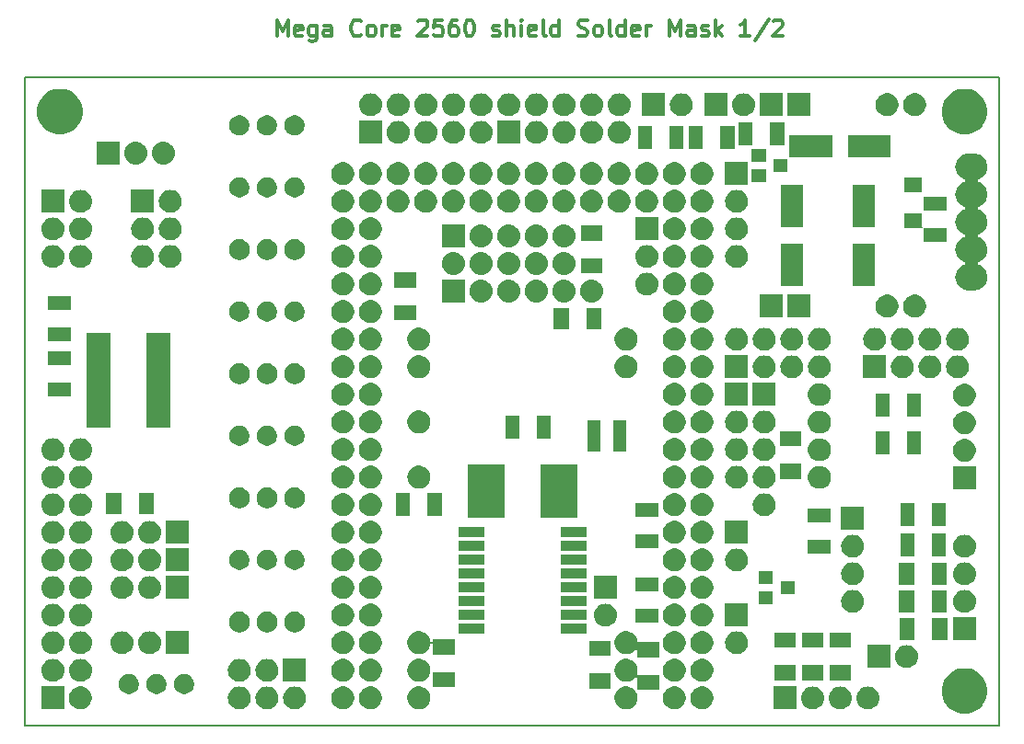
<source format=gbr>
G04 #@! TF.GenerationSoftware,KiCad,Pcbnew,(5.0.2)-1*
G04 #@! TF.CreationDate,2019-06-30T14:55:02+02:00*
G04 #@! TF.ProjectId,Mega_2560 core mini_full_2.2,4d656761-5f32-4353-9630-20636f726520,2.2*
G04 #@! TF.SameCoordinates,Original*
G04 #@! TF.FileFunction,Soldermask,Top*
G04 #@! TF.FilePolarity,Negative*
%FSLAX46Y46*%
G04 Gerber Fmt 4.6, Leading zero omitted, Abs format (unit mm)*
G04 Created by KiCad (PCBNEW (5.0.2)-1) date 30/06/2019 14:55:02*
%MOMM*%
%LPD*%
G01*
G04 APERTURE LIST*
%ADD10C,0.150000*%
%ADD11C,0.300000*%
%ADD12C,0.100000*%
G04 APERTURE END LIST*
D10*
X140177520Y-61879480D02*
X140177520Y-121569480D01*
X229712520Y-61879480D02*
X140177520Y-61879480D01*
X229712520Y-121569480D02*
X229712520Y-61879480D01*
X140177520Y-121569480D02*
X229712520Y-121569480D01*
D11*
X163318234Y-58113051D02*
X163318234Y-56613051D01*
X163818234Y-57684480D01*
X164318234Y-56613051D01*
X164318234Y-58113051D01*
X165603948Y-58041622D02*
X165461091Y-58113051D01*
X165175377Y-58113051D01*
X165032520Y-58041622D01*
X164961091Y-57898765D01*
X164961091Y-57327337D01*
X165032520Y-57184480D01*
X165175377Y-57113051D01*
X165461091Y-57113051D01*
X165603948Y-57184480D01*
X165675377Y-57327337D01*
X165675377Y-57470194D01*
X164961091Y-57613051D01*
X166961091Y-57113051D02*
X166961091Y-58327337D01*
X166889662Y-58470194D01*
X166818234Y-58541622D01*
X166675377Y-58613051D01*
X166461091Y-58613051D01*
X166318234Y-58541622D01*
X166961091Y-58041622D02*
X166818234Y-58113051D01*
X166532520Y-58113051D01*
X166389662Y-58041622D01*
X166318234Y-57970194D01*
X166246805Y-57827337D01*
X166246805Y-57398765D01*
X166318234Y-57255908D01*
X166389662Y-57184480D01*
X166532520Y-57113051D01*
X166818234Y-57113051D01*
X166961091Y-57184480D01*
X168318234Y-58113051D02*
X168318234Y-57327337D01*
X168246805Y-57184480D01*
X168103948Y-57113051D01*
X167818234Y-57113051D01*
X167675377Y-57184480D01*
X168318234Y-58041622D02*
X168175377Y-58113051D01*
X167818234Y-58113051D01*
X167675377Y-58041622D01*
X167603948Y-57898765D01*
X167603948Y-57755908D01*
X167675377Y-57613051D01*
X167818234Y-57541622D01*
X168175377Y-57541622D01*
X168318234Y-57470194D01*
X171032520Y-57970194D02*
X170961091Y-58041622D01*
X170746805Y-58113051D01*
X170603948Y-58113051D01*
X170389662Y-58041622D01*
X170246805Y-57898765D01*
X170175377Y-57755908D01*
X170103948Y-57470194D01*
X170103948Y-57255908D01*
X170175377Y-56970194D01*
X170246805Y-56827337D01*
X170389662Y-56684480D01*
X170603948Y-56613051D01*
X170746805Y-56613051D01*
X170961091Y-56684480D01*
X171032520Y-56755908D01*
X171889662Y-58113051D02*
X171746805Y-58041622D01*
X171675377Y-57970194D01*
X171603948Y-57827337D01*
X171603948Y-57398765D01*
X171675377Y-57255908D01*
X171746805Y-57184480D01*
X171889662Y-57113051D01*
X172103948Y-57113051D01*
X172246805Y-57184480D01*
X172318234Y-57255908D01*
X172389662Y-57398765D01*
X172389662Y-57827337D01*
X172318234Y-57970194D01*
X172246805Y-58041622D01*
X172103948Y-58113051D01*
X171889662Y-58113051D01*
X173032520Y-58113051D02*
X173032520Y-57113051D01*
X173032520Y-57398765D02*
X173103948Y-57255908D01*
X173175377Y-57184480D01*
X173318234Y-57113051D01*
X173461091Y-57113051D01*
X174532520Y-58041622D02*
X174389662Y-58113051D01*
X174103948Y-58113051D01*
X173961091Y-58041622D01*
X173889662Y-57898765D01*
X173889662Y-57327337D01*
X173961091Y-57184480D01*
X174103948Y-57113051D01*
X174389662Y-57113051D01*
X174532520Y-57184480D01*
X174603948Y-57327337D01*
X174603948Y-57470194D01*
X173889662Y-57613051D01*
X176318234Y-56755908D02*
X176389662Y-56684480D01*
X176532520Y-56613051D01*
X176889662Y-56613051D01*
X177032520Y-56684480D01*
X177103948Y-56755908D01*
X177175377Y-56898765D01*
X177175377Y-57041622D01*
X177103948Y-57255908D01*
X176246805Y-58113051D01*
X177175377Y-58113051D01*
X178532520Y-56613051D02*
X177818234Y-56613051D01*
X177746805Y-57327337D01*
X177818234Y-57255908D01*
X177961091Y-57184480D01*
X178318234Y-57184480D01*
X178461091Y-57255908D01*
X178532520Y-57327337D01*
X178603948Y-57470194D01*
X178603948Y-57827337D01*
X178532520Y-57970194D01*
X178461091Y-58041622D01*
X178318234Y-58113051D01*
X177961091Y-58113051D01*
X177818234Y-58041622D01*
X177746805Y-57970194D01*
X179889662Y-56613051D02*
X179603948Y-56613051D01*
X179461091Y-56684480D01*
X179389662Y-56755908D01*
X179246805Y-56970194D01*
X179175377Y-57255908D01*
X179175377Y-57827337D01*
X179246805Y-57970194D01*
X179318234Y-58041622D01*
X179461091Y-58113051D01*
X179746805Y-58113051D01*
X179889662Y-58041622D01*
X179961091Y-57970194D01*
X180032520Y-57827337D01*
X180032520Y-57470194D01*
X179961091Y-57327337D01*
X179889662Y-57255908D01*
X179746805Y-57184480D01*
X179461091Y-57184480D01*
X179318234Y-57255908D01*
X179246805Y-57327337D01*
X179175377Y-57470194D01*
X180961091Y-56613051D02*
X181103948Y-56613051D01*
X181246805Y-56684480D01*
X181318234Y-56755908D01*
X181389662Y-56898765D01*
X181461091Y-57184480D01*
X181461091Y-57541622D01*
X181389662Y-57827337D01*
X181318234Y-57970194D01*
X181246805Y-58041622D01*
X181103948Y-58113051D01*
X180961091Y-58113051D01*
X180818234Y-58041622D01*
X180746805Y-57970194D01*
X180675377Y-57827337D01*
X180603948Y-57541622D01*
X180603948Y-57184480D01*
X180675377Y-56898765D01*
X180746805Y-56755908D01*
X180818234Y-56684480D01*
X180961091Y-56613051D01*
X183175377Y-58041622D02*
X183318234Y-58113051D01*
X183603948Y-58113051D01*
X183746805Y-58041622D01*
X183818234Y-57898765D01*
X183818234Y-57827337D01*
X183746805Y-57684480D01*
X183603948Y-57613051D01*
X183389662Y-57613051D01*
X183246805Y-57541622D01*
X183175377Y-57398765D01*
X183175377Y-57327337D01*
X183246805Y-57184480D01*
X183389662Y-57113051D01*
X183603948Y-57113051D01*
X183746805Y-57184480D01*
X184461091Y-58113051D02*
X184461091Y-56613051D01*
X185103948Y-58113051D02*
X185103948Y-57327337D01*
X185032520Y-57184480D01*
X184889662Y-57113051D01*
X184675377Y-57113051D01*
X184532520Y-57184480D01*
X184461091Y-57255908D01*
X185818234Y-58113051D02*
X185818234Y-57113051D01*
X185818234Y-56613051D02*
X185746805Y-56684480D01*
X185818234Y-56755908D01*
X185889662Y-56684480D01*
X185818234Y-56613051D01*
X185818234Y-56755908D01*
X187103948Y-58041622D02*
X186961091Y-58113051D01*
X186675377Y-58113051D01*
X186532520Y-58041622D01*
X186461091Y-57898765D01*
X186461091Y-57327337D01*
X186532520Y-57184480D01*
X186675377Y-57113051D01*
X186961091Y-57113051D01*
X187103948Y-57184480D01*
X187175377Y-57327337D01*
X187175377Y-57470194D01*
X186461091Y-57613051D01*
X188032520Y-58113051D02*
X187889662Y-58041622D01*
X187818234Y-57898765D01*
X187818234Y-56613051D01*
X189246805Y-58113051D02*
X189246805Y-56613051D01*
X189246805Y-58041622D02*
X189103948Y-58113051D01*
X188818234Y-58113051D01*
X188675377Y-58041622D01*
X188603948Y-57970194D01*
X188532520Y-57827337D01*
X188532520Y-57398765D01*
X188603948Y-57255908D01*
X188675377Y-57184480D01*
X188818234Y-57113051D01*
X189103948Y-57113051D01*
X189246805Y-57184480D01*
X191032520Y-58041622D02*
X191246805Y-58113051D01*
X191603948Y-58113051D01*
X191746805Y-58041622D01*
X191818234Y-57970194D01*
X191889662Y-57827337D01*
X191889662Y-57684480D01*
X191818234Y-57541622D01*
X191746805Y-57470194D01*
X191603948Y-57398765D01*
X191318234Y-57327337D01*
X191175377Y-57255908D01*
X191103948Y-57184480D01*
X191032520Y-57041622D01*
X191032520Y-56898765D01*
X191103948Y-56755908D01*
X191175377Y-56684480D01*
X191318234Y-56613051D01*
X191675377Y-56613051D01*
X191889662Y-56684480D01*
X192746805Y-58113051D02*
X192603948Y-58041622D01*
X192532520Y-57970194D01*
X192461091Y-57827337D01*
X192461091Y-57398765D01*
X192532520Y-57255908D01*
X192603948Y-57184480D01*
X192746805Y-57113051D01*
X192961091Y-57113051D01*
X193103948Y-57184480D01*
X193175377Y-57255908D01*
X193246805Y-57398765D01*
X193246805Y-57827337D01*
X193175377Y-57970194D01*
X193103948Y-58041622D01*
X192961091Y-58113051D01*
X192746805Y-58113051D01*
X194103948Y-58113051D02*
X193961091Y-58041622D01*
X193889662Y-57898765D01*
X193889662Y-56613051D01*
X195318234Y-58113051D02*
X195318234Y-56613051D01*
X195318234Y-58041622D02*
X195175377Y-58113051D01*
X194889662Y-58113051D01*
X194746805Y-58041622D01*
X194675377Y-57970194D01*
X194603948Y-57827337D01*
X194603948Y-57398765D01*
X194675377Y-57255908D01*
X194746805Y-57184480D01*
X194889662Y-57113051D01*
X195175377Y-57113051D01*
X195318234Y-57184480D01*
X196603948Y-58041622D02*
X196461091Y-58113051D01*
X196175377Y-58113051D01*
X196032520Y-58041622D01*
X195961091Y-57898765D01*
X195961091Y-57327337D01*
X196032520Y-57184480D01*
X196175377Y-57113051D01*
X196461091Y-57113051D01*
X196603948Y-57184480D01*
X196675377Y-57327337D01*
X196675377Y-57470194D01*
X195961091Y-57613051D01*
X197318234Y-58113051D02*
X197318234Y-57113051D01*
X197318234Y-57398765D02*
X197389662Y-57255908D01*
X197461091Y-57184480D01*
X197603948Y-57113051D01*
X197746805Y-57113051D01*
X199389662Y-58113051D02*
X199389662Y-56613051D01*
X199889662Y-57684480D01*
X200389662Y-56613051D01*
X200389662Y-58113051D01*
X201746805Y-58113051D02*
X201746805Y-57327337D01*
X201675377Y-57184480D01*
X201532520Y-57113051D01*
X201246805Y-57113051D01*
X201103948Y-57184480D01*
X201746805Y-58041622D02*
X201603948Y-58113051D01*
X201246805Y-58113051D01*
X201103948Y-58041622D01*
X201032520Y-57898765D01*
X201032520Y-57755908D01*
X201103948Y-57613051D01*
X201246805Y-57541622D01*
X201603948Y-57541622D01*
X201746805Y-57470194D01*
X202389662Y-58041622D02*
X202532520Y-58113051D01*
X202818234Y-58113051D01*
X202961091Y-58041622D01*
X203032520Y-57898765D01*
X203032520Y-57827337D01*
X202961091Y-57684480D01*
X202818234Y-57613051D01*
X202603948Y-57613051D01*
X202461091Y-57541622D01*
X202389662Y-57398765D01*
X202389662Y-57327337D01*
X202461091Y-57184480D01*
X202603948Y-57113051D01*
X202818234Y-57113051D01*
X202961091Y-57184480D01*
X203675377Y-58113051D02*
X203675377Y-56613051D01*
X203818234Y-57541622D02*
X204246805Y-58113051D01*
X204246805Y-57113051D02*
X203675377Y-57684480D01*
X206818234Y-58113051D02*
X205961091Y-58113051D01*
X206389662Y-58113051D02*
X206389662Y-56613051D01*
X206246805Y-56827337D01*
X206103948Y-56970194D01*
X205961091Y-57041622D01*
X208532520Y-56541622D02*
X207246805Y-58470194D01*
X208961091Y-56755908D02*
X209032520Y-56684480D01*
X209175377Y-56613051D01*
X209532520Y-56613051D01*
X209675377Y-56684480D01*
X209746805Y-56755908D01*
X209818234Y-56898765D01*
X209818234Y-57041622D01*
X209746805Y-57255908D01*
X208889662Y-58113051D01*
X209818234Y-58113051D01*
D12*
G36*
X227150067Y-116375181D02*
X227532242Y-116533483D01*
X227621161Y-116592897D01*
X227876192Y-116763303D01*
X228168697Y-117055808D01*
X228321910Y-117285107D01*
X228398517Y-117399758D01*
X228556819Y-117781933D01*
X228637520Y-118187647D01*
X228637520Y-118601313D01*
X228556819Y-119007027D01*
X228398517Y-119389202D01*
X228321910Y-119503853D01*
X228168697Y-119733152D01*
X227876192Y-120025657D01*
X227646893Y-120178870D01*
X227532242Y-120255477D01*
X227150067Y-120413779D01*
X226744353Y-120494480D01*
X226330687Y-120494480D01*
X225924973Y-120413779D01*
X225542798Y-120255477D01*
X225428147Y-120178870D01*
X225198848Y-120025657D01*
X224906343Y-119733152D01*
X224753130Y-119503853D01*
X224676523Y-119389202D01*
X224518221Y-119007027D01*
X224437520Y-118601313D01*
X224437520Y-118187647D01*
X224518221Y-117781933D01*
X224676523Y-117399758D01*
X224753130Y-117285107D01*
X224906343Y-117055808D01*
X225198848Y-116763303D01*
X225453879Y-116592897D01*
X225542798Y-116533483D01*
X225924973Y-116375181D01*
X226330687Y-116294480D01*
X226744353Y-116294480D01*
X227150067Y-116375181D01*
X227150067Y-116375181D01*
G37*
G36*
X212696227Y-117987076D02*
X212773356Y-117994673D01*
X212905307Y-118034700D01*
X212971283Y-118054713D01*
X213153692Y-118152213D01*
X213313574Y-118283426D01*
X213444787Y-118443308D01*
X213542287Y-118625717D01*
X213562300Y-118691693D01*
X213602327Y-118823644D01*
X213622600Y-119029480D01*
X213602327Y-119235316D01*
X213562300Y-119367267D01*
X213542287Y-119433243D01*
X213444787Y-119615652D01*
X213313574Y-119775534D01*
X213153692Y-119906747D01*
X212971283Y-120004247D01*
X212905307Y-120024260D01*
X212773356Y-120064287D01*
X212696227Y-120071883D01*
X212619100Y-120079480D01*
X212515940Y-120079480D01*
X212438813Y-120071883D01*
X212361684Y-120064287D01*
X212229733Y-120024260D01*
X212163757Y-120004247D01*
X211981348Y-119906747D01*
X211821466Y-119775534D01*
X211690253Y-119615652D01*
X211592753Y-119433243D01*
X211572740Y-119367267D01*
X211532713Y-119235316D01*
X211512440Y-119029480D01*
X211532713Y-118823644D01*
X211572740Y-118691693D01*
X211592753Y-118625717D01*
X211690253Y-118443308D01*
X211821466Y-118283426D01*
X211981348Y-118152213D01*
X212163757Y-118054713D01*
X212229733Y-118034700D01*
X212361684Y-117994673D01*
X212438813Y-117987076D01*
X212515940Y-117979480D01*
X212619100Y-117979480D01*
X212696227Y-117987076D01*
X212696227Y-117987076D01*
G37*
G36*
X199993408Y-117983950D02*
X200173794Y-118019830D01*
X200364882Y-118098982D01*
X200536856Y-118213891D01*
X200683109Y-118360144D01*
X200798018Y-118532118D01*
X200877170Y-118723206D01*
X200917520Y-118926064D01*
X200917520Y-119132896D01*
X200877170Y-119335754D01*
X200798018Y-119526842D01*
X200683109Y-119698816D01*
X200536856Y-119845069D01*
X200364882Y-119959978D01*
X200173794Y-120039130D01*
X199993408Y-120075010D01*
X199970937Y-120079480D01*
X199764103Y-120079480D01*
X199741632Y-120075010D01*
X199561246Y-120039130D01*
X199370158Y-119959978D01*
X199198184Y-119845069D01*
X199051931Y-119698816D01*
X198937022Y-119526842D01*
X198857870Y-119335754D01*
X198817520Y-119132896D01*
X198817520Y-118926064D01*
X198857870Y-118723206D01*
X198937022Y-118532118D01*
X199051931Y-118360144D01*
X199198184Y-118213891D01*
X199370158Y-118098982D01*
X199561246Y-118019830D01*
X199741632Y-117983950D01*
X199764103Y-117979480D01*
X199970937Y-117979480D01*
X199993408Y-117983950D01*
X199993408Y-117983950D01*
G37*
G36*
X202533408Y-117983950D02*
X202713794Y-118019830D01*
X202904882Y-118098982D01*
X203076856Y-118213891D01*
X203223109Y-118360144D01*
X203338018Y-118532118D01*
X203417170Y-118723206D01*
X203457520Y-118926064D01*
X203457520Y-119132896D01*
X203417170Y-119335754D01*
X203338018Y-119526842D01*
X203223109Y-119698816D01*
X203076856Y-119845069D01*
X202904882Y-119959978D01*
X202713794Y-120039130D01*
X202533408Y-120075010D01*
X202510937Y-120079480D01*
X202304103Y-120079480D01*
X202281632Y-120075010D01*
X202101246Y-120039130D01*
X201910158Y-119959978D01*
X201738184Y-119845069D01*
X201591931Y-119698816D01*
X201477022Y-119526842D01*
X201397870Y-119335754D01*
X201357520Y-119132896D01*
X201357520Y-118926064D01*
X201397870Y-118723206D01*
X201477022Y-118532118D01*
X201591931Y-118360144D01*
X201738184Y-118213891D01*
X201910158Y-118098982D01*
X202101246Y-118019830D01*
X202281632Y-117983950D01*
X202304103Y-117979480D01*
X202510937Y-117979480D01*
X202533408Y-117983950D01*
X202533408Y-117983950D01*
G37*
G36*
X172053408Y-117983950D02*
X172233794Y-118019830D01*
X172424882Y-118098982D01*
X172596856Y-118213891D01*
X172743109Y-118360144D01*
X172858018Y-118532118D01*
X172937170Y-118723206D01*
X172977520Y-118926064D01*
X172977520Y-119132896D01*
X172937170Y-119335754D01*
X172858018Y-119526842D01*
X172743109Y-119698816D01*
X172596856Y-119845069D01*
X172424882Y-119959978D01*
X172233794Y-120039130D01*
X172053408Y-120075010D01*
X172030937Y-120079480D01*
X171824103Y-120079480D01*
X171801632Y-120075010D01*
X171621246Y-120039130D01*
X171430158Y-119959978D01*
X171258184Y-119845069D01*
X171111931Y-119698816D01*
X170997022Y-119526842D01*
X170917870Y-119335754D01*
X170877520Y-119132896D01*
X170877520Y-118926064D01*
X170917870Y-118723206D01*
X170997022Y-118532118D01*
X171111931Y-118360144D01*
X171258184Y-118213891D01*
X171430158Y-118098982D01*
X171621246Y-118019830D01*
X171801632Y-117983950D01*
X171824103Y-117979480D01*
X172030937Y-117979480D01*
X172053408Y-117983950D01*
X172053408Y-117983950D01*
G37*
G36*
X169513408Y-117983950D02*
X169693794Y-118019830D01*
X169884882Y-118098982D01*
X170056856Y-118213891D01*
X170203109Y-118360144D01*
X170318018Y-118532118D01*
X170397170Y-118723206D01*
X170437520Y-118926064D01*
X170437520Y-119132896D01*
X170397170Y-119335754D01*
X170318018Y-119526842D01*
X170203109Y-119698816D01*
X170056856Y-119845069D01*
X169884882Y-119959978D01*
X169693794Y-120039130D01*
X169513408Y-120075010D01*
X169490937Y-120079480D01*
X169284103Y-120079480D01*
X169261632Y-120075010D01*
X169081246Y-120039130D01*
X168890158Y-119959978D01*
X168718184Y-119845069D01*
X168571931Y-119698816D01*
X168457022Y-119526842D01*
X168377870Y-119335754D01*
X168337520Y-119132896D01*
X168337520Y-118926064D01*
X168377870Y-118723206D01*
X168457022Y-118532118D01*
X168571931Y-118360144D01*
X168718184Y-118213891D01*
X168890158Y-118098982D01*
X169081246Y-118019830D01*
X169261632Y-117983950D01*
X169284103Y-117979480D01*
X169490937Y-117979480D01*
X169513408Y-117983950D01*
X169513408Y-117983950D01*
G37*
G36*
X176498408Y-117983950D02*
X176678794Y-118019830D01*
X176869882Y-118098982D01*
X177041856Y-118213891D01*
X177188109Y-118360144D01*
X177303018Y-118532118D01*
X177382170Y-118723206D01*
X177422520Y-118926064D01*
X177422520Y-119132896D01*
X177382170Y-119335754D01*
X177303018Y-119526842D01*
X177188109Y-119698816D01*
X177041856Y-119845069D01*
X176869882Y-119959978D01*
X176678794Y-120039130D01*
X176498408Y-120075010D01*
X176475937Y-120079480D01*
X176269103Y-120079480D01*
X176246632Y-120075010D01*
X176066246Y-120039130D01*
X175875158Y-119959978D01*
X175703184Y-119845069D01*
X175556931Y-119698816D01*
X175442022Y-119526842D01*
X175362870Y-119335754D01*
X175322520Y-119132896D01*
X175322520Y-118926064D01*
X175362870Y-118723206D01*
X175442022Y-118532118D01*
X175556931Y-118360144D01*
X175703184Y-118213891D01*
X175875158Y-118098982D01*
X176066246Y-118019830D01*
X176246632Y-117983950D01*
X176269103Y-117979480D01*
X176475937Y-117979480D01*
X176498408Y-117983950D01*
X176498408Y-117983950D01*
G37*
G36*
X195548408Y-117983950D02*
X195728794Y-118019830D01*
X195919882Y-118098982D01*
X196091856Y-118213891D01*
X196241132Y-118363167D01*
X196260074Y-118378713D01*
X196281685Y-118390264D01*
X196305134Y-118397377D01*
X196318017Y-118398646D01*
X196314848Y-118409094D01*
X196312446Y-118433480D01*
X196314848Y-118457866D01*
X196321961Y-118481315D01*
X196333512Y-118502925D01*
X196353018Y-118532118D01*
X196432170Y-118723206D01*
X196472520Y-118926064D01*
X196472520Y-119132896D01*
X196432170Y-119335754D01*
X196353018Y-119526842D01*
X196238109Y-119698816D01*
X196091856Y-119845069D01*
X195919882Y-119959978D01*
X195728794Y-120039130D01*
X195548408Y-120075010D01*
X195525937Y-120079480D01*
X195319103Y-120079480D01*
X195296632Y-120075010D01*
X195116246Y-120039130D01*
X194925158Y-119959978D01*
X194753184Y-119845069D01*
X194606931Y-119698816D01*
X194492022Y-119526842D01*
X194412870Y-119335754D01*
X194372520Y-119132896D01*
X194372520Y-118926064D01*
X194412870Y-118723206D01*
X194492022Y-118532118D01*
X194606931Y-118360144D01*
X194753184Y-118213891D01*
X194925158Y-118098982D01*
X195116246Y-118019830D01*
X195296632Y-117983950D01*
X195319103Y-117979480D01*
X195525937Y-117979480D01*
X195548408Y-117983950D01*
X195548408Y-117983950D01*
G37*
G36*
X211077520Y-120079480D02*
X208977520Y-120079480D01*
X208977520Y-117979480D01*
X211077520Y-117979480D01*
X211077520Y-120079480D01*
X211077520Y-120079480D01*
G37*
G36*
X217776227Y-117987076D02*
X217853356Y-117994673D01*
X217985307Y-118034700D01*
X218051283Y-118054713D01*
X218233692Y-118152213D01*
X218393574Y-118283426D01*
X218524787Y-118443308D01*
X218622287Y-118625717D01*
X218642300Y-118691693D01*
X218682327Y-118823644D01*
X218702600Y-119029480D01*
X218682327Y-119235316D01*
X218642300Y-119367267D01*
X218622287Y-119433243D01*
X218524787Y-119615652D01*
X218393574Y-119775534D01*
X218233692Y-119906747D01*
X218051283Y-120004247D01*
X217985307Y-120024260D01*
X217853356Y-120064287D01*
X217776227Y-120071883D01*
X217699100Y-120079480D01*
X217595940Y-120079480D01*
X217518813Y-120071883D01*
X217441684Y-120064287D01*
X217309733Y-120024260D01*
X217243757Y-120004247D01*
X217061348Y-119906747D01*
X216901466Y-119775534D01*
X216770253Y-119615652D01*
X216672753Y-119433243D01*
X216652740Y-119367267D01*
X216612713Y-119235316D01*
X216592440Y-119029480D01*
X216612713Y-118823644D01*
X216652740Y-118691693D01*
X216672753Y-118625717D01*
X216770253Y-118443308D01*
X216901466Y-118283426D01*
X217061348Y-118152213D01*
X217243757Y-118054713D01*
X217309733Y-118034700D01*
X217441684Y-117994673D01*
X217518813Y-117987076D01*
X217595940Y-117979480D01*
X217699100Y-117979480D01*
X217776227Y-117987076D01*
X217776227Y-117987076D01*
G37*
G36*
X215236227Y-117987076D02*
X215313356Y-117994673D01*
X215445307Y-118034700D01*
X215511283Y-118054713D01*
X215693692Y-118152213D01*
X215853574Y-118283426D01*
X215984787Y-118443308D01*
X216082287Y-118625717D01*
X216102300Y-118691693D01*
X216142327Y-118823644D01*
X216162600Y-119029480D01*
X216142327Y-119235316D01*
X216102300Y-119367267D01*
X216082287Y-119433243D01*
X215984787Y-119615652D01*
X215853574Y-119775534D01*
X215693692Y-119906747D01*
X215511283Y-120004247D01*
X215445307Y-120024260D01*
X215313356Y-120064287D01*
X215236227Y-120071883D01*
X215159100Y-120079480D01*
X215055940Y-120079480D01*
X214978813Y-120071883D01*
X214901684Y-120064287D01*
X214769733Y-120024260D01*
X214703757Y-120004247D01*
X214521348Y-119906747D01*
X214361466Y-119775534D01*
X214230253Y-119615652D01*
X214132753Y-119433243D01*
X214112740Y-119367267D01*
X214072713Y-119235316D01*
X214052440Y-119029480D01*
X214072713Y-118823644D01*
X214112740Y-118691693D01*
X214132753Y-118625717D01*
X214230253Y-118443308D01*
X214361466Y-118283426D01*
X214521348Y-118152213D01*
X214703757Y-118054713D01*
X214769733Y-118034700D01*
X214901684Y-117994673D01*
X214978813Y-117987076D01*
X215055940Y-117979480D01*
X215159100Y-117979480D01*
X215236227Y-117987076D01*
X215236227Y-117987076D01*
G37*
G36*
X159991227Y-117987076D02*
X160068356Y-117994673D01*
X160200307Y-118034700D01*
X160266283Y-118054713D01*
X160448692Y-118152213D01*
X160608574Y-118283426D01*
X160739787Y-118443308D01*
X160837287Y-118625717D01*
X160857300Y-118691693D01*
X160897327Y-118823644D01*
X160917600Y-119029480D01*
X160897327Y-119235316D01*
X160857300Y-119367267D01*
X160837287Y-119433243D01*
X160739787Y-119615652D01*
X160608574Y-119775534D01*
X160448692Y-119906747D01*
X160266283Y-120004247D01*
X160200307Y-120024260D01*
X160068356Y-120064287D01*
X159991227Y-120071883D01*
X159914100Y-120079480D01*
X159810940Y-120079480D01*
X159733813Y-120071883D01*
X159656684Y-120064287D01*
X159524733Y-120024260D01*
X159458757Y-120004247D01*
X159276348Y-119906747D01*
X159116466Y-119775534D01*
X158985253Y-119615652D01*
X158887753Y-119433243D01*
X158867740Y-119367267D01*
X158827713Y-119235316D01*
X158807440Y-119029480D01*
X158827713Y-118823644D01*
X158867740Y-118691693D01*
X158887753Y-118625717D01*
X158985253Y-118443308D01*
X159116466Y-118283426D01*
X159276348Y-118152213D01*
X159458757Y-118054713D01*
X159524733Y-118034700D01*
X159656684Y-117994673D01*
X159733813Y-117987076D01*
X159810940Y-117979480D01*
X159914100Y-117979480D01*
X159991227Y-117987076D01*
X159991227Y-117987076D01*
G37*
G36*
X162531227Y-117987076D02*
X162608356Y-117994673D01*
X162740307Y-118034700D01*
X162806283Y-118054713D01*
X162988692Y-118152213D01*
X163148574Y-118283426D01*
X163279787Y-118443308D01*
X163377287Y-118625717D01*
X163397300Y-118691693D01*
X163437327Y-118823644D01*
X163457600Y-119029480D01*
X163437327Y-119235316D01*
X163397300Y-119367267D01*
X163377287Y-119433243D01*
X163279787Y-119615652D01*
X163148574Y-119775534D01*
X162988692Y-119906747D01*
X162806283Y-120004247D01*
X162740307Y-120024260D01*
X162608356Y-120064287D01*
X162531227Y-120071883D01*
X162454100Y-120079480D01*
X162350940Y-120079480D01*
X162273813Y-120071883D01*
X162196684Y-120064287D01*
X162064733Y-120024260D01*
X161998757Y-120004247D01*
X161816348Y-119906747D01*
X161656466Y-119775534D01*
X161525253Y-119615652D01*
X161427753Y-119433243D01*
X161407740Y-119367267D01*
X161367713Y-119235316D01*
X161347440Y-119029480D01*
X161367713Y-118823644D01*
X161407740Y-118691693D01*
X161427753Y-118625717D01*
X161525253Y-118443308D01*
X161656466Y-118283426D01*
X161816348Y-118152213D01*
X161998757Y-118054713D01*
X162064733Y-118034700D01*
X162196684Y-117994673D01*
X162273813Y-117987076D01*
X162350940Y-117979480D01*
X162454100Y-117979480D01*
X162531227Y-117987076D01*
X162531227Y-117987076D01*
G37*
G36*
X145383408Y-117983950D02*
X145563794Y-118019830D01*
X145754882Y-118098982D01*
X145926856Y-118213891D01*
X146073109Y-118360144D01*
X146188018Y-118532118D01*
X146267170Y-118723206D01*
X146307520Y-118926064D01*
X146307520Y-119132896D01*
X146267170Y-119335754D01*
X146188018Y-119526842D01*
X146073109Y-119698816D01*
X145926856Y-119845069D01*
X145754882Y-119959978D01*
X145563794Y-120039130D01*
X145383408Y-120075010D01*
X145360937Y-120079480D01*
X145154103Y-120079480D01*
X145131632Y-120075010D01*
X144951246Y-120039130D01*
X144760158Y-119959978D01*
X144588184Y-119845069D01*
X144441931Y-119698816D01*
X144327022Y-119526842D01*
X144247870Y-119335754D01*
X144207520Y-119132896D01*
X144207520Y-118926064D01*
X144247870Y-118723206D01*
X144327022Y-118532118D01*
X144441931Y-118360144D01*
X144588184Y-118213891D01*
X144760158Y-118098982D01*
X144951246Y-118019830D01*
X145131632Y-117983950D01*
X145154103Y-117979480D01*
X145360937Y-117979480D01*
X145383408Y-117983950D01*
X145383408Y-117983950D01*
G37*
G36*
X165071227Y-117987076D02*
X165148356Y-117994673D01*
X165280307Y-118034700D01*
X165346283Y-118054713D01*
X165528692Y-118152213D01*
X165688574Y-118283426D01*
X165819787Y-118443308D01*
X165917287Y-118625717D01*
X165937300Y-118691693D01*
X165977327Y-118823644D01*
X165997600Y-119029480D01*
X165977327Y-119235316D01*
X165937300Y-119367267D01*
X165917287Y-119433243D01*
X165819787Y-119615652D01*
X165688574Y-119775534D01*
X165528692Y-119906747D01*
X165346283Y-120004247D01*
X165280307Y-120024260D01*
X165148356Y-120064287D01*
X165071227Y-120071883D01*
X164994100Y-120079480D01*
X164890940Y-120079480D01*
X164813813Y-120071883D01*
X164736684Y-120064287D01*
X164604733Y-120024260D01*
X164538757Y-120004247D01*
X164356348Y-119906747D01*
X164196466Y-119775534D01*
X164065253Y-119615652D01*
X163967753Y-119433243D01*
X163947740Y-119367267D01*
X163907713Y-119235316D01*
X163887440Y-119029480D01*
X163907713Y-118823644D01*
X163947740Y-118691693D01*
X163967753Y-118625717D01*
X164065253Y-118443308D01*
X164196466Y-118283426D01*
X164356348Y-118152213D01*
X164538757Y-118054713D01*
X164604733Y-118034700D01*
X164736684Y-117994673D01*
X164813813Y-117987076D01*
X164890940Y-117979480D01*
X164994100Y-117979480D01*
X165071227Y-117987076D01*
X165071227Y-117987076D01*
G37*
G36*
X143767520Y-120079480D02*
X141667520Y-120079480D01*
X141667520Y-117979480D01*
X143767520Y-117979480D01*
X143767520Y-120079480D01*
X143767520Y-120079480D01*
G37*
G36*
X152510873Y-116874835D02*
X152678304Y-116944187D01*
X152828986Y-117044870D01*
X152957130Y-117173014D01*
X153057813Y-117323696D01*
X153127165Y-117491127D01*
X153162520Y-117668867D01*
X153162520Y-117850093D01*
X153127165Y-118027833D01*
X153057813Y-118195264D01*
X152957130Y-118345946D01*
X152828986Y-118474090D01*
X152678304Y-118574773D01*
X152510873Y-118644125D01*
X152333133Y-118679480D01*
X152151907Y-118679480D01*
X151974167Y-118644125D01*
X151806736Y-118574773D01*
X151656054Y-118474090D01*
X151527910Y-118345946D01*
X151427227Y-118195264D01*
X151357875Y-118027833D01*
X151322520Y-117850093D01*
X151322520Y-117668867D01*
X151357875Y-117491127D01*
X151427227Y-117323696D01*
X151527910Y-117173014D01*
X151656054Y-117044870D01*
X151806736Y-116944187D01*
X151974167Y-116874835D01*
X152151907Y-116839480D01*
X152333133Y-116839480D01*
X152510873Y-116874835D01*
X152510873Y-116874835D01*
G37*
G36*
X155050873Y-116874835D02*
X155218304Y-116944187D01*
X155368986Y-117044870D01*
X155497130Y-117173014D01*
X155597813Y-117323696D01*
X155667165Y-117491127D01*
X155702520Y-117668867D01*
X155702520Y-117850093D01*
X155667165Y-118027833D01*
X155597813Y-118195264D01*
X155497130Y-118345946D01*
X155368986Y-118474090D01*
X155218304Y-118574773D01*
X155050873Y-118644125D01*
X154873133Y-118679480D01*
X154691907Y-118679480D01*
X154514167Y-118644125D01*
X154346736Y-118574773D01*
X154196054Y-118474090D01*
X154067910Y-118345946D01*
X153967227Y-118195264D01*
X153897875Y-118027833D01*
X153862520Y-117850093D01*
X153862520Y-117668867D01*
X153897875Y-117491127D01*
X153967227Y-117323696D01*
X154067910Y-117173014D01*
X154196054Y-117044870D01*
X154346736Y-116944187D01*
X154514167Y-116874835D01*
X154691907Y-116839480D01*
X154873133Y-116839480D01*
X155050873Y-116874835D01*
X155050873Y-116874835D01*
G37*
G36*
X149970873Y-116874835D02*
X150138304Y-116944187D01*
X150288986Y-117044870D01*
X150417130Y-117173014D01*
X150517813Y-117323696D01*
X150587165Y-117491127D01*
X150622520Y-117668867D01*
X150622520Y-117850093D01*
X150587165Y-118027833D01*
X150517813Y-118195264D01*
X150417130Y-118345946D01*
X150288986Y-118474090D01*
X150138304Y-118574773D01*
X149970873Y-118644125D01*
X149793133Y-118679480D01*
X149611907Y-118679480D01*
X149434167Y-118644125D01*
X149266736Y-118574773D01*
X149116054Y-118474090D01*
X148987910Y-118345946D01*
X148887227Y-118195264D01*
X148817875Y-118027833D01*
X148782520Y-117850093D01*
X148782520Y-117668867D01*
X148817875Y-117491127D01*
X148887227Y-117323696D01*
X148987910Y-117173014D01*
X149116054Y-117044870D01*
X149266736Y-116944187D01*
X149434167Y-116874835D01*
X149611907Y-116839480D01*
X149793133Y-116839480D01*
X149970873Y-116874835D01*
X149970873Y-116874835D01*
G37*
G36*
X195548408Y-115443950D02*
X195728794Y-115479830D01*
X195919882Y-115558982D01*
X196091856Y-115673891D01*
X196238109Y-115820144D01*
X196353018Y-115992118D01*
X196432170Y-116183206D01*
X196452148Y-116283646D01*
X196470356Y-116375182D01*
X196472520Y-116386064D01*
X196472520Y-116592896D01*
X196439460Y-116759103D01*
X196437059Y-116783480D01*
X196439461Y-116807866D01*
X196446574Y-116831315D01*
X196458125Y-116852926D01*
X196473671Y-116871868D01*
X196492613Y-116887414D01*
X196514223Y-116898965D01*
X196537673Y-116906078D01*
X196562059Y-116908480D01*
X198454520Y-116908480D01*
X198454520Y-118308480D01*
X196449292Y-118308480D01*
X196452118Y-118299165D01*
X196454520Y-118274779D01*
X196454520Y-117244181D01*
X196452118Y-117219795D01*
X196445005Y-117196346D01*
X196433454Y-117174735D01*
X196417908Y-117155793D01*
X196398966Y-117140247D01*
X196377355Y-117128696D01*
X196353906Y-117121583D01*
X196329520Y-117119181D01*
X196305134Y-117121583D01*
X196281685Y-117128696D01*
X196260074Y-117140247D01*
X196241132Y-117155793D01*
X196091856Y-117305069D01*
X195919882Y-117419978D01*
X195728794Y-117499130D01*
X195548408Y-117535010D01*
X195525937Y-117539480D01*
X195319103Y-117539480D01*
X195296632Y-117535010D01*
X195116246Y-117499130D01*
X194925158Y-117419978D01*
X194753184Y-117305069D01*
X194606931Y-117158816D01*
X194492022Y-116986842D01*
X194412870Y-116795754D01*
X194372520Y-116592896D01*
X194372520Y-116386064D01*
X194374685Y-116375182D01*
X194392892Y-116283646D01*
X194412870Y-116183206D01*
X194492022Y-115992118D01*
X194606931Y-115820144D01*
X194753184Y-115673891D01*
X194925158Y-115558982D01*
X195116246Y-115479830D01*
X195296632Y-115443950D01*
X195319103Y-115439480D01*
X195525937Y-115439480D01*
X195548408Y-115443950D01*
X195548408Y-115443950D01*
G37*
G36*
X194009520Y-118181480D02*
X192009520Y-118181480D01*
X192009520Y-116781480D01*
X194009520Y-116781480D01*
X194009520Y-118181480D01*
X194009520Y-118181480D01*
G37*
G36*
X179658520Y-118054480D02*
X177658520Y-118054480D01*
X177658520Y-116675589D01*
X177656441Y-116654480D01*
X179658520Y-116654480D01*
X179658520Y-118054480D01*
X179658520Y-118054480D01*
G37*
G36*
X159991227Y-115447076D02*
X160068356Y-115454673D01*
X160200307Y-115494700D01*
X160266283Y-115514713D01*
X160448692Y-115612213D01*
X160608574Y-115743426D01*
X160739787Y-115903308D01*
X160837287Y-116085717D01*
X160837287Y-116085718D01*
X160897327Y-116283644D01*
X160917600Y-116489480D01*
X160897327Y-116695316D01*
X160863185Y-116807866D01*
X160837287Y-116893243D01*
X160739787Y-117075652D01*
X160608574Y-117235534D01*
X160448692Y-117366747D01*
X160266283Y-117464247D01*
X160200307Y-117484260D01*
X160068356Y-117524287D01*
X159991227Y-117531884D01*
X159914100Y-117539480D01*
X159810940Y-117539480D01*
X159733813Y-117531884D01*
X159656684Y-117524287D01*
X159524733Y-117484260D01*
X159458757Y-117464247D01*
X159276348Y-117366747D01*
X159116466Y-117235534D01*
X158985253Y-117075652D01*
X158887753Y-116893243D01*
X158861855Y-116807866D01*
X158827713Y-116695316D01*
X158807440Y-116489480D01*
X158827713Y-116283644D01*
X158887753Y-116085718D01*
X158887753Y-116085717D01*
X158985253Y-115903308D01*
X159116466Y-115743426D01*
X159276348Y-115612213D01*
X159458757Y-115514713D01*
X159524733Y-115494700D01*
X159656684Y-115454673D01*
X159733813Y-115447076D01*
X159810940Y-115439480D01*
X159914100Y-115439480D01*
X159991227Y-115447076D01*
X159991227Y-115447076D01*
G37*
G36*
X202533408Y-115443950D02*
X202713794Y-115479830D01*
X202904882Y-115558982D01*
X203076856Y-115673891D01*
X203223109Y-115820144D01*
X203338018Y-115992118D01*
X203417170Y-116183206D01*
X203437148Y-116283646D01*
X203455356Y-116375182D01*
X203457520Y-116386064D01*
X203457520Y-116592896D01*
X203417170Y-116795754D01*
X203338018Y-116986842D01*
X203223109Y-117158816D01*
X203076856Y-117305069D01*
X202904882Y-117419978D01*
X202713794Y-117499130D01*
X202533408Y-117535010D01*
X202510937Y-117539480D01*
X202304103Y-117539480D01*
X202281632Y-117535010D01*
X202101246Y-117499130D01*
X201910158Y-117419978D01*
X201738184Y-117305069D01*
X201591931Y-117158816D01*
X201477022Y-116986842D01*
X201397870Y-116795754D01*
X201357520Y-116592896D01*
X201357520Y-116386064D01*
X201359685Y-116375182D01*
X201377892Y-116283646D01*
X201397870Y-116183206D01*
X201477022Y-115992118D01*
X201591931Y-115820144D01*
X201738184Y-115673891D01*
X201910158Y-115558982D01*
X202101246Y-115479830D01*
X202281632Y-115443950D01*
X202304103Y-115439480D01*
X202510937Y-115439480D01*
X202533408Y-115443950D01*
X202533408Y-115443950D01*
G37*
G36*
X199993408Y-115443950D02*
X200173794Y-115479830D01*
X200364882Y-115558982D01*
X200536856Y-115673891D01*
X200683109Y-115820144D01*
X200798018Y-115992118D01*
X200877170Y-116183206D01*
X200897148Y-116283646D01*
X200915356Y-116375182D01*
X200917520Y-116386064D01*
X200917520Y-116592896D01*
X200877170Y-116795754D01*
X200798018Y-116986842D01*
X200683109Y-117158816D01*
X200536856Y-117305069D01*
X200364882Y-117419978D01*
X200173794Y-117499130D01*
X199993408Y-117535010D01*
X199970937Y-117539480D01*
X199764103Y-117539480D01*
X199741632Y-117535010D01*
X199561246Y-117499130D01*
X199370158Y-117419978D01*
X199198184Y-117305069D01*
X199051931Y-117158816D01*
X198937022Y-116986842D01*
X198857870Y-116795754D01*
X198817520Y-116592896D01*
X198817520Y-116386064D01*
X198819685Y-116375182D01*
X198837892Y-116283646D01*
X198857870Y-116183206D01*
X198937022Y-115992118D01*
X199051931Y-115820144D01*
X199198184Y-115673891D01*
X199370158Y-115558982D01*
X199561246Y-115479830D01*
X199741632Y-115443950D01*
X199764103Y-115439480D01*
X199970937Y-115439480D01*
X199993408Y-115443950D01*
X199993408Y-115443950D01*
G37*
G36*
X172053408Y-115443950D02*
X172233794Y-115479830D01*
X172424882Y-115558982D01*
X172596856Y-115673891D01*
X172743109Y-115820144D01*
X172858018Y-115992118D01*
X172937170Y-116183206D01*
X172957148Y-116283646D01*
X172975356Y-116375182D01*
X172977520Y-116386064D01*
X172977520Y-116592896D01*
X172937170Y-116795754D01*
X172858018Y-116986842D01*
X172743109Y-117158816D01*
X172596856Y-117305069D01*
X172424882Y-117419978D01*
X172233794Y-117499130D01*
X172053408Y-117535010D01*
X172030937Y-117539480D01*
X171824103Y-117539480D01*
X171801632Y-117535010D01*
X171621246Y-117499130D01*
X171430158Y-117419978D01*
X171258184Y-117305069D01*
X171111931Y-117158816D01*
X170997022Y-116986842D01*
X170917870Y-116795754D01*
X170877520Y-116592896D01*
X170877520Y-116386064D01*
X170879685Y-116375182D01*
X170897892Y-116283646D01*
X170917870Y-116183206D01*
X170997022Y-115992118D01*
X171111931Y-115820144D01*
X171258184Y-115673891D01*
X171430158Y-115558982D01*
X171621246Y-115479830D01*
X171801632Y-115443950D01*
X171824103Y-115439480D01*
X172030937Y-115439480D01*
X172053408Y-115443950D01*
X172053408Y-115443950D01*
G37*
G36*
X176498408Y-115443950D02*
X176678794Y-115479830D01*
X176869882Y-115558982D01*
X177041856Y-115673891D01*
X177188109Y-115820144D01*
X177303018Y-115992118D01*
X177382170Y-116183206D01*
X177402148Y-116283646D01*
X177422520Y-116386063D01*
X177422520Y-116529480D01*
X177424922Y-116553866D01*
X177432035Y-116577315D01*
X177440400Y-116592966D01*
X177429586Y-116606143D01*
X177418035Y-116627754D01*
X177410923Y-116651200D01*
X177382170Y-116795754D01*
X177303018Y-116986842D01*
X177188109Y-117158816D01*
X177041856Y-117305069D01*
X176869882Y-117419978D01*
X176678794Y-117499130D01*
X176498408Y-117535010D01*
X176475937Y-117539480D01*
X176269103Y-117539480D01*
X176246632Y-117535010D01*
X176066246Y-117499130D01*
X175875158Y-117419978D01*
X175703184Y-117305069D01*
X175556931Y-117158816D01*
X175442022Y-116986842D01*
X175362870Y-116795754D01*
X175322520Y-116592896D01*
X175322520Y-116386064D01*
X175324685Y-116375182D01*
X175342892Y-116283646D01*
X175362870Y-116183206D01*
X175442022Y-115992118D01*
X175556931Y-115820144D01*
X175703184Y-115673891D01*
X175875158Y-115558982D01*
X176066246Y-115479830D01*
X176246632Y-115443950D01*
X176269103Y-115439480D01*
X176475937Y-115439480D01*
X176498408Y-115443950D01*
X176498408Y-115443950D01*
G37*
G36*
X169513408Y-115443950D02*
X169693794Y-115479830D01*
X169884882Y-115558982D01*
X170056856Y-115673891D01*
X170203109Y-115820144D01*
X170318018Y-115992118D01*
X170397170Y-116183206D01*
X170417148Y-116283646D01*
X170435356Y-116375182D01*
X170437520Y-116386064D01*
X170437520Y-116592896D01*
X170397170Y-116795754D01*
X170318018Y-116986842D01*
X170203109Y-117158816D01*
X170056856Y-117305069D01*
X169884882Y-117419978D01*
X169693794Y-117499130D01*
X169513408Y-117535010D01*
X169490937Y-117539480D01*
X169284103Y-117539480D01*
X169261632Y-117535010D01*
X169081246Y-117499130D01*
X168890158Y-117419978D01*
X168718184Y-117305069D01*
X168571931Y-117158816D01*
X168457022Y-116986842D01*
X168377870Y-116795754D01*
X168337520Y-116592896D01*
X168337520Y-116386064D01*
X168339685Y-116375182D01*
X168357892Y-116283646D01*
X168377870Y-116183206D01*
X168457022Y-115992118D01*
X168571931Y-115820144D01*
X168718184Y-115673891D01*
X168890158Y-115558982D01*
X169081246Y-115479830D01*
X169261632Y-115443950D01*
X169284103Y-115439480D01*
X169490937Y-115439480D01*
X169513408Y-115443950D01*
X169513408Y-115443950D01*
G37*
G36*
X162531227Y-115447076D02*
X162608356Y-115454673D01*
X162740307Y-115494700D01*
X162806283Y-115514713D01*
X162988692Y-115612213D01*
X163148574Y-115743426D01*
X163279787Y-115903308D01*
X163377287Y-116085717D01*
X163377287Y-116085718D01*
X163437327Y-116283644D01*
X163457600Y-116489480D01*
X163437327Y-116695316D01*
X163403185Y-116807866D01*
X163377287Y-116893243D01*
X163279787Y-117075652D01*
X163148574Y-117235534D01*
X162988692Y-117366747D01*
X162806283Y-117464247D01*
X162740307Y-117484260D01*
X162608356Y-117524287D01*
X162531227Y-117531884D01*
X162454100Y-117539480D01*
X162350940Y-117539480D01*
X162273813Y-117531884D01*
X162196684Y-117524287D01*
X162064733Y-117484260D01*
X161998757Y-117464247D01*
X161816348Y-117366747D01*
X161656466Y-117235534D01*
X161525253Y-117075652D01*
X161427753Y-116893243D01*
X161401855Y-116807866D01*
X161367713Y-116695316D01*
X161347440Y-116489480D01*
X161367713Y-116283644D01*
X161427753Y-116085718D01*
X161427753Y-116085717D01*
X161525253Y-115903308D01*
X161656466Y-115743426D01*
X161816348Y-115612213D01*
X161998757Y-115514713D01*
X162064733Y-115494700D01*
X162196684Y-115454673D01*
X162273813Y-115447076D01*
X162350940Y-115439480D01*
X162454100Y-115439480D01*
X162531227Y-115447076D01*
X162531227Y-115447076D01*
G37*
G36*
X145386227Y-115447076D02*
X145463356Y-115454673D01*
X145595307Y-115494700D01*
X145661283Y-115514713D01*
X145843692Y-115612213D01*
X146003574Y-115743426D01*
X146134787Y-115903308D01*
X146232287Y-116085717D01*
X146232287Y-116085718D01*
X146292327Y-116283644D01*
X146312600Y-116489480D01*
X146292327Y-116695316D01*
X146258185Y-116807866D01*
X146232287Y-116893243D01*
X146134787Y-117075652D01*
X146003574Y-117235534D01*
X145843692Y-117366747D01*
X145661283Y-117464247D01*
X145595307Y-117484260D01*
X145463356Y-117524287D01*
X145386227Y-117531884D01*
X145309100Y-117539480D01*
X145205940Y-117539480D01*
X145128813Y-117531884D01*
X145051684Y-117524287D01*
X144919733Y-117484260D01*
X144853757Y-117464247D01*
X144671348Y-117366747D01*
X144511466Y-117235534D01*
X144380253Y-117075652D01*
X144282753Y-116893243D01*
X144256855Y-116807866D01*
X144222713Y-116695316D01*
X144202440Y-116489480D01*
X144222713Y-116283644D01*
X144282753Y-116085718D01*
X144282753Y-116085717D01*
X144380253Y-115903308D01*
X144511466Y-115743426D01*
X144671348Y-115612213D01*
X144853757Y-115514713D01*
X144919733Y-115494700D01*
X145051684Y-115454673D01*
X145128813Y-115447076D01*
X145205940Y-115439480D01*
X145309100Y-115439480D01*
X145386227Y-115447076D01*
X145386227Y-115447076D01*
G37*
G36*
X142846227Y-115447076D02*
X142923356Y-115454673D01*
X143055307Y-115494700D01*
X143121283Y-115514713D01*
X143303692Y-115612213D01*
X143463574Y-115743426D01*
X143594787Y-115903308D01*
X143692287Y-116085717D01*
X143692287Y-116085718D01*
X143752327Y-116283644D01*
X143772600Y-116489480D01*
X143752327Y-116695316D01*
X143718185Y-116807866D01*
X143692287Y-116893243D01*
X143594787Y-117075652D01*
X143463574Y-117235534D01*
X143303692Y-117366747D01*
X143121283Y-117464247D01*
X143055307Y-117484260D01*
X142923356Y-117524287D01*
X142846227Y-117531884D01*
X142769100Y-117539480D01*
X142665940Y-117539480D01*
X142588813Y-117531884D01*
X142511684Y-117524287D01*
X142379733Y-117484260D01*
X142313757Y-117464247D01*
X142131348Y-117366747D01*
X141971466Y-117235534D01*
X141840253Y-117075652D01*
X141742753Y-116893243D01*
X141716855Y-116807866D01*
X141682713Y-116695316D01*
X141662440Y-116489480D01*
X141682713Y-116283644D01*
X141742753Y-116085718D01*
X141742753Y-116085717D01*
X141840253Y-115903308D01*
X141971466Y-115743426D01*
X142131348Y-115612213D01*
X142313757Y-115514713D01*
X142379733Y-115494700D01*
X142511684Y-115454673D01*
X142588813Y-115447076D01*
X142665940Y-115439480D01*
X142769100Y-115439480D01*
X142846227Y-115447076D01*
X142846227Y-115447076D01*
G37*
G36*
X165992520Y-117539480D02*
X163892520Y-117539480D01*
X163892520Y-115439480D01*
X165992520Y-115439480D01*
X165992520Y-117539480D01*
X165992520Y-117539480D01*
G37*
G36*
X211027520Y-117419480D02*
X209027520Y-117419480D01*
X209027520Y-116019480D01*
X211027520Y-116019480D01*
X211027520Y-117419480D01*
X211027520Y-117419480D01*
G37*
G36*
X216107520Y-117419480D02*
X214107520Y-117419480D01*
X214107520Y-116019480D01*
X216107520Y-116019480D01*
X216107520Y-117419480D01*
X216107520Y-117419480D01*
G37*
G36*
X213567520Y-117419480D02*
X211567520Y-117419480D01*
X211567520Y-116019480D01*
X213567520Y-116019480D01*
X213567520Y-117419480D01*
X213567520Y-117419480D01*
G37*
G36*
X221332227Y-114177076D02*
X221409356Y-114184673D01*
X221541307Y-114224700D01*
X221607283Y-114244713D01*
X221789692Y-114342213D01*
X221949574Y-114473426D01*
X222080787Y-114633308D01*
X222178287Y-114815717D01*
X222178287Y-114815718D01*
X222238327Y-115013644D01*
X222258600Y-115219480D01*
X222238327Y-115425316D01*
X222221790Y-115479830D01*
X222178287Y-115623243D01*
X222080787Y-115805652D01*
X221949574Y-115965534D01*
X221789692Y-116096747D01*
X221607283Y-116194247D01*
X221541307Y-116214260D01*
X221409356Y-116254287D01*
X221332227Y-116261883D01*
X221255100Y-116269480D01*
X221151940Y-116269480D01*
X221074813Y-116261883D01*
X220997684Y-116254287D01*
X220865733Y-116214260D01*
X220799757Y-116194247D01*
X220617348Y-116096747D01*
X220457466Y-115965534D01*
X220326253Y-115805652D01*
X220228753Y-115623243D01*
X220185250Y-115479830D01*
X220168713Y-115425316D01*
X220148440Y-115219480D01*
X220168713Y-115013644D01*
X220228753Y-114815718D01*
X220228753Y-114815717D01*
X220326253Y-114633308D01*
X220457466Y-114473426D01*
X220617348Y-114342213D01*
X220799757Y-114244713D01*
X220865733Y-114224700D01*
X220997684Y-114184673D01*
X221074813Y-114177076D01*
X221151940Y-114169480D01*
X221255100Y-114169480D01*
X221332227Y-114177076D01*
X221332227Y-114177076D01*
G37*
G36*
X219713520Y-116269480D02*
X217613520Y-116269480D01*
X217613520Y-114169480D01*
X219713520Y-114169480D01*
X219713520Y-116269480D01*
X219713520Y-116269480D01*
G37*
G36*
X195548408Y-112903950D02*
X195728794Y-112939830D01*
X195919882Y-113018982D01*
X196091856Y-113133891D01*
X196238109Y-113280144D01*
X196353018Y-113452118D01*
X196432170Y-113643206D01*
X196460922Y-113787757D01*
X196464922Y-113807866D01*
X196472035Y-113831316D01*
X196483586Y-113852926D01*
X196499132Y-113871868D01*
X196518074Y-113887414D01*
X196539685Y-113898965D01*
X196563134Y-113906078D01*
X196587520Y-113908480D01*
X198454520Y-113908480D01*
X198454520Y-115308480D01*
X196454520Y-115308480D01*
X196454520Y-114704181D01*
X196452118Y-114679795D01*
X196445005Y-114656346D01*
X196433454Y-114634735D01*
X196417908Y-114615793D01*
X196398966Y-114600247D01*
X196377355Y-114588696D01*
X196353906Y-114581583D01*
X196329520Y-114579181D01*
X196305134Y-114581583D01*
X196281685Y-114588696D01*
X196260074Y-114600247D01*
X196241132Y-114615793D01*
X196091856Y-114765069D01*
X195919882Y-114879978D01*
X195728794Y-114959130D01*
X195548408Y-114995010D01*
X195525937Y-114999480D01*
X195319103Y-114999480D01*
X195296632Y-114995010D01*
X195116246Y-114959130D01*
X194925158Y-114879978D01*
X194753184Y-114765069D01*
X194606931Y-114618816D01*
X194492022Y-114446842D01*
X194412870Y-114255754D01*
X194372520Y-114052896D01*
X194372520Y-113846064D01*
X194412870Y-113643206D01*
X194492022Y-113452118D01*
X194606931Y-113280144D01*
X194753184Y-113133891D01*
X194925158Y-113018982D01*
X195116246Y-112939830D01*
X195296632Y-112903950D01*
X195319103Y-112899480D01*
X195525937Y-112899480D01*
X195548408Y-112903950D01*
X195548408Y-112903950D01*
G37*
G36*
X194009520Y-115181480D02*
X192009520Y-115181480D01*
X192009520Y-113781480D01*
X194009520Y-113781480D01*
X194009520Y-115181480D01*
X194009520Y-115181480D01*
G37*
G36*
X176498408Y-112903950D02*
X176678794Y-112939830D01*
X176869882Y-113018982D01*
X177041856Y-113133891D01*
X177188109Y-113280144D01*
X177303018Y-113452118D01*
X177382170Y-113643206D01*
X177410922Y-113787757D01*
X177418035Y-113811207D01*
X177429586Y-113832817D01*
X177445132Y-113851759D01*
X177464074Y-113867305D01*
X177485685Y-113878856D01*
X177509134Y-113885969D01*
X177533520Y-113888371D01*
X177557906Y-113885969D01*
X177581356Y-113878856D01*
X177602966Y-113867305D01*
X177621908Y-113851759D01*
X177637454Y-113832817D01*
X177649005Y-113811206D01*
X177656118Y-113787757D01*
X177658520Y-113763371D01*
X177658520Y-113654480D01*
X179658520Y-113654480D01*
X179658520Y-115054480D01*
X177658520Y-115054480D01*
X177658520Y-114135589D01*
X177656118Y-114111203D01*
X177649005Y-114087754D01*
X177637454Y-114066143D01*
X177621908Y-114047201D01*
X177602966Y-114031655D01*
X177581355Y-114020104D01*
X177557906Y-114012991D01*
X177533520Y-114010589D01*
X177509134Y-114012991D01*
X177485685Y-114020104D01*
X177464074Y-114031655D01*
X177445132Y-114047201D01*
X177429586Y-114066143D01*
X177418035Y-114087754D01*
X177410923Y-114111200D01*
X177382170Y-114255754D01*
X177303018Y-114446842D01*
X177188109Y-114618816D01*
X177041856Y-114765069D01*
X176869882Y-114879978D01*
X176678794Y-114959130D01*
X176498408Y-114995010D01*
X176475937Y-114999480D01*
X176269103Y-114999480D01*
X176246632Y-114995010D01*
X176066246Y-114959130D01*
X175875158Y-114879978D01*
X175703184Y-114765069D01*
X175556931Y-114618816D01*
X175442022Y-114446842D01*
X175362870Y-114255754D01*
X175322520Y-114052896D01*
X175322520Y-113846064D01*
X175362870Y-113643206D01*
X175442022Y-113452118D01*
X175556931Y-113280144D01*
X175703184Y-113133891D01*
X175875158Y-113018982D01*
X176066246Y-112939830D01*
X176246632Y-112903950D01*
X176269103Y-112899480D01*
X176475937Y-112899480D01*
X176498408Y-112903950D01*
X176498408Y-112903950D01*
G37*
G36*
X142846227Y-112907076D02*
X142923356Y-112914673D01*
X143055307Y-112954700D01*
X143121283Y-112974713D01*
X143303692Y-113072213D01*
X143463574Y-113203426D01*
X143594787Y-113363308D01*
X143692287Y-113545717D01*
X143692287Y-113545718D01*
X143752327Y-113743644D01*
X143772600Y-113949480D01*
X143752327Y-114155316D01*
X143712300Y-114287267D01*
X143692287Y-114353243D01*
X143594787Y-114535652D01*
X143463574Y-114695534D01*
X143303692Y-114826747D01*
X143121283Y-114924247D01*
X143055307Y-114944260D01*
X142923356Y-114984287D01*
X142846227Y-114991884D01*
X142769100Y-114999480D01*
X142665940Y-114999480D01*
X142588813Y-114991884D01*
X142511684Y-114984287D01*
X142379733Y-114944260D01*
X142313757Y-114924247D01*
X142131348Y-114826747D01*
X141971466Y-114695534D01*
X141840253Y-114535652D01*
X141742753Y-114353243D01*
X141722740Y-114287267D01*
X141682713Y-114155316D01*
X141662440Y-113949480D01*
X141682713Y-113743644D01*
X141742753Y-113545718D01*
X141742753Y-113545717D01*
X141840253Y-113363308D01*
X141971466Y-113203426D01*
X142131348Y-113072213D01*
X142313757Y-112974713D01*
X142379733Y-112954700D01*
X142511684Y-112914673D01*
X142588813Y-112907076D01*
X142665940Y-112899480D01*
X142769100Y-112899480D01*
X142846227Y-112907076D01*
X142846227Y-112907076D01*
G37*
G36*
X145386227Y-112907076D02*
X145463356Y-112914673D01*
X145595307Y-112954700D01*
X145661283Y-112974713D01*
X145843692Y-113072213D01*
X146003574Y-113203426D01*
X146134787Y-113363308D01*
X146232287Y-113545717D01*
X146232287Y-113545718D01*
X146292327Y-113743644D01*
X146312600Y-113949480D01*
X146292327Y-114155316D01*
X146252300Y-114287267D01*
X146232287Y-114353243D01*
X146134787Y-114535652D01*
X146003574Y-114695534D01*
X145843692Y-114826747D01*
X145661283Y-114924247D01*
X145595307Y-114944260D01*
X145463356Y-114984287D01*
X145386227Y-114991884D01*
X145309100Y-114999480D01*
X145205940Y-114999480D01*
X145128813Y-114991884D01*
X145051684Y-114984287D01*
X144919733Y-114944260D01*
X144853757Y-114924247D01*
X144671348Y-114826747D01*
X144511466Y-114695534D01*
X144380253Y-114535652D01*
X144282753Y-114353243D01*
X144262740Y-114287267D01*
X144222713Y-114155316D01*
X144202440Y-113949480D01*
X144222713Y-113743644D01*
X144282753Y-113545718D01*
X144282753Y-113545717D01*
X144380253Y-113363308D01*
X144511466Y-113203426D01*
X144671348Y-113072213D01*
X144853757Y-112974713D01*
X144919733Y-112954700D01*
X145051684Y-112914673D01*
X145128813Y-112907076D01*
X145205940Y-112899480D01*
X145309100Y-112899480D01*
X145386227Y-112907076D01*
X145386227Y-112907076D01*
G37*
G36*
X205711227Y-112907076D02*
X205788356Y-112914673D01*
X205920307Y-112954700D01*
X205986283Y-112974713D01*
X206168692Y-113072213D01*
X206328574Y-113203426D01*
X206459787Y-113363308D01*
X206557287Y-113545717D01*
X206557287Y-113545718D01*
X206617327Y-113743644D01*
X206637600Y-113949480D01*
X206617327Y-114155316D01*
X206577300Y-114287267D01*
X206557287Y-114353243D01*
X206459787Y-114535652D01*
X206328574Y-114695534D01*
X206168692Y-114826747D01*
X205986283Y-114924247D01*
X205920307Y-114944260D01*
X205788356Y-114984287D01*
X205711227Y-114991884D01*
X205634100Y-114999480D01*
X205530940Y-114999480D01*
X205453813Y-114991884D01*
X205376684Y-114984287D01*
X205244733Y-114944260D01*
X205178757Y-114924247D01*
X204996348Y-114826747D01*
X204836466Y-114695534D01*
X204705253Y-114535652D01*
X204607753Y-114353243D01*
X204587740Y-114287267D01*
X204547713Y-114155316D01*
X204527440Y-113949480D01*
X204547713Y-113743644D01*
X204607753Y-113545718D01*
X204607753Y-113545717D01*
X204705253Y-113363308D01*
X204836466Y-113203426D01*
X204996348Y-113072213D01*
X205178757Y-112974713D01*
X205244733Y-112954700D01*
X205376684Y-112914673D01*
X205453813Y-112907076D01*
X205530940Y-112899480D01*
X205634100Y-112899480D01*
X205711227Y-112907076D01*
X205711227Y-112907076D01*
G37*
G36*
X202533408Y-112903950D02*
X202713794Y-112939830D01*
X202904882Y-113018982D01*
X203076856Y-113133891D01*
X203223109Y-113280144D01*
X203338018Y-113452118D01*
X203417170Y-113643206D01*
X203457520Y-113846064D01*
X203457520Y-114052896D01*
X203417170Y-114255754D01*
X203338018Y-114446842D01*
X203223109Y-114618816D01*
X203076856Y-114765069D01*
X202904882Y-114879978D01*
X202713794Y-114959130D01*
X202533408Y-114995010D01*
X202510937Y-114999480D01*
X202304103Y-114999480D01*
X202281632Y-114995010D01*
X202101246Y-114959130D01*
X201910158Y-114879978D01*
X201738184Y-114765069D01*
X201591931Y-114618816D01*
X201477022Y-114446842D01*
X201397870Y-114255754D01*
X201357520Y-114052896D01*
X201357520Y-113846064D01*
X201397870Y-113643206D01*
X201477022Y-113452118D01*
X201591931Y-113280144D01*
X201738184Y-113133891D01*
X201910158Y-113018982D01*
X202101246Y-112939830D01*
X202281632Y-112903950D01*
X202304103Y-112899480D01*
X202510937Y-112899480D01*
X202533408Y-112903950D01*
X202533408Y-112903950D01*
G37*
G36*
X199993408Y-112903950D02*
X200173794Y-112939830D01*
X200364882Y-113018982D01*
X200536856Y-113133891D01*
X200683109Y-113280144D01*
X200798018Y-113452118D01*
X200877170Y-113643206D01*
X200917520Y-113846064D01*
X200917520Y-114052896D01*
X200877170Y-114255754D01*
X200798018Y-114446842D01*
X200683109Y-114618816D01*
X200536856Y-114765069D01*
X200364882Y-114879978D01*
X200173794Y-114959130D01*
X199993408Y-114995010D01*
X199970937Y-114999480D01*
X199764103Y-114999480D01*
X199741632Y-114995010D01*
X199561246Y-114959130D01*
X199370158Y-114879978D01*
X199198184Y-114765069D01*
X199051931Y-114618816D01*
X198937022Y-114446842D01*
X198857870Y-114255754D01*
X198817520Y-114052896D01*
X198817520Y-113846064D01*
X198857870Y-113643206D01*
X198937022Y-113452118D01*
X199051931Y-113280144D01*
X199198184Y-113133891D01*
X199370158Y-113018982D01*
X199561246Y-112939830D01*
X199741632Y-112903950D01*
X199764103Y-112899480D01*
X199970937Y-112899480D01*
X199993408Y-112903950D01*
X199993408Y-112903950D01*
G37*
G36*
X172053408Y-112903950D02*
X172233794Y-112939830D01*
X172424882Y-113018982D01*
X172596856Y-113133891D01*
X172743109Y-113280144D01*
X172858018Y-113452118D01*
X172937170Y-113643206D01*
X172977520Y-113846064D01*
X172977520Y-114052896D01*
X172937170Y-114255754D01*
X172858018Y-114446842D01*
X172743109Y-114618816D01*
X172596856Y-114765069D01*
X172424882Y-114879978D01*
X172233794Y-114959130D01*
X172053408Y-114995010D01*
X172030937Y-114999480D01*
X171824103Y-114999480D01*
X171801632Y-114995010D01*
X171621246Y-114959130D01*
X171430158Y-114879978D01*
X171258184Y-114765069D01*
X171111931Y-114618816D01*
X170997022Y-114446842D01*
X170917870Y-114255754D01*
X170877520Y-114052896D01*
X170877520Y-113846064D01*
X170917870Y-113643206D01*
X170997022Y-113452118D01*
X171111931Y-113280144D01*
X171258184Y-113133891D01*
X171430158Y-113018982D01*
X171621246Y-112939830D01*
X171801632Y-112903950D01*
X171824103Y-112899480D01*
X172030937Y-112899480D01*
X172053408Y-112903950D01*
X172053408Y-112903950D01*
G37*
G36*
X169513408Y-112903950D02*
X169693794Y-112939830D01*
X169884882Y-113018982D01*
X170056856Y-113133891D01*
X170203109Y-113280144D01*
X170318018Y-113452118D01*
X170397170Y-113643206D01*
X170437520Y-113846064D01*
X170437520Y-114052896D01*
X170397170Y-114255754D01*
X170318018Y-114446842D01*
X170203109Y-114618816D01*
X170056856Y-114765069D01*
X169884882Y-114879978D01*
X169693794Y-114959130D01*
X169513408Y-114995010D01*
X169490937Y-114999480D01*
X169284103Y-114999480D01*
X169261632Y-114995010D01*
X169081246Y-114959130D01*
X168890158Y-114879978D01*
X168718184Y-114765069D01*
X168571931Y-114618816D01*
X168457022Y-114446842D01*
X168377870Y-114255754D01*
X168337520Y-114052896D01*
X168337520Y-113846064D01*
X168377870Y-113643206D01*
X168457022Y-113452118D01*
X168571931Y-113280144D01*
X168718184Y-113133891D01*
X168890158Y-113018982D01*
X169081246Y-112939830D01*
X169261632Y-112903950D01*
X169284103Y-112899480D01*
X169490937Y-112899480D01*
X169513408Y-112903950D01*
X169513408Y-112903950D01*
G37*
G36*
X155197520Y-114999480D02*
X153097520Y-114999480D01*
X153097520Y-112899480D01*
X155197520Y-112899480D01*
X155197520Y-114999480D01*
X155197520Y-114999480D01*
G37*
G36*
X151736227Y-112907076D02*
X151813356Y-112914673D01*
X151945307Y-112954700D01*
X152011283Y-112974713D01*
X152193692Y-113072213D01*
X152353574Y-113203426D01*
X152484787Y-113363308D01*
X152582287Y-113545717D01*
X152582287Y-113545718D01*
X152642327Y-113743644D01*
X152662600Y-113949480D01*
X152642327Y-114155316D01*
X152602300Y-114287267D01*
X152582287Y-114353243D01*
X152484787Y-114535652D01*
X152353574Y-114695534D01*
X152193692Y-114826747D01*
X152011283Y-114924247D01*
X151945307Y-114944260D01*
X151813356Y-114984287D01*
X151736227Y-114991884D01*
X151659100Y-114999480D01*
X151555940Y-114999480D01*
X151478813Y-114991884D01*
X151401684Y-114984287D01*
X151269733Y-114944260D01*
X151203757Y-114924247D01*
X151021348Y-114826747D01*
X150861466Y-114695534D01*
X150730253Y-114535652D01*
X150632753Y-114353243D01*
X150612740Y-114287267D01*
X150572713Y-114155316D01*
X150552440Y-113949480D01*
X150572713Y-113743644D01*
X150632753Y-113545718D01*
X150632753Y-113545717D01*
X150730253Y-113363308D01*
X150861466Y-113203426D01*
X151021348Y-113072213D01*
X151203757Y-112974713D01*
X151269733Y-112954700D01*
X151401684Y-112914673D01*
X151478813Y-112907076D01*
X151555940Y-112899480D01*
X151659100Y-112899480D01*
X151736227Y-112907076D01*
X151736227Y-112907076D01*
G37*
G36*
X149196227Y-112907076D02*
X149273356Y-112914673D01*
X149405307Y-112954700D01*
X149471283Y-112974713D01*
X149653692Y-113072213D01*
X149813574Y-113203426D01*
X149944787Y-113363308D01*
X150042287Y-113545717D01*
X150042287Y-113545718D01*
X150102327Y-113743644D01*
X150122600Y-113949480D01*
X150102327Y-114155316D01*
X150062300Y-114287267D01*
X150042287Y-114353243D01*
X149944787Y-114535652D01*
X149813574Y-114695534D01*
X149653692Y-114826747D01*
X149471283Y-114924247D01*
X149405307Y-114944260D01*
X149273356Y-114984287D01*
X149196227Y-114991884D01*
X149119100Y-114999480D01*
X149015940Y-114999480D01*
X148938813Y-114991884D01*
X148861684Y-114984287D01*
X148729733Y-114944260D01*
X148663757Y-114924247D01*
X148481348Y-114826747D01*
X148321466Y-114695534D01*
X148190253Y-114535652D01*
X148092753Y-114353243D01*
X148072740Y-114287267D01*
X148032713Y-114155316D01*
X148012440Y-113949480D01*
X148032713Y-113743644D01*
X148092753Y-113545718D01*
X148092753Y-113545717D01*
X148190253Y-113363308D01*
X148321466Y-113203426D01*
X148481348Y-113072213D01*
X148663757Y-112974713D01*
X148729733Y-112954700D01*
X148861684Y-112914673D01*
X148938813Y-112907076D01*
X149015940Y-112899480D01*
X149119100Y-112899480D01*
X149196227Y-112907076D01*
X149196227Y-112907076D01*
G37*
G36*
X213567520Y-114419480D02*
X211567520Y-114419480D01*
X211567520Y-113019480D01*
X213567520Y-113019480D01*
X213567520Y-114419480D01*
X213567520Y-114419480D01*
G37*
G36*
X211027520Y-114419480D02*
X209027520Y-114419480D01*
X209027520Y-113019480D01*
X211027520Y-113019480D01*
X211027520Y-114419480D01*
X211027520Y-114419480D01*
G37*
G36*
X216107520Y-114419480D02*
X214107520Y-114419480D01*
X214107520Y-113019480D01*
X216107520Y-113019480D01*
X216107520Y-114419480D01*
X216107520Y-114419480D01*
G37*
G36*
X227587520Y-113729480D02*
X225487520Y-113729480D01*
X225487520Y-111629480D01*
X227587520Y-111629480D01*
X227587520Y-113729480D01*
X227587520Y-113729480D01*
G37*
G36*
X224967020Y-113679480D02*
X223567020Y-113679480D01*
X223567020Y-111679480D01*
X224967020Y-111679480D01*
X224967020Y-113679480D01*
X224967020Y-113679480D01*
G37*
G36*
X221967020Y-113679480D02*
X220567020Y-113679480D01*
X220567020Y-111679480D01*
X221967020Y-111679480D01*
X221967020Y-113679480D01*
X221967020Y-113679480D01*
G37*
G36*
X191772520Y-113144480D02*
X189392520Y-113144480D01*
X189392520Y-112214480D01*
X191772520Y-112214480D01*
X191772520Y-113144480D01*
X191772520Y-113144480D01*
G37*
G36*
X182402520Y-113144480D02*
X180022520Y-113144480D01*
X180022520Y-112214480D01*
X182402520Y-112214480D01*
X182402520Y-113144480D01*
X182402520Y-113144480D01*
G37*
G36*
X160143123Y-111119448D02*
X160143126Y-111119449D01*
X160143125Y-111119449D01*
X160318198Y-111191966D01*
X160318199Y-111191967D01*
X160475761Y-111297247D01*
X160609753Y-111431239D01*
X160609754Y-111431241D01*
X160715034Y-111588802D01*
X160726016Y-111615316D01*
X160787552Y-111763877D01*
X160824520Y-111949730D01*
X160824520Y-112139230D01*
X160787552Y-112325083D01*
X160787551Y-112325085D01*
X160715034Y-112500158D01*
X160715033Y-112500159D01*
X160609753Y-112657721D01*
X160475761Y-112791713D01*
X160396443Y-112844712D01*
X160318198Y-112896994D01*
X160214782Y-112939830D01*
X160143123Y-112969512D01*
X159957270Y-113006480D01*
X159767770Y-113006480D01*
X159581917Y-112969512D01*
X159510258Y-112939830D01*
X159406842Y-112896994D01*
X159328597Y-112844712D01*
X159249279Y-112791713D01*
X159115287Y-112657721D01*
X159010007Y-112500159D01*
X159010006Y-112500158D01*
X158937489Y-112325085D01*
X158937488Y-112325083D01*
X158900520Y-112139230D01*
X158900520Y-111949730D01*
X158937488Y-111763877D01*
X158999024Y-111615316D01*
X159010006Y-111588802D01*
X159115286Y-111431241D01*
X159115287Y-111431239D01*
X159249279Y-111297247D01*
X159406841Y-111191967D01*
X159406842Y-111191966D01*
X159581915Y-111119449D01*
X159581914Y-111119449D01*
X159581917Y-111119448D01*
X159767770Y-111082480D01*
X159957270Y-111082480D01*
X160143123Y-111119448D01*
X160143123Y-111119448D01*
G37*
G36*
X165223123Y-111119448D02*
X165223126Y-111119449D01*
X165223125Y-111119449D01*
X165398198Y-111191966D01*
X165398199Y-111191967D01*
X165555761Y-111297247D01*
X165689753Y-111431239D01*
X165689754Y-111431241D01*
X165795034Y-111588802D01*
X165806016Y-111615316D01*
X165867552Y-111763877D01*
X165904520Y-111949730D01*
X165904520Y-112139230D01*
X165867552Y-112325083D01*
X165867551Y-112325085D01*
X165795034Y-112500158D01*
X165795033Y-112500159D01*
X165689753Y-112657721D01*
X165555761Y-112791713D01*
X165476443Y-112844712D01*
X165398198Y-112896994D01*
X165294782Y-112939830D01*
X165223123Y-112969512D01*
X165037270Y-113006480D01*
X164847770Y-113006480D01*
X164661917Y-112969512D01*
X164590258Y-112939830D01*
X164486842Y-112896994D01*
X164408597Y-112844712D01*
X164329279Y-112791713D01*
X164195287Y-112657721D01*
X164090007Y-112500159D01*
X164090006Y-112500158D01*
X164017489Y-112325085D01*
X164017488Y-112325083D01*
X163980520Y-112139230D01*
X163980520Y-111949730D01*
X164017488Y-111763877D01*
X164079024Y-111615316D01*
X164090006Y-111588802D01*
X164195286Y-111431241D01*
X164195287Y-111431239D01*
X164329279Y-111297247D01*
X164486841Y-111191967D01*
X164486842Y-111191966D01*
X164661915Y-111119449D01*
X164661914Y-111119449D01*
X164661917Y-111119448D01*
X164847770Y-111082480D01*
X165037270Y-111082480D01*
X165223123Y-111119448D01*
X165223123Y-111119448D01*
G37*
G36*
X162683123Y-111119448D02*
X162683126Y-111119449D01*
X162683125Y-111119449D01*
X162858198Y-111191966D01*
X162858199Y-111191967D01*
X163015761Y-111297247D01*
X163149753Y-111431239D01*
X163149754Y-111431241D01*
X163255034Y-111588802D01*
X163266016Y-111615316D01*
X163327552Y-111763877D01*
X163364520Y-111949730D01*
X163364520Y-112139230D01*
X163327552Y-112325083D01*
X163327551Y-112325085D01*
X163255034Y-112500158D01*
X163255033Y-112500159D01*
X163149753Y-112657721D01*
X163015761Y-112791713D01*
X162936443Y-112844712D01*
X162858198Y-112896994D01*
X162754782Y-112939830D01*
X162683123Y-112969512D01*
X162497270Y-113006480D01*
X162307770Y-113006480D01*
X162121917Y-112969512D01*
X162050258Y-112939830D01*
X161946842Y-112896994D01*
X161868597Y-112844712D01*
X161789279Y-112791713D01*
X161655287Y-112657721D01*
X161550007Y-112500159D01*
X161550006Y-112500158D01*
X161477489Y-112325085D01*
X161477488Y-112325083D01*
X161440520Y-112139230D01*
X161440520Y-111949730D01*
X161477488Y-111763877D01*
X161539024Y-111615316D01*
X161550006Y-111588802D01*
X161655286Y-111431241D01*
X161655287Y-111431239D01*
X161789279Y-111297247D01*
X161946841Y-111191967D01*
X161946842Y-111191966D01*
X162121915Y-111119449D01*
X162121914Y-111119449D01*
X162121917Y-111119448D01*
X162307770Y-111082480D01*
X162497270Y-111082480D01*
X162683123Y-111119448D01*
X162683123Y-111119448D01*
G37*
G36*
X142846227Y-110367076D02*
X142923356Y-110374673D01*
X143055307Y-110414700D01*
X143121283Y-110434713D01*
X143303692Y-110532213D01*
X143463574Y-110663426D01*
X143594787Y-110823308D01*
X143692287Y-111005717D01*
X143692287Y-111005718D01*
X143752327Y-111203644D01*
X143772600Y-111409480D01*
X143752327Y-111615316D01*
X143712300Y-111747267D01*
X143692287Y-111813243D01*
X143594787Y-111995652D01*
X143463574Y-112155534D01*
X143303692Y-112286747D01*
X143121283Y-112384247D01*
X143055307Y-112404260D01*
X142923356Y-112444287D01*
X142846227Y-112451883D01*
X142769100Y-112459480D01*
X142665940Y-112459480D01*
X142588813Y-112451883D01*
X142511684Y-112444287D01*
X142379733Y-112404260D01*
X142313757Y-112384247D01*
X142131348Y-112286747D01*
X141971466Y-112155534D01*
X141840253Y-111995652D01*
X141742753Y-111813243D01*
X141722740Y-111747267D01*
X141682713Y-111615316D01*
X141662440Y-111409480D01*
X141682713Y-111203644D01*
X141742753Y-111005718D01*
X141742753Y-111005717D01*
X141840253Y-110823308D01*
X141971466Y-110663426D01*
X142131348Y-110532213D01*
X142313757Y-110434713D01*
X142379733Y-110414700D01*
X142511684Y-110374673D01*
X142588813Y-110367076D01*
X142665940Y-110359480D01*
X142769100Y-110359480D01*
X142846227Y-110367076D01*
X142846227Y-110367076D01*
G37*
G36*
X145386227Y-110367076D02*
X145463356Y-110374673D01*
X145595307Y-110414700D01*
X145661283Y-110434713D01*
X145843692Y-110532213D01*
X146003574Y-110663426D01*
X146134787Y-110823308D01*
X146232287Y-111005717D01*
X146232287Y-111005718D01*
X146292327Y-111203644D01*
X146312600Y-111409480D01*
X146292327Y-111615316D01*
X146252300Y-111747267D01*
X146232287Y-111813243D01*
X146134787Y-111995652D01*
X146003574Y-112155534D01*
X145843692Y-112286747D01*
X145661283Y-112384247D01*
X145595307Y-112404260D01*
X145463356Y-112444287D01*
X145386227Y-112451883D01*
X145309100Y-112459480D01*
X145205940Y-112459480D01*
X145128813Y-112451883D01*
X145051684Y-112444287D01*
X144919733Y-112404260D01*
X144853757Y-112384247D01*
X144671348Y-112286747D01*
X144511466Y-112155534D01*
X144380253Y-111995652D01*
X144282753Y-111813243D01*
X144262740Y-111747267D01*
X144222713Y-111615316D01*
X144202440Y-111409480D01*
X144222713Y-111203644D01*
X144282753Y-111005718D01*
X144282753Y-111005717D01*
X144380253Y-110823308D01*
X144511466Y-110663426D01*
X144671348Y-110532213D01*
X144853757Y-110434713D01*
X144919733Y-110414700D01*
X145051684Y-110374673D01*
X145128813Y-110367076D01*
X145205940Y-110359480D01*
X145309100Y-110359480D01*
X145386227Y-110367076D01*
X145386227Y-110367076D01*
G37*
G36*
X169513408Y-110363950D02*
X169693794Y-110399830D01*
X169884882Y-110478982D01*
X170056856Y-110593891D01*
X170203109Y-110740144D01*
X170318018Y-110912118D01*
X170397170Y-111103206D01*
X170437520Y-111306064D01*
X170437520Y-111512896D01*
X170397170Y-111715754D01*
X170318018Y-111906842D01*
X170203109Y-112078816D01*
X170056856Y-112225069D01*
X169884882Y-112339978D01*
X169693794Y-112419130D01*
X169513408Y-112455010D01*
X169490937Y-112459480D01*
X169284103Y-112459480D01*
X169261632Y-112455010D01*
X169081246Y-112419130D01*
X168890158Y-112339978D01*
X168718184Y-112225069D01*
X168571931Y-112078816D01*
X168457022Y-111906842D01*
X168377870Y-111715754D01*
X168337520Y-111512896D01*
X168337520Y-111306064D01*
X168377870Y-111103206D01*
X168457022Y-110912118D01*
X168571931Y-110740144D01*
X168718184Y-110593891D01*
X168890158Y-110478982D01*
X169081246Y-110399830D01*
X169261632Y-110363950D01*
X169284103Y-110359480D01*
X169490937Y-110359480D01*
X169513408Y-110363950D01*
X169513408Y-110363950D01*
G37*
G36*
X172053408Y-110363950D02*
X172233794Y-110399830D01*
X172424882Y-110478982D01*
X172596856Y-110593891D01*
X172743109Y-110740144D01*
X172858018Y-110912118D01*
X172937170Y-111103206D01*
X172977520Y-111306064D01*
X172977520Y-111512896D01*
X172937170Y-111715754D01*
X172858018Y-111906842D01*
X172743109Y-112078816D01*
X172596856Y-112225069D01*
X172424882Y-112339978D01*
X172233794Y-112419130D01*
X172053408Y-112455010D01*
X172030937Y-112459480D01*
X171824103Y-112459480D01*
X171801632Y-112455010D01*
X171621246Y-112419130D01*
X171430158Y-112339978D01*
X171258184Y-112225069D01*
X171111931Y-112078816D01*
X170997022Y-111906842D01*
X170917870Y-111715754D01*
X170877520Y-111512896D01*
X170877520Y-111306064D01*
X170917870Y-111103206D01*
X170997022Y-110912118D01*
X171111931Y-110740144D01*
X171258184Y-110593891D01*
X171430158Y-110478982D01*
X171621246Y-110399830D01*
X171801632Y-110363950D01*
X171824103Y-110359480D01*
X172030937Y-110359480D01*
X172053408Y-110363950D01*
X172053408Y-110363950D01*
G37*
G36*
X206632520Y-112459480D02*
X204532520Y-112459480D01*
X204532520Y-110359480D01*
X206632520Y-110359480D01*
X206632520Y-112459480D01*
X206632520Y-112459480D01*
G37*
G36*
X193646227Y-110367076D02*
X193723356Y-110374673D01*
X193855307Y-110414700D01*
X193921283Y-110434713D01*
X194103692Y-110532213D01*
X194263574Y-110663426D01*
X194394787Y-110823308D01*
X194492287Y-111005717D01*
X194492287Y-111005718D01*
X194552327Y-111203644D01*
X194572600Y-111409480D01*
X194552327Y-111615316D01*
X194512300Y-111747267D01*
X194492287Y-111813243D01*
X194394787Y-111995652D01*
X194263574Y-112155534D01*
X194103692Y-112286747D01*
X193921283Y-112384247D01*
X193855307Y-112404260D01*
X193723356Y-112444287D01*
X193646227Y-112451883D01*
X193569100Y-112459480D01*
X193465940Y-112459480D01*
X193388813Y-112451883D01*
X193311684Y-112444287D01*
X193179733Y-112404260D01*
X193113757Y-112384247D01*
X192931348Y-112286747D01*
X192771466Y-112155534D01*
X192640253Y-111995652D01*
X192542753Y-111813243D01*
X192522740Y-111747267D01*
X192482713Y-111615316D01*
X192462440Y-111409480D01*
X192482713Y-111203644D01*
X192542753Y-111005718D01*
X192542753Y-111005717D01*
X192640253Y-110823308D01*
X192771466Y-110663426D01*
X192931348Y-110532213D01*
X193113757Y-110434713D01*
X193179733Y-110414700D01*
X193311684Y-110374673D01*
X193388813Y-110367076D01*
X193465940Y-110359480D01*
X193569100Y-110359480D01*
X193646227Y-110367076D01*
X193646227Y-110367076D01*
G37*
G36*
X199993408Y-110363950D02*
X200173794Y-110399830D01*
X200364882Y-110478982D01*
X200536856Y-110593891D01*
X200683109Y-110740144D01*
X200798018Y-110912118D01*
X200877170Y-111103206D01*
X200917520Y-111306064D01*
X200917520Y-111512896D01*
X200877170Y-111715754D01*
X200798018Y-111906842D01*
X200683109Y-112078816D01*
X200536856Y-112225069D01*
X200364882Y-112339978D01*
X200173794Y-112419130D01*
X199993408Y-112455010D01*
X199970937Y-112459480D01*
X199764103Y-112459480D01*
X199741632Y-112455010D01*
X199561246Y-112419130D01*
X199370158Y-112339978D01*
X199198184Y-112225069D01*
X199051931Y-112078816D01*
X198937022Y-111906842D01*
X198857870Y-111715754D01*
X198817520Y-111512896D01*
X198817520Y-111306064D01*
X198857870Y-111103206D01*
X198937022Y-110912118D01*
X199051931Y-110740144D01*
X199198184Y-110593891D01*
X199370158Y-110478982D01*
X199561246Y-110399830D01*
X199741632Y-110363950D01*
X199764103Y-110359480D01*
X199970937Y-110359480D01*
X199993408Y-110363950D01*
X199993408Y-110363950D01*
G37*
G36*
X202533408Y-110363950D02*
X202713794Y-110399830D01*
X202904882Y-110478982D01*
X203076856Y-110593891D01*
X203223109Y-110740144D01*
X203338018Y-110912118D01*
X203417170Y-111103206D01*
X203457520Y-111306064D01*
X203457520Y-111512896D01*
X203417170Y-111715754D01*
X203338018Y-111906842D01*
X203223109Y-112078816D01*
X203076856Y-112225069D01*
X202904882Y-112339978D01*
X202713794Y-112419130D01*
X202533408Y-112455010D01*
X202510937Y-112459480D01*
X202304103Y-112459480D01*
X202281632Y-112455010D01*
X202101246Y-112419130D01*
X201910158Y-112339978D01*
X201738184Y-112225069D01*
X201591931Y-112078816D01*
X201477022Y-111906842D01*
X201397870Y-111715754D01*
X201357520Y-111512896D01*
X201357520Y-111306064D01*
X201397870Y-111103206D01*
X201477022Y-110912118D01*
X201591931Y-110740144D01*
X201738184Y-110593891D01*
X201910158Y-110478982D01*
X202101246Y-110399830D01*
X202281632Y-110363950D01*
X202304103Y-110359480D01*
X202510937Y-110359480D01*
X202533408Y-110363950D01*
X202533408Y-110363950D01*
G37*
G36*
X198377520Y-112112480D02*
X196277520Y-112112480D01*
X196277520Y-110812480D01*
X198377520Y-110812480D01*
X198377520Y-112112480D01*
X198377520Y-112112480D01*
G37*
G36*
X191772520Y-111874480D02*
X189392520Y-111874480D01*
X189392520Y-110944480D01*
X191772520Y-110944480D01*
X191772520Y-111874480D01*
X191772520Y-111874480D01*
G37*
G36*
X182402520Y-111874480D02*
X180022520Y-111874480D01*
X180022520Y-110944480D01*
X182402520Y-110944480D01*
X182402520Y-111874480D01*
X182402520Y-111874480D01*
G37*
G36*
X226666227Y-109097076D02*
X226743356Y-109104673D01*
X226875307Y-109144700D01*
X226941283Y-109164713D01*
X227123692Y-109262213D01*
X227283574Y-109393426D01*
X227414787Y-109553308D01*
X227512287Y-109735717D01*
X227512287Y-109735718D01*
X227572327Y-109933644D01*
X227592600Y-110139480D01*
X227572327Y-110345316D01*
X227545209Y-110434713D01*
X227512287Y-110543243D01*
X227414787Y-110725652D01*
X227283574Y-110885534D01*
X227123692Y-111016747D01*
X226941283Y-111114247D01*
X226875307Y-111134260D01*
X226743356Y-111174287D01*
X226666227Y-111181884D01*
X226589100Y-111189480D01*
X226485940Y-111189480D01*
X226408813Y-111181884D01*
X226331684Y-111174287D01*
X226199733Y-111134260D01*
X226133757Y-111114247D01*
X225951348Y-111016747D01*
X225791466Y-110885534D01*
X225660253Y-110725652D01*
X225562753Y-110543243D01*
X225529831Y-110434713D01*
X225502713Y-110345316D01*
X225482440Y-110139480D01*
X225502713Y-109933644D01*
X225562753Y-109735718D01*
X225562753Y-109735717D01*
X225660253Y-109553308D01*
X225791466Y-109393426D01*
X225951348Y-109262213D01*
X226133757Y-109164713D01*
X226199733Y-109144700D01*
X226331684Y-109104673D01*
X226408813Y-109097076D01*
X226485940Y-109089480D01*
X226589100Y-109089480D01*
X226666227Y-109097076D01*
X226666227Y-109097076D01*
G37*
G36*
X216379227Y-109097076D02*
X216456356Y-109104673D01*
X216588307Y-109144700D01*
X216654283Y-109164713D01*
X216836692Y-109262213D01*
X216996574Y-109393426D01*
X217127787Y-109553308D01*
X217225287Y-109735717D01*
X217225287Y-109735718D01*
X217285327Y-109933644D01*
X217305600Y-110139480D01*
X217285327Y-110345316D01*
X217258209Y-110434713D01*
X217225287Y-110543243D01*
X217127787Y-110725652D01*
X216996574Y-110885534D01*
X216836692Y-111016747D01*
X216654283Y-111114247D01*
X216588307Y-111134260D01*
X216456356Y-111174287D01*
X216379227Y-111181884D01*
X216302100Y-111189480D01*
X216198940Y-111189480D01*
X216121813Y-111181884D01*
X216044684Y-111174287D01*
X215912733Y-111134260D01*
X215846757Y-111114247D01*
X215664348Y-111016747D01*
X215504466Y-110885534D01*
X215373253Y-110725652D01*
X215275753Y-110543243D01*
X215242831Y-110434713D01*
X215215713Y-110345316D01*
X215195440Y-110139480D01*
X215215713Y-109933644D01*
X215275753Y-109735718D01*
X215275753Y-109735717D01*
X215373253Y-109553308D01*
X215504466Y-109393426D01*
X215664348Y-109262213D01*
X215846757Y-109164713D01*
X215912733Y-109144700D01*
X216044684Y-109104673D01*
X216121813Y-109097076D01*
X216198940Y-109089480D01*
X216302100Y-109089480D01*
X216379227Y-109097076D01*
X216379227Y-109097076D01*
G37*
G36*
X224927520Y-111139480D02*
X223527520Y-111139480D01*
X223527520Y-109139480D01*
X224927520Y-109139480D01*
X224927520Y-111139480D01*
X224927520Y-111139480D01*
G37*
G36*
X221927520Y-111139480D02*
X220527520Y-111139480D01*
X220527520Y-109139480D01*
X221927520Y-109139480D01*
X221927520Y-111139480D01*
X221927520Y-111139480D01*
G37*
G36*
X182402520Y-110604480D02*
X180022520Y-110604480D01*
X180022520Y-109674480D01*
X182402520Y-109674480D01*
X182402520Y-110604480D01*
X182402520Y-110604480D01*
G37*
G36*
X191772520Y-110604480D02*
X189392520Y-110604480D01*
X189392520Y-109674480D01*
X191772520Y-109674480D01*
X191772520Y-110604480D01*
X191772520Y-110604480D01*
G37*
G36*
X208915520Y-110419480D02*
X207615520Y-110419480D01*
X207615520Y-109219480D01*
X208915520Y-109219480D01*
X208915520Y-110419480D01*
X208915520Y-110419480D01*
G37*
G36*
X199993408Y-107823950D02*
X200173794Y-107859830D01*
X200364882Y-107938982D01*
X200536856Y-108053891D01*
X200683109Y-108200144D01*
X200798018Y-108372118D01*
X200877170Y-108563206D01*
X200917520Y-108766064D01*
X200917520Y-108972896D01*
X200877170Y-109175754D01*
X200798018Y-109366842D01*
X200683109Y-109538816D01*
X200536856Y-109685069D01*
X200364882Y-109799978D01*
X200173794Y-109879130D01*
X199993408Y-109915010D01*
X199970937Y-109919480D01*
X199764103Y-109919480D01*
X199741632Y-109915010D01*
X199561246Y-109879130D01*
X199370158Y-109799978D01*
X199198184Y-109685069D01*
X199051931Y-109538816D01*
X198937022Y-109366842D01*
X198857870Y-109175754D01*
X198817520Y-108972896D01*
X198817520Y-108766064D01*
X198857870Y-108563206D01*
X198937022Y-108372118D01*
X199051931Y-108200144D01*
X199198184Y-108053891D01*
X199370158Y-107938982D01*
X199561246Y-107859830D01*
X199741632Y-107823950D01*
X199764103Y-107819480D01*
X199970937Y-107819480D01*
X199993408Y-107823950D01*
X199993408Y-107823950D01*
G37*
G36*
X202533408Y-107823950D02*
X202713794Y-107859830D01*
X202904882Y-107938982D01*
X203076856Y-108053891D01*
X203223109Y-108200144D01*
X203338018Y-108372118D01*
X203417170Y-108563206D01*
X203457520Y-108766064D01*
X203457520Y-108972896D01*
X203417170Y-109175754D01*
X203338018Y-109366842D01*
X203223109Y-109538816D01*
X203076856Y-109685069D01*
X202904882Y-109799978D01*
X202713794Y-109879130D01*
X202533408Y-109915010D01*
X202510937Y-109919480D01*
X202304103Y-109919480D01*
X202281632Y-109915010D01*
X202101246Y-109879130D01*
X201910158Y-109799978D01*
X201738184Y-109685069D01*
X201591931Y-109538816D01*
X201477022Y-109366842D01*
X201397870Y-109175754D01*
X201357520Y-108972896D01*
X201357520Y-108766064D01*
X201397870Y-108563206D01*
X201477022Y-108372118D01*
X201591931Y-108200144D01*
X201738184Y-108053891D01*
X201910158Y-107938982D01*
X202101246Y-107859830D01*
X202281632Y-107823950D01*
X202304103Y-107819480D01*
X202510937Y-107819480D01*
X202533408Y-107823950D01*
X202533408Y-107823950D01*
G37*
G36*
X142846227Y-107827077D02*
X142923356Y-107834673D01*
X143055307Y-107874700D01*
X143121283Y-107894713D01*
X143303692Y-107992213D01*
X143463574Y-108123426D01*
X143594787Y-108283308D01*
X143692287Y-108465717D01*
X143712300Y-108531693D01*
X143752327Y-108663644D01*
X143772600Y-108869480D01*
X143752327Y-109075316D01*
X143712300Y-109207267D01*
X143692287Y-109273243D01*
X143594787Y-109455652D01*
X143463574Y-109615534D01*
X143303692Y-109746747D01*
X143121283Y-109844247D01*
X143055307Y-109864260D01*
X142923356Y-109904287D01*
X142846227Y-109911883D01*
X142769100Y-109919480D01*
X142665940Y-109919480D01*
X142588813Y-109911883D01*
X142511684Y-109904287D01*
X142379733Y-109864260D01*
X142313757Y-109844247D01*
X142131348Y-109746747D01*
X141971466Y-109615534D01*
X141840253Y-109455652D01*
X141742753Y-109273243D01*
X141722740Y-109207267D01*
X141682713Y-109075316D01*
X141662440Y-108869480D01*
X141682713Y-108663644D01*
X141722740Y-108531693D01*
X141742753Y-108465717D01*
X141840253Y-108283308D01*
X141971466Y-108123426D01*
X142131348Y-107992213D01*
X142313757Y-107894713D01*
X142379733Y-107874700D01*
X142511684Y-107834673D01*
X142588813Y-107827077D01*
X142665940Y-107819480D01*
X142769100Y-107819480D01*
X142846227Y-107827077D01*
X142846227Y-107827077D01*
G37*
G36*
X149196227Y-107827077D02*
X149273356Y-107834673D01*
X149405307Y-107874700D01*
X149471283Y-107894713D01*
X149653692Y-107992213D01*
X149813574Y-108123426D01*
X149944787Y-108283308D01*
X150042287Y-108465717D01*
X150062300Y-108531693D01*
X150102327Y-108663644D01*
X150122600Y-108869480D01*
X150102327Y-109075316D01*
X150062300Y-109207267D01*
X150042287Y-109273243D01*
X149944787Y-109455652D01*
X149813574Y-109615534D01*
X149653692Y-109746747D01*
X149471283Y-109844247D01*
X149405307Y-109864260D01*
X149273356Y-109904287D01*
X149196227Y-109911883D01*
X149119100Y-109919480D01*
X149015940Y-109919480D01*
X148938813Y-109911883D01*
X148861684Y-109904287D01*
X148729733Y-109864260D01*
X148663757Y-109844247D01*
X148481348Y-109746747D01*
X148321466Y-109615534D01*
X148190253Y-109455652D01*
X148092753Y-109273243D01*
X148072740Y-109207267D01*
X148032713Y-109075316D01*
X148012440Y-108869480D01*
X148032713Y-108663644D01*
X148072740Y-108531693D01*
X148092753Y-108465717D01*
X148190253Y-108283308D01*
X148321466Y-108123426D01*
X148481348Y-107992213D01*
X148663757Y-107894713D01*
X148729733Y-107874700D01*
X148861684Y-107834673D01*
X148938813Y-107827077D01*
X149015940Y-107819480D01*
X149119100Y-107819480D01*
X149196227Y-107827077D01*
X149196227Y-107827077D01*
G37*
G36*
X151736227Y-107827077D02*
X151813356Y-107834673D01*
X151945307Y-107874700D01*
X152011283Y-107894713D01*
X152193692Y-107992213D01*
X152353574Y-108123426D01*
X152484787Y-108283308D01*
X152582287Y-108465717D01*
X152602300Y-108531693D01*
X152642327Y-108663644D01*
X152662600Y-108869480D01*
X152642327Y-109075316D01*
X152602300Y-109207267D01*
X152582287Y-109273243D01*
X152484787Y-109455652D01*
X152353574Y-109615534D01*
X152193692Y-109746747D01*
X152011283Y-109844247D01*
X151945307Y-109864260D01*
X151813356Y-109904287D01*
X151736227Y-109911883D01*
X151659100Y-109919480D01*
X151555940Y-109919480D01*
X151478813Y-109911883D01*
X151401684Y-109904287D01*
X151269733Y-109864260D01*
X151203757Y-109844247D01*
X151021348Y-109746747D01*
X150861466Y-109615534D01*
X150730253Y-109455652D01*
X150632753Y-109273243D01*
X150612740Y-109207267D01*
X150572713Y-109075316D01*
X150552440Y-108869480D01*
X150572713Y-108663644D01*
X150612740Y-108531693D01*
X150632753Y-108465717D01*
X150730253Y-108283308D01*
X150861466Y-108123426D01*
X151021348Y-107992213D01*
X151203757Y-107894713D01*
X151269733Y-107874700D01*
X151401684Y-107834673D01*
X151478813Y-107827077D01*
X151555940Y-107819480D01*
X151659100Y-107819480D01*
X151736227Y-107827077D01*
X151736227Y-107827077D01*
G37*
G36*
X169513408Y-107823950D02*
X169693794Y-107859830D01*
X169884882Y-107938982D01*
X170056856Y-108053891D01*
X170203109Y-108200144D01*
X170318018Y-108372118D01*
X170397170Y-108563206D01*
X170437520Y-108766064D01*
X170437520Y-108972896D01*
X170397170Y-109175754D01*
X170318018Y-109366842D01*
X170203109Y-109538816D01*
X170056856Y-109685069D01*
X169884882Y-109799978D01*
X169693794Y-109879130D01*
X169513408Y-109915010D01*
X169490937Y-109919480D01*
X169284103Y-109919480D01*
X169261632Y-109915010D01*
X169081246Y-109879130D01*
X168890158Y-109799978D01*
X168718184Y-109685069D01*
X168571931Y-109538816D01*
X168457022Y-109366842D01*
X168377870Y-109175754D01*
X168337520Y-108972896D01*
X168337520Y-108766064D01*
X168377870Y-108563206D01*
X168457022Y-108372118D01*
X168571931Y-108200144D01*
X168718184Y-108053891D01*
X168890158Y-107938982D01*
X169081246Y-107859830D01*
X169261632Y-107823950D01*
X169284103Y-107819480D01*
X169490937Y-107819480D01*
X169513408Y-107823950D01*
X169513408Y-107823950D01*
G37*
G36*
X172053408Y-107823950D02*
X172233794Y-107859830D01*
X172424882Y-107938982D01*
X172596856Y-108053891D01*
X172743109Y-108200144D01*
X172858018Y-108372118D01*
X172937170Y-108563206D01*
X172977520Y-108766064D01*
X172977520Y-108972896D01*
X172937170Y-109175754D01*
X172858018Y-109366842D01*
X172743109Y-109538816D01*
X172596856Y-109685069D01*
X172424882Y-109799978D01*
X172233794Y-109879130D01*
X172053408Y-109915010D01*
X172030937Y-109919480D01*
X171824103Y-109919480D01*
X171801632Y-109915010D01*
X171621246Y-109879130D01*
X171430158Y-109799978D01*
X171258184Y-109685069D01*
X171111931Y-109538816D01*
X170997022Y-109366842D01*
X170917870Y-109175754D01*
X170877520Y-108972896D01*
X170877520Y-108766064D01*
X170917870Y-108563206D01*
X170997022Y-108372118D01*
X171111931Y-108200144D01*
X171258184Y-108053891D01*
X171430158Y-107938982D01*
X171621246Y-107859830D01*
X171801632Y-107823950D01*
X171824103Y-107819480D01*
X172030937Y-107819480D01*
X172053408Y-107823950D01*
X172053408Y-107823950D01*
G37*
G36*
X194567520Y-109919480D02*
X192467520Y-109919480D01*
X192467520Y-107819480D01*
X194567520Y-107819480D01*
X194567520Y-109919480D01*
X194567520Y-109919480D01*
G37*
G36*
X145386227Y-107827077D02*
X145463356Y-107834673D01*
X145595307Y-107874700D01*
X145661283Y-107894713D01*
X145843692Y-107992213D01*
X146003574Y-108123426D01*
X146134787Y-108283308D01*
X146232287Y-108465717D01*
X146252300Y-108531693D01*
X146292327Y-108663644D01*
X146312600Y-108869480D01*
X146292327Y-109075316D01*
X146252300Y-109207267D01*
X146232287Y-109273243D01*
X146134787Y-109455652D01*
X146003574Y-109615534D01*
X145843692Y-109746747D01*
X145661283Y-109844247D01*
X145595307Y-109864260D01*
X145463356Y-109904287D01*
X145386227Y-109911883D01*
X145309100Y-109919480D01*
X145205940Y-109919480D01*
X145128813Y-109911883D01*
X145051684Y-109904287D01*
X144919733Y-109864260D01*
X144853757Y-109844247D01*
X144671348Y-109746747D01*
X144511466Y-109615534D01*
X144380253Y-109455652D01*
X144282753Y-109273243D01*
X144262740Y-109207267D01*
X144222713Y-109075316D01*
X144202440Y-108869480D01*
X144222713Y-108663644D01*
X144262740Y-108531693D01*
X144282753Y-108465717D01*
X144380253Y-108283308D01*
X144511466Y-108123426D01*
X144671348Y-107992213D01*
X144853757Y-107894713D01*
X144919733Y-107874700D01*
X145051684Y-107834673D01*
X145128813Y-107827077D01*
X145205940Y-107819480D01*
X145309100Y-107819480D01*
X145386227Y-107827077D01*
X145386227Y-107827077D01*
G37*
G36*
X155197520Y-109919480D02*
X153097520Y-109919480D01*
X153097520Y-107819480D01*
X155197520Y-107819480D01*
X155197520Y-109919480D01*
X155197520Y-109919480D01*
G37*
G36*
X210915520Y-109469480D02*
X209615520Y-109469480D01*
X209615520Y-108269480D01*
X210915520Y-108269480D01*
X210915520Y-109469480D01*
X210915520Y-109469480D01*
G37*
G36*
X182402520Y-109334480D02*
X180022520Y-109334480D01*
X180022520Y-108404480D01*
X182402520Y-108404480D01*
X182402520Y-109334480D01*
X182402520Y-109334480D01*
G37*
G36*
X191772520Y-109334480D02*
X189392520Y-109334480D01*
X189392520Y-108404480D01*
X191772520Y-108404480D01*
X191772520Y-109334480D01*
X191772520Y-109334480D01*
G37*
G36*
X198377520Y-109212480D02*
X196277520Y-109212480D01*
X196277520Y-107912480D01*
X198377520Y-107912480D01*
X198377520Y-109212480D01*
X198377520Y-109212480D01*
G37*
G36*
X216379227Y-106557076D02*
X216456356Y-106564673D01*
X216588307Y-106604700D01*
X216654283Y-106624713D01*
X216836692Y-106722213D01*
X216996574Y-106853426D01*
X217127787Y-107013308D01*
X217225287Y-107195717D01*
X217244780Y-107259977D01*
X217285327Y-107393644D01*
X217305600Y-107599480D01*
X217285327Y-107805316D01*
X217268790Y-107859830D01*
X217225287Y-108003243D01*
X217127787Y-108185652D01*
X216996574Y-108345534D01*
X216836692Y-108476747D01*
X216654283Y-108574247D01*
X216588307Y-108594260D01*
X216456356Y-108634287D01*
X216379227Y-108641884D01*
X216302100Y-108649480D01*
X216198940Y-108649480D01*
X216121813Y-108641884D01*
X216044684Y-108634287D01*
X215912733Y-108594260D01*
X215846757Y-108574247D01*
X215664348Y-108476747D01*
X215504466Y-108345534D01*
X215373253Y-108185652D01*
X215275753Y-108003243D01*
X215232250Y-107859830D01*
X215215713Y-107805316D01*
X215195440Y-107599480D01*
X215215713Y-107393644D01*
X215256260Y-107259977D01*
X215275753Y-107195717D01*
X215373253Y-107013308D01*
X215504466Y-106853426D01*
X215664348Y-106722213D01*
X215846757Y-106624713D01*
X215912733Y-106604700D01*
X216044684Y-106564673D01*
X216121813Y-106557076D01*
X216198940Y-106549480D01*
X216302100Y-106549480D01*
X216379227Y-106557076D01*
X216379227Y-106557076D01*
G37*
G36*
X226666227Y-106557076D02*
X226743356Y-106564673D01*
X226875307Y-106604700D01*
X226941283Y-106624713D01*
X227123692Y-106722213D01*
X227283574Y-106853426D01*
X227414787Y-107013308D01*
X227512287Y-107195717D01*
X227531780Y-107259977D01*
X227572327Y-107393644D01*
X227592600Y-107599480D01*
X227572327Y-107805316D01*
X227555790Y-107859830D01*
X227512287Y-108003243D01*
X227414787Y-108185652D01*
X227283574Y-108345534D01*
X227123692Y-108476747D01*
X226941283Y-108574247D01*
X226875307Y-108594260D01*
X226743356Y-108634287D01*
X226666227Y-108641884D01*
X226589100Y-108649480D01*
X226485940Y-108649480D01*
X226408813Y-108641884D01*
X226331684Y-108634287D01*
X226199733Y-108594260D01*
X226133757Y-108574247D01*
X225951348Y-108476747D01*
X225791466Y-108345534D01*
X225660253Y-108185652D01*
X225562753Y-108003243D01*
X225519250Y-107859830D01*
X225502713Y-107805316D01*
X225482440Y-107599480D01*
X225502713Y-107393644D01*
X225543260Y-107259977D01*
X225562753Y-107195717D01*
X225660253Y-107013308D01*
X225791466Y-106853426D01*
X225951348Y-106722213D01*
X226133757Y-106624713D01*
X226199733Y-106604700D01*
X226331684Y-106564673D01*
X226408813Y-106557076D01*
X226485940Y-106549480D01*
X226589100Y-106549480D01*
X226666227Y-106557076D01*
X226666227Y-106557076D01*
G37*
G36*
X221927520Y-108599480D02*
X220527520Y-108599480D01*
X220527520Y-106599480D01*
X221927520Y-106599480D01*
X221927520Y-108599480D01*
X221927520Y-108599480D01*
G37*
G36*
X224927520Y-108599480D02*
X223527520Y-108599480D01*
X223527520Y-106599480D01*
X224927520Y-106599480D01*
X224927520Y-108599480D01*
X224927520Y-108599480D01*
G37*
G36*
X208915520Y-108519480D02*
X207615520Y-108519480D01*
X207615520Y-107319480D01*
X208915520Y-107319480D01*
X208915520Y-108519480D01*
X208915520Y-108519480D01*
G37*
G36*
X182402520Y-108064480D02*
X180022520Y-108064480D01*
X180022520Y-107134480D01*
X182402520Y-107134480D01*
X182402520Y-108064480D01*
X182402520Y-108064480D01*
G37*
G36*
X191772520Y-108064480D02*
X189392520Y-108064480D01*
X189392520Y-107134480D01*
X191772520Y-107134480D01*
X191772520Y-108064480D01*
X191772520Y-108064480D01*
G37*
G36*
X205711227Y-105287076D02*
X205788356Y-105294673D01*
X205920307Y-105334700D01*
X205986283Y-105354713D01*
X206168692Y-105452213D01*
X206328574Y-105583426D01*
X206459787Y-105743308D01*
X206557287Y-105925717D01*
X206557287Y-105925718D01*
X206617327Y-106123644D01*
X206637600Y-106329480D01*
X206617327Y-106535316D01*
X206577300Y-106667267D01*
X206557287Y-106733243D01*
X206459787Y-106915652D01*
X206328574Y-107075534D01*
X206168692Y-107206747D01*
X205986283Y-107304247D01*
X205920307Y-107324260D01*
X205788356Y-107364287D01*
X205711227Y-107371884D01*
X205634100Y-107379480D01*
X205530940Y-107379480D01*
X205453813Y-107371884D01*
X205376684Y-107364287D01*
X205244733Y-107324260D01*
X205178757Y-107304247D01*
X204996348Y-107206747D01*
X204836466Y-107075534D01*
X204705253Y-106915652D01*
X204607753Y-106733243D01*
X204587740Y-106667267D01*
X204547713Y-106535316D01*
X204527440Y-106329480D01*
X204547713Y-106123644D01*
X204607753Y-105925718D01*
X204607753Y-105925717D01*
X204705253Y-105743308D01*
X204836466Y-105583426D01*
X204996348Y-105452213D01*
X205178757Y-105354713D01*
X205244733Y-105334700D01*
X205376684Y-105294673D01*
X205453813Y-105287076D01*
X205530940Y-105279480D01*
X205634100Y-105279480D01*
X205711227Y-105287076D01*
X205711227Y-105287076D01*
G37*
G36*
X199993408Y-105283950D02*
X200173794Y-105319830D01*
X200364882Y-105398982D01*
X200536856Y-105513891D01*
X200683109Y-105660144D01*
X200798018Y-105832118D01*
X200877170Y-106023206D01*
X200917520Y-106226064D01*
X200917520Y-106432896D01*
X200877170Y-106635754D01*
X200798018Y-106826842D01*
X200683109Y-106998816D01*
X200536856Y-107145069D01*
X200364882Y-107259978D01*
X200173794Y-107339130D01*
X199993408Y-107375010D01*
X199970937Y-107379480D01*
X199764103Y-107379480D01*
X199741632Y-107375010D01*
X199561246Y-107339130D01*
X199370158Y-107259978D01*
X199198184Y-107145069D01*
X199051931Y-106998816D01*
X198937022Y-106826842D01*
X198857870Y-106635754D01*
X198817520Y-106432896D01*
X198817520Y-106226064D01*
X198857870Y-106023206D01*
X198937022Y-105832118D01*
X199051931Y-105660144D01*
X199198184Y-105513891D01*
X199370158Y-105398982D01*
X199561246Y-105319830D01*
X199741632Y-105283950D01*
X199764103Y-105279480D01*
X199970937Y-105279480D01*
X199993408Y-105283950D01*
X199993408Y-105283950D01*
G37*
G36*
X172053408Y-105283950D02*
X172233794Y-105319830D01*
X172424882Y-105398982D01*
X172596856Y-105513891D01*
X172743109Y-105660144D01*
X172858018Y-105832118D01*
X172937170Y-106023206D01*
X172977520Y-106226064D01*
X172977520Y-106432896D01*
X172937170Y-106635754D01*
X172858018Y-106826842D01*
X172743109Y-106998816D01*
X172596856Y-107145069D01*
X172424882Y-107259978D01*
X172233794Y-107339130D01*
X172053408Y-107375010D01*
X172030937Y-107379480D01*
X171824103Y-107379480D01*
X171801632Y-107375010D01*
X171621246Y-107339130D01*
X171430158Y-107259978D01*
X171258184Y-107145069D01*
X171111931Y-106998816D01*
X170997022Y-106826842D01*
X170917870Y-106635754D01*
X170877520Y-106432896D01*
X170877520Y-106226064D01*
X170917870Y-106023206D01*
X170997022Y-105832118D01*
X171111931Y-105660144D01*
X171258184Y-105513891D01*
X171430158Y-105398982D01*
X171621246Y-105319830D01*
X171801632Y-105283950D01*
X171824103Y-105279480D01*
X172030937Y-105279480D01*
X172053408Y-105283950D01*
X172053408Y-105283950D01*
G37*
G36*
X169513408Y-105283950D02*
X169693794Y-105319830D01*
X169884882Y-105398982D01*
X170056856Y-105513891D01*
X170203109Y-105660144D01*
X170318018Y-105832118D01*
X170397170Y-106023206D01*
X170437520Y-106226064D01*
X170437520Y-106432896D01*
X170397170Y-106635754D01*
X170318018Y-106826842D01*
X170203109Y-106998816D01*
X170056856Y-107145069D01*
X169884882Y-107259978D01*
X169693794Y-107339130D01*
X169513408Y-107375010D01*
X169490937Y-107379480D01*
X169284103Y-107379480D01*
X169261632Y-107375010D01*
X169081246Y-107339130D01*
X168890158Y-107259978D01*
X168718184Y-107145069D01*
X168571931Y-106998816D01*
X168457022Y-106826842D01*
X168377870Y-106635754D01*
X168337520Y-106432896D01*
X168337520Y-106226064D01*
X168377870Y-106023206D01*
X168457022Y-105832118D01*
X168571931Y-105660144D01*
X168718184Y-105513891D01*
X168890158Y-105398982D01*
X169081246Y-105319830D01*
X169261632Y-105283950D01*
X169284103Y-105279480D01*
X169490937Y-105279480D01*
X169513408Y-105283950D01*
X169513408Y-105283950D01*
G37*
G36*
X155197520Y-107379480D02*
X153097520Y-107379480D01*
X153097520Y-105279480D01*
X155197520Y-105279480D01*
X155197520Y-107379480D01*
X155197520Y-107379480D01*
G37*
G36*
X202533408Y-105283950D02*
X202713794Y-105319830D01*
X202904882Y-105398982D01*
X203076856Y-105513891D01*
X203223109Y-105660144D01*
X203338018Y-105832118D01*
X203417170Y-106023206D01*
X203457520Y-106226064D01*
X203457520Y-106432896D01*
X203417170Y-106635754D01*
X203338018Y-106826842D01*
X203223109Y-106998816D01*
X203076856Y-107145069D01*
X202904882Y-107259978D01*
X202713794Y-107339130D01*
X202533408Y-107375010D01*
X202510937Y-107379480D01*
X202304103Y-107379480D01*
X202281632Y-107375010D01*
X202101246Y-107339130D01*
X201910158Y-107259978D01*
X201738184Y-107145069D01*
X201591931Y-106998816D01*
X201477022Y-106826842D01*
X201397870Y-106635754D01*
X201357520Y-106432896D01*
X201357520Y-106226064D01*
X201397870Y-106023206D01*
X201477022Y-105832118D01*
X201591931Y-105660144D01*
X201738184Y-105513891D01*
X201910158Y-105398982D01*
X202101246Y-105319830D01*
X202281632Y-105283950D01*
X202304103Y-105279480D01*
X202510937Y-105279480D01*
X202533408Y-105283950D01*
X202533408Y-105283950D01*
G37*
G36*
X151736227Y-105287076D02*
X151813356Y-105294673D01*
X151945307Y-105334700D01*
X152011283Y-105354713D01*
X152193692Y-105452213D01*
X152353574Y-105583426D01*
X152484787Y-105743308D01*
X152582287Y-105925717D01*
X152582287Y-105925718D01*
X152642327Y-106123644D01*
X152662600Y-106329480D01*
X152642327Y-106535316D01*
X152602300Y-106667267D01*
X152582287Y-106733243D01*
X152484787Y-106915652D01*
X152353574Y-107075534D01*
X152193692Y-107206747D01*
X152011283Y-107304247D01*
X151945307Y-107324260D01*
X151813356Y-107364287D01*
X151736227Y-107371884D01*
X151659100Y-107379480D01*
X151555940Y-107379480D01*
X151478813Y-107371884D01*
X151401684Y-107364287D01*
X151269733Y-107324260D01*
X151203757Y-107304247D01*
X151021348Y-107206747D01*
X150861466Y-107075534D01*
X150730253Y-106915652D01*
X150632753Y-106733243D01*
X150612740Y-106667267D01*
X150572713Y-106535316D01*
X150552440Y-106329480D01*
X150572713Y-106123644D01*
X150632753Y-105925718D01*
X150632753Y-105925717D01*
X150730253Y-105743308D01*
X150861466Y-105583426D01*
X151021348Y-105452213D01*
X151203757Y-105354713D01*
X151269733Y-105334700D01*
X151401684Y-105294673D01*
X151478813Y-105287076D01*
X151555940Y-105279480D01*
X151659100Y-105279480D01*
X151736227Y-105287076D01*
X151736227Y-105287076D01*
G37*
G36*
X142846227Y-105287076D02*
X142923356Y-105294673D01*
X143055307Y-105334700D01*
X143121283Y-105354713D01*
X143303692Y-105452213D01*
X143463574Y-105583426D01*
X143594787Y-105743308D01*
X143692287Y-105925717D01*
X143692287Y-105925718D01*
X143752327Y-106123644D01*
X143772600Y-106329480D01*
X143752327Y-106535316D01*
X143712300Y-106667267D01*
X143692287Y-106733243D01*
X143594787Y-106915652D01*
X143463574Y-107075534D01*
X143303692Y-107206747D01*
X143121283Y-107304247D01*
X143055307Y-107324260D01*
X142923356Y-107364287D01*
X142846227Y-107371884D01*
X142769100Y-107379480D01*
X142665940Y-107379480D01*
X142588813Y-107371884D01*
X142511684Y-107364287D01*
X142379733Y-107324260D01*
X142313757Y-107304247D01*
X142131348Y-107206747D01*
X141971466Y-107075534D01*
X141840253Y-106915652D01*
X141742753Y-106733243D01*
X141722740Y-106667267D01*
X141682713Y-106535316D01*
X141662440Y-106329480D01*
X141682713Y-106123644D01*
X141742753Y-105925718D01*
X141742753Y-105925717D01*
X141840253Y-105743308D01*
X141971466Y-105583426D01*
X142131348Y-105452213D01*
X142313757Y-105354713D01*
X142379733Y-105334700D01*
X142511684Y-105294673D01*
X142588813Y-105287076D01*
X142665940Y-105279480D01*
X142769100Y-105279480D01*
X142846227Y-105287076D01*
X142846227Y-105287076D01*
G37*
G36*
X149196227Y-105287076D02*
X149273356Y-105294673D01*
X149405307Y-105334700D01*
X149471283Y-105354713D01*
X149653692Y-105452213D01*
X149813574Y-105583426D01*
X149944787Y-105743308D01*
X150042287Y-105925717D01*
X150042287Y-105925718D01*
X150102327Y-106123644D01*
X150122600Y-106329480D01*
X150102327Y-106535316D01*
X150062300Y-106667267D01*
X150042287Y-106733243D01*
X149944787Y-106915652D01*
X149813574Y-107075534D01*
X149653692Y-107206747D01*
X149471283Y-107304247D01*
X149405307Y-107324260D01*
X149273356Y-107364287D01*
X149196227Y-107371884D01*
X149119100Y-107379480D01*
X149015940Y-107379480D01*
X148938813Y-107371884D01*
X148861684Y-107364287D01*
X148729733Y-107324260D01*
X148663757Y-107304247D01*
X148481348Y-107206747D01*
X148321466Y-107075534D01*
X148190253Y-106915652D01*
X148092753Y-106733243D01*
X148072740Y-106667267D01*
X148032713Y-106535316D01*
X148012440Y-106329480D01*
X148032713Y-106123644D01*
X148092753Y-105925718D01*
X148092753Y-105925717D01*
X148190253Y-105743308D01*
X148321466Y-105583426D01*
X148481348Y-105452213D01*
X148663757Y-105354713D01*
X148729733Y-105334700D01*
X148861684Y-105294673D01*
X148938813Y-105287076D01*
X149015940Y-105279480D01*
X149119100Y-105279480D01*
X149196227Y-105287076D01*
X149196227Y-105287076D01*
G37*
G36*
X145386227Y-105287076D02*
X145463356Y-105294673D01*
X145595307Y-105334700D01*
X145661283Y-105354713D01*
X145843692Y-105452213D01*
X146003574Y-105583426D01*
X146134787Y-105743308D01*
X146232287Y-105925717D01*
X146232287Y-105925718D01*
X146292327Y-106123644D01*
X146312600Y-106329480D01*
X146292327Y-106535316D01*
X146252300Y-106667267D01*
X146232287Y-106733243D01*
X146134787Y-106915652D01*
X146003574Y-107075534D01*
X145843692Y-107206747D01*
X145661283Y-107304247D01*
X145595307Y-107324260D01*
X145463356Y-107364287D01*
X145386227Y-107371884D01*
X145309100Y-107379480D01*
X145205940Y-107379480D01*
X145128813Y-107371884D01*
X145051684Y-107364287D01*
X144919733Y-107324260D01*
X144853757Y-107304247D01*
X144671348Y-107206747D01*
X144511466Y-107075534D01*
X144380253Y-106915652D01*
X144282753Y-106733243D01*
X144262740Y-106667267D01*
X144222713Y-106535316D01*
X144202440Y-106329480D01*
X144222713Y-106123644D01*
X144282753Y-105925718D01*
X144282753Y-105925717D01*
X144380253Y-105743308D01*
X144511466Y-105583426D01*
X144671348Y-105452213D01*
X144853757Y-105354713D01*
X144919733Y-105334700D01*
X145051684Y-105294673D01*
X145128813Y-105287076D01*
X145205940Y-105279480D01*
X145309100Y-105279480D01*
X145386227Y-105287076D01*
X145386227Y-105287076D01*
G37*
G36*
X160130873Y-105444835D02*
X160298304Y-105514187D01*
X160448986Y-105614870D01*
X160577130Y-105743014D01*
X160677813Y-105893696D01*
X160747165Y-106061127D01*
X160782520Y-106238867D01*
X160782520Y-106420093D01*
X160747165Y-106597833D01*
X160677813Y-106765264D01*
X160577130Y-106915946D01*
X160448986Y-107044090D01*
X160298304Y-107144773D01*
X160130873Y-107214125D01*
X159953133Y-107249480D01*
X159771907Y-107249480D01*
X159594167Y-107214125D01*
X159426736Y-107144773D01*
X159276054Y-107044090D01*
X159147910Y-106915946D01*
X159047227Y-106765264D01*
X158977875Y-106597833D01*
X158942520Y-106420093D01*
X158942520Y-106238867D01*
X158977875Y-106061127D01*
X159047227Y-105893696D01*
X159147910Y-105743014D01*
X159276054Y-105614870D01*
X159426736Y-105514187D01*
X159594167Y-105444835D01*
X159771907Y-105409480D01*
X159953133Y-105409480D01*
X160130873Y-105444835D01*
X160130873Y-105444835D01*
G37*
G36*
X162670873Y-105444835D02*
X162838304Y-105514187D01*
X162988986Y-105614870D01*
X163117130Y-105743014D01*
X163217813Y-105893696D01*
X163287165Y-106061127D01*
X163322520Y-106238867D01*
X163322520Y-106420093D01*
X163287165Y-106597833D01*
X163217813Y-106765264D01*
X163117130Y-106915946D01*
X162988986Y-107044090D01*
X162838304Y-107144773D01*
X162670873Y-107214125D01*
X162493133Y-107249480D01*
X162311907Y-107249480D01*
X162134167Y-107214125D01*
X161966736Y-107144773D01*
X161816054Y-107044090D01*
X161687910Y-106915946D01*
X161587227Y-106765264D01*
X161517875Y-106597833D01*
X161482520Y-106420093D01*
X161482520Y-106238867D01*
X161517875Y-106061127D01*
X161587227Y-105893696D01*
X161687910Y-105743014D01*
X161816054Y-105614870D01*
X161966736Y-105514187D01*
X162134167Y-105444835D01*
X162311907Y-105409480D01*
X162493133Y-105409480D01*
X162670873Y-105444835D01*
X162670873Y-105444835D01*
G37*
G36*
X165210873Y-105444835D02*
X165378304Y-105514187D01*
X165528986Y-105614870D01*
X165657130Y-105743014D01*
X165757813Y-105893696D01*
X165827165Y-106061127D01*
X165862520Y-106238867D01*
X165862520Y-106420093D01*
X165827165Y-106597833D01*
X165757813Y-106765264D01*
X165657130Y-106915946D01*
X165528986Y-107044090D01*
X165378304Y-107144773D01*
X165210873Y-107214125D01*
X165033133Y-107249480D01*
X164851907Y-107249480D01*
X164674167Y-107214125D01*
X164506736Y-107144773D01*
X164356054Y-107044090D01*
X164227910Y-106915946D01*
X164127227Y-106765264D01*
X164057875Y-106597833D01*
X164022520Y-106420093D01*
X164022520Y-106238867D01*
X164057875Y-106061127D01*
X164127227Y-105893696D01*
X164227910Y-105743014D01*
X164356054Y-105614870D01*
X164506736Y-105514187D01*
X164674167Y-105444835D01*
X164851907Y-105409480D01*
X165033133Y-105409480D01*
X165210873Y-105444835D01*
X165210873Y-105444835D01*
G37*
G36*
X182402520Y-106794480D02*
X180022520Y-106794480D01*
X180022520Y-105864480D01*
X182402520Y-105864480D01*
X182402520Y-106794480D01*
X182402520Y-106794480D01*
G37*
G36*
X191772520Y-106794480D02*
X189392520Y-106794480D01*
X189392520Y-105864480D01*
X191772520Y-105864480D01*
X191772520Y-106794480D01*
X191772520Y-106794480D01*
G37*
G36*
X216379227Y-104017076D02*
X216456356Y-104024673D01*
X216588307Y-104064700D01*
X216654283Y-104084713D01*
X216836692Y-104182213D01*
X216996574Y-104313426D01*
X217127787Y-104473308D01*
X217225287Y-104655717D01*
X217225287Y-104655718D01*
X217285327Y-104853644D01*
X217305600Y-105059480D01*
X217285327Y-105265316D01*
X217268790Y-105319830D01*
X217225287Y-105463243D01*
X217127787Y-105645652D01*
X216996574Y-105805534D01*
X216836692Y-105936747D01*
X216654283Y-106034247D01*
X216588307Y-106054260D01*
X216456356Y-106094287D01*
X216379227Y-106101883D01*
X216302100Y-106109480D01*
X216198940Y-106109480D01*
X216121813Y-106101883D01*
X216044684Y-106094287D01*
X215912733Y-106054260D01*
X215846757Y-106034247D01*
X215664348Y-105936747D01*
X215504466Y-105805534D01*
X215373253Y-105645652D01*
X215275753Y-105463243D01*
X215232250Y-105319830D01*
X215215713Y-105265316D01*
X215195440Y-105059480D01*
X215215713Y-104853644D01*
X215275753Y-104655718D01*
X215275753Y-104655717D01*
X215373253Y-104473308D01*
X215504466Y-104313426D01*
X215664348Y-104182213D01*
X215846757Y-104084713D01*
X215912733Y-104064700D01*
X216044684Y-104024673D01*
X216121813Y-104017076D01*
X216198940Y-104009480D01*
X216302100Y-104009480D01*
X216379227Y-104017076D01*
X216379227Y-104017076D01*
G37*
G36*
X226666227Y-104017076D02*
X226743356Y-104024673D01*
X226875307Y-104064700D01*
X226941283Y-104084713D01*
X227123692Y-104182213D01*
X227283574Y-104313426D01*
X227414787Y-104473308D01*
X227512287Y-104655717D01*
X227512287Y-104655718D01*
X227572327Y-104853644D01*
X227592600Y-105059480D01*
X227572327Y-105265316D01*
X227555790Y-105319830D01*
X227512287Y-105463243D01*
X227414787Y-105645652D01*
X227283574Y-105805534D01*
X227123692Y-105936747D01*
X226941283Y-106034247D01*
X226875307Y-106054260D01*
X226743356Y-106094287D01*
X226666227Y-106101883D01*
X226589100Y-106109480D01*
X226485940Y-106109480D01*
X226408813Y-106101883D01*
X226331684Y-106094287D01*
X226199733Y-106054260D01*
X226133757Y-106034247D01*
X225951348Y-105936747D01*
X225791466Y-105805534D01*
X225660253Y-105645652D01*
X225562753Y-105463243D01*
X225519250Y-105319830D01*
X225502713Y-105265316D01*
X225482440Y-105059480D01*
X225502713Y-104853644D01*
X225562753Y-104655718D01*
X225562753Y-104655717D01*
X225660253Y-104473308D01*
X225791466Y-104313426D01*
X225951348Y-104182213D01*
X226133757Y-104084713D01*
X226199733Y-104064700D01*
X226331684Y-104024673D01*
X226408813Y-104017076D01*
X226485940Y-104009480D01*
X226589100Y-104009480D01*
X226666227Y-104017076D01*
X226666227Y-104017076D01*
G37*
G36*
X224827520Y-105982480D02*
X223527520Y-105982480D01*
X223527520Y-103882480D01*
X224827520Y-103882480D01*
X224827520Y-105982480D01*
X224827520Y-105982480D01*
G37*
G36*
X221927520Y-105982480D02*
X220627520Y-105982480D01*
X220627520Y-103882480D01*
X221927520Y-103882480D01*
X221927520Y-105982480D01*
X221927520Y-105982480D01*
G37*
G36*
X214252520Y-105762480D02*
X212152520Y-105762480D01*
X212152520Y-104462480D01*
X214252520Y-104462480D01*
X214252520Y-105762480D01*
X214252520Y-105762480D01*
G37*
G36*
X182402520Y-105524480D02*
X180022520Y-105524480D01*
X180022520Y-104594480D01*
X182402520Y-104594480D01*
X182402520Y-105524480D01*
X182402520Y-105524480D01*
G37*
G36*
X191772520Y-105524480D02*
X189392520Y-105524480D01*
X189392520Y-104594480D01*
X191772520Y-104594480D01*
X191772520Y-105524480D01*
X191772520Y-105524480D01*
G37*
G36*
X198377520Y-105254480D02*
X196277520Y-105254480D01*
X196277520Y-103954480D01*
X198377520Y-103954480D01*
X198377520Y-105254480D01*
X198377520Y-105254480D01*
G37*
G36*
X151736227Y-102747076D02*
X151813356Y-102754673D01*
X151945307Y-102794700D01*
X152011283Y-102814713D01*
X152193692Y-102912213D01*
X152353574Y-103043426D01*
X152484787Y-103203308D01*
X152582287Y-103385717D01*
X152582287Y-103385718D01*
X152642327Y-103583644D01*
X152662600Y-103789480D01*
X152642327Y-103995316D01*
X152602300Y-104127267D01*
X152582287Y-104193243D01*
X152484787Y-104375652D01*
X152353574Y-104535534D01*
X152193692Y-104666747D01*
X152011283Y-104764247D01*
X151945307Y-104784260D01*
X151813356Y-104824287D01*
X151736227Y-104831883D01*
X151659100Y-104839480D01*
X151555940Y-104839480D01*
X151478813Y-104831884D01*
X151401684Y-104824287D01*
X151269733Y-104784260D01*
X151203757Y-104764247D01*
X151021348Y-104666747D01*
X150861466Y-104535534D01*
X150730253Y-104375652D01*
X150632753Y-104193243D01*
X150612740Y-104127267D01*
X150572713Y-103995316D01*
X150552440Y-103789480D01*
X150572713Y-103583644D01*
X150632753Y-103385718D01*
X150632753Y-103385717D01*
X150730253Y-103203308D01*
X150861466Y-103043426D01*
X151021348Y-102912213D01*
X151203757Y-102814713D01*
X151269733Y-102794700D01*
X151401684Y-102754673D01*
X151478813Y-102747076D01*
X151555940Y-102739480D01*
X151659100Y-102739480D01*
X151736227Y-102747076D01*
X151736227Y-102747076D01*
G37*
G36*
X145386227Y-102747076D02*
X145463356Y-102754673D01*
X145595307Y-102794700D01*
X145661283Y-102814713D01*
X145843692Y-102912213D01*
X146003574Y-103043426D01*
X146134787Y-103203308D01*
X146232287Y-103385717D01*
X146232287Y-103385718D01*
X146292327Y-103583644D01*
X146312600Y-103789480D01*
X146292327Y-103995316D01*
X146252300Y-104127267D01*
X146232287Y-104193243D01*
X146134787Y-104375652D01*
X146003574Y-104535534D01*
X145843692Y-104666747D01*
X145661283Y-104764247D01*
X145595307Y-104784260D01*
X145463356Y-104824287D01*
X145386227Y-104831883D01*
X145309100Y-104839480D01*
X145205940Y-104839480D01*
X145128813Y-104831884D01*
X145051684Y-104824287D01*
X144919733Y-104784260D01*
X144853757Y-104764247D01*
X144671348Y-104666747D01*
X144511466Y-104535534D01*
X144380253Y-104375652D01*
X144282753Y-104193243D01*
X144262740Y-104127267D01*
X144222713Y-103995316D01*
X144202440Y-103789480D01*
X144222713Y-103583644D01*
X144282753Y-103385718D01*
X144282753Y-103385717D01*
X144380253Y-103203308D01*
X144511466Y-103043426D01*
X144671348Y-102912213D01*
X144853757Y-102814713D01*
X144919733Y-102794700D01*
X145051684Y-102754673D01*
X145128813Y-102747076D01*
X145205940Y-102739480D01*
X145309100Y-102739480D01*
X145386227Y-102747076D01*
X145386227Y-102747076D01*
G37*
G36*
X149196227Y-102747076D02*
X149273356Y-102754673D01*
X149405307Y-102794700D01*
X149471283Y-102814713D01*
X149653692Y-102912213D01*
X149813574Y-103043426D01*
X149944787Y-103203308D01*
X150042287Y-103385717D01*
X150042287Y-103385718D01*
X150102327Y-103583644D01*
X150122600Y-103789480D01*
X150102327Y-103995316D01*
X150062300Y-104127267D01*
X150042287Y-104193243D01*
X149944787Y-104375652D01*
X149813574Y-104535534D01*
X149653692Y-104666747D01*
X149471283Y-104764247D01*
X149405307Y-104784260D01*
X149273356Y-104824287D01*
X149196227Y-104831883D01*
X149119100Y-104839480D01*
X149015940Y-104839480D01*
X148938813Y-104831884D01*
X148861684Y-104824287D01*
X148729733Y-104784260D01*
X148663757Y-104764247D01*
X148481348Y-104666747D01*
X148321466Y-104535534D01*
X148190253Y-104375652D01*
X148092753Y-104193243D01*
X148072740Y-104127267D01*
X148032713Y-103995316D01*
X148012440Y-103789480D01*
X148032713Y-103583644D01*
X148092753Y-103385718D01*
X148092753Y-103385717D01*
X148190253Y-103203308D01*
X148321466Y-103043426D01*
X148481348Y-102912213D01*
X148663757Y-102814713D01*
X148729733Y-102794700D01*
X148861684Y-102754673D01*
X148938813Y-102747076D01*
X149015940Y-102739480D01*
X149119100Y-102739480D01*
X149196227Y-102747076D01*
X149196227Y-102747076D01*
G37*
G36*
X155197520Y-104839480D02*
X153097520Y-104839480D01*
X153097520Y-102739480D01*
X155197520Y-102739480D01*
X155197520Y-104839480D01*
X155197520Y-104839480D01*
G37*
G36*
X206632520Y-104839480D02*
X204532520Y-104839480D01*
X204532520Y-102739480D01*
X206632520Y-102739480D01*
X206632520Y-104839480D01*
X206632520Y-104839480D01*
G37*
G36*
X142846227Y-102747076D02*
X142923356Y-102754673D01*
X143055307Y-102794700D01*
X143121283Y-102814713D01*
X143303692Y-102912213D01*
X143463574Y-103043426D01*
X143594787Y-103203308D01*
X143692287Y-103385717D01*
X143692287Y-103385718D01*
X143752327Y-103583644D01*
X143772600Y-103789480D01*
X143752327Y-103995316D01*
X143712300Y-104127267D01*
X143692287Y-104193243D01*
X143594787Y-104375652D01*
X143463574Y-104535534D01*
X143303692Y-104666747D01*
X143121283Y-104764247D01*
X143055307Y-104784260D01*
X142923356Y-104824287D01*
X142846227Y-104831883D01*
X142769100Y-104839480D01*
X142665940Y-104839480D01*
X142588813Y-104831884D01*
X142511684Y-104824287D01*
X142379733Y-104784260D01*
X142313757Y-104764247D01*
X142131348Y-104666747D01*
X141971466Y-104535534D01*
X141840253Y-104375652D01*
X141742753Y-104193243D01*
X141722740Y-104127267D01*
X141682713Y-103995316D01*
X141662440Y-103789480D01*
X141682713Y-103583644D01*
X141742753Y-103385718D01*
X141742753Y-103385717D01*
X141840253Y-103203308D01*
X141971466Y-103043426D01*
X142131348Y-102912213D01*
X142313757Y-102814713D01*
X142379733Y-102794700D01*
X142511684Y-102754673D01*
X142588813Y-102747076D01*
X142665940Y-102739480D01*
X142769100Y-102739480D01*
X142846227Y-102747076D01*
X142846227Y-102747076D01*
G37*
G36*
X172053408Y-102743950D02*
X172233794Y-102779830D01*
X172424882Y-102858982D01*
X172596856Y-102973891D01*
X172743109Y-103120144D01*
X172858018Y-103292118D01*
X172937170Y-103483206D01*
X172977520Y-103686064D01*
X172977520Y-103892896D01*
X172937170Y-104095754D01*
X172858018Y-104286842D01*
X172743109Y-104458816D01*
X172596856Y-104605069D01*
X172424882Y-104719978D01*
X172233794Y-104799130D01*
X172053408Y-104835010D01*
X172030937Y-104839480D01*
X171824103Y-104839480D01*
X171801632Y-104835010D01*
X171621246Y-104799130D01*
X171430158Y-104719978D01*
X171258184Y-104605069D01*
X171111931Y-104458816D01*
X170997022Y-104286842D01*
X170917870Y-104095754D01*
X170877520Y-103892896D01*
X170877520Y-103686064D01*
X170917870Y-103483206D01*
X170997022Y-103292118D01*
X171111931Y-103120144D01*
X171258184Y-102973891D01*
X171430158Y-102858982D01*
X171621246Y-102779830D01*
X171801632Y-102743950D01*
X171824103Y-102739480D01*
X172030937Y-102739480D01*
X172053408Y-102743950D01*
X172053408Y-102743950D01*
G37*
G36*
X169513408Y-102743950D02*
X169693794Y-102779830D01*
X169884882Y-102858982D01*
X170056856Y-102973891D01*
X170203109Y-103120144D01*
X170318018Y-103292118D01*
X170397170Y-103483206D01*
X170437520Y-103686064D01*
X170437520Y-103892896D01*
X170397170Y-104095754D01*
X170318018Y-104286842D01*
X170203109Y-104458816D01*
X170056856Y-104605069D01*
X169884882Y-104719978D01*
X169693794Y-104799130D01*
X169513408Y-104835010D01*
X169490937Y-104839480D01*
X169284103Y-104839480D01*
X169261632Y-104835010D01*
X169081246Y-104799130D01*
X168890158Y-104719978D01*
X168718184Y-104605069D01*
X168571931Y-104458816D01*
X168457022Y-104286842D01*
X168377870Y-104095754D01*
X168337520Y-103892896D01*
X168337520Y-103686064D01*
X168377870Y-103483206D01*
X168457022Y-103292118D01*
X168571931Y-103120144D01*
X168718184Y-102973891D01*
X168890158Y-102858982D01*
X169081246Y-102779830D01*
X169261632Y-102743950D01*
X169284103Y-102739480D01*
X169490937Y-102739480D01*
X169513408Y-102743950D01*
X169513408Y-102743950D01*
G37*
G36*
X199993408Y-102743950D02*
X200173794Y-102779830D01*
X200364882Y-102858982D01*
X200536856Y-102973891D01*
X200683109Y-103120144D01*
X200798018Y-103292118D01*
X200877170Y-103483206D01*
X200917520Y-103686064D01*
X200917520Y-103892896D01*
X200877170Y-104095754D01*
X200798018Y-104286842D01*
X200683109Y-104458816D01*
X200536856Y-104605069D01*
X200364882Y-104719978D01*
X200173794Y-104799130D01*
X199993408Y-104835010D01*
X199970937Y-104839480D01*
X199764103Y-104839480D01*
X199741632Y-104835010D01*
X199561246Y-104799130D01*
X199370158Y-104719978D01*
X199198184Y-104605069D01*
X199051931Y-104458816D01*
X198937022Y-104286842D01*
X198857870Y-104095754D01*
X198817520Y-103892896D01*
X198817520Y-103686064D01*
X198857870Y-103483206D01*
X198937022Y-103292118D01*
X199051931Y-103120144D01*
X199198184Y-102973891D01*
X199370158Y-102858982D01*
X199561246Y-102779830D01*
X199741632Y-102743950D01*
X199764103Y-102739480D01*
X199970937Y-102739480D01*
X199993408Y-102743950D01*
X199993408Y-102743950D01*
G37*
G36*
X202533408Y-102743950D02*
X202713794Y-102779830D01*
X202904882Y-102858982D01*
X203076856Y-102973891D01*
X203223109Y-103120144D01*
X203338018Y-103292118D01*
X203417170Y-103483206D01*
X203457520Y-103686064D01*
X203457520Y-103892896D01*
X203417170Y-104095754D01*
X203338018Y-104286842D01*
X203223109Y-104458816D01*
X203076856Y-104605069D01*
X202904882Y-104719978D01*
X202713794Y-104799130D01*
X202533408Y-104835010D01*
X202510937Y-104839480D01*
X202304103Y-104839480D01*
X202281632Y-104835010D01*
X202101246Y-104799130D01*
X201910158Y-104719978D01*
X201738184Y-104605069D01*
X201591931Y-104458816D01*
X201477022Y-104286842D01*
X201397870Y-104095754D01*
X201357520Y-103892896D01*
X201357520Y-103686064D01*
X201397870Y-103483206D01*
X201477022Y-103292118D01*
X201591931Y-103120144D01*
X201738184Y-102973891D01*
X201910158Y-102858982D01*
X202101246Y-102779830D01*
X202281632Y-102743950D01*
X202304103Y-102739480D01*
X202510937Y-102739480D01*
X202533408Y-102743950D01*
X202533408Y-102743950D01*
G37*
G36*
X182402520Y-104254480D02*
X180022520Y-104254480D01*
X180022520Y-103324480D01*
X182402520Y-103324480D01*
X182402520Y-104254480D01*
X182402520Y-104254480D01*
G37*
G36*
X191772520Y-104254480D02*
X189392520Y-104254480D01*
X189392520Y-103324480D01*
X191772520Y-103324480D01*
X191772520Y-104254480D01*
X191772520Y-104254480D01*
G37*
G36*
X217300520Y-103569480D02*
X215200520Y-103569480D01*
X215200520Y-101469480D01*
X217300520Y-101469480D01*
X217300520Y-103569480D01*
X217300520Y-103569480D01*
G37*
G36*
X221927520Y-103188480D02*
X220627520Y-103188480D01*
X220627520Y-101088480D01*
X221927520Y-101088480D01*
X221927520Y-103188480D01*
X221927520Y-103188480D01*
G37*
G36*
X224827520Y-103188480D02*
X223527520Y-103188480D01*
X223527520Y-101088480D01*
X224827520Y-101088480D01*
X224827520Y-103188480D01*
X224827520Y-103188480D01*
G37*
G36*
X214252520Y-102862480D02*
X212152520Y-102862480D01*
X212152520Y-101562480D01*
X214252520Y-101562480D01*
X214252520Y-102862480D01*
X214252520Y-102862480D01*
G37*
G36*
X190947520Y-102409480D02*
X187547520Y-102409480D01*
X187547520Y-97549480D01*
X190947520Y-97549480D01*
X190947520Y-102409480D01*
X190947520Y-102409480D01*
G37*
G36*
X184247520Y-102409480D02*
X180847520Y-102409480D01*
X180847520Y-97549480D01*
X184247520Y-97549480D01*
X184247520Y-102409480D01*
X184247520Y-102409480D01*
G37*
G36*
X198377520Y-102354480D02*
X196277520Y-102354480D01*
X196277520Y-101054480D01*
X198377520Y-101054480D01*
X198377520Y-102354480D01*
X198377520Y-102354480D01*
G37*
G36*
X169513408Y-100203950D02*
X169693794Y-100239830D01*
X169884882Y-100318982D01*
X170056856Y-100433891D01*
X170203109Y-100580144D01*
X170318018Y-100752118D01*
X170397170Y-100943206D01*
X170426066Y-101088480D01*
X170437520Y-101146063D01*
X170437520Y-101352897D01*
X170435766Y-101361713D01*
X170397170Y-101555754D01*
X170318018Y-101746842D01*
X170203109Y-101918816D01*
X170056856Y-102065069D01*
X169884882Y-102179978D01*
X169693794Y-102259130D01*
X169513408Y-102295010D01*
X169490937Y-102299480D01*
X169284103Y-102299480D01*
X169261632Y-102295010D01*
X169081246Y-102259130D01*
X168890158Y-102179978D01*
X168718184Y-102065069D01*
X168571931Y-101918816D01*
X168457022Y-101746842D01*
X168377870Y-101555754D01*
X168339274Y-101361713D01*
X168337520Y-101352897D01*
X168337520Y-101146063D01*
X168348974Y-101088480D01*
X168377870Y-100943206D01*
X168457022Y-100752118D01*
X168571931Y-100580144D01*
X168718184Y-100433891D01*
X168890158Y-100318982D01*
X169081246Y-100239830D01*
X169261632Y-100203950D01*
X169284103Y-100199480D01*
X169490937Y-100199480D01*
X169513408Y-100203950D01*
X169513408Y-100203950D01*
G37*
G36*
X202533408Y-100203950D02*
X202713794Y-100239830D01*
X202904882Y-100318982D01*
X203076856Y-100433891D01*
X203223109Y-100580144D01*
X203338018Y-100752118D01*
X203417170Y-100943206D01*
X203446066Y-101088480D01*
X203457520Y-101146063D01*
X203457520Y-101352897D01*
X203455766Y-101361713D01*
X203417170Y-101555754D01*
X203338018Y-101746842D01*
X203223109Y-101918816D01*
X203076856Y-102065069D01*
X202904882Y-102179978D01*
X202713794Y-102259130D01*
X202533408Y-102295010D01*
X202510937Y-102299480D01*
X202304103Y-102299480D01*
X202281632Y-102295010D01*
X202101246Y-102259130D01*
X201910158Y-102179978D01*
X201738184Y-102065069D01*
X201591931Y-101918816D01*
X201477022Y-101746842D01*
X201397870Y-101555754D01*
X201359274Y-101361713D01*
X201357520Y-101352897D01*
X201357520Y-101146063D01*
X201368974Y-101088480D01*
X201397870Y-100943206D01*
X201477022Y-100752118D01*
X201591931Y-100580144D01*
X201738184Y-100433891D01*
X201910158Y-100318982D01*
X202101246Y-100239830D01*
X202281632Y-100203950D01*
X202304103Y-100199480D01*
X202510937Y-100199480D01*
X202533408Y-100203950D01*
X202533408Y-100203950D01*
G37*
G36*
X172053408Y-100203950D02*
X172233794Y-100239830D01*
X172424882Y-100318982D01*
X172596856Y-100433891D01*
X172743109Y-100580144D01*
X172858018Y-100752118D01*
X172937170Y-100943206D01*
X172966066Y-101088480D01*
X172977520Y-101146063D01*
X172977520Y-101352897D01*
X172975766Y-101361713D01*
X172937170Y-101555754D01*
X172858018Y-101746842D01*
X172743109Y-101918816D01*
X172596856Y-102065069D01*
X172424882Y-102179978D01*
X172233794Y-102259130D01*
X172053408Y-102295010D01*
X172030937Y-102299480D01*
X171824103Y-102299480D01*
X171801632Y-102295010D01*
X171621246Y-102259130D01*
X171430158Y-102179978D01*
X171258184Y-102065069D01*
X171111931Y-101918816D01*
X170997022Y-101746842D01*
X170917870Y-101555754D01*
X170879274Y-101361713D01*
X170877520Y-101352897D01*
X170877520Y-101146063D01*
X170888974Y-101088480D01*
X170917870Y-100943206D01*
X170997022Y-100752118D01*
X171111931Y-100580144D01*
X171258184Y-100433891D01*
X171430158Y-100318982D01*
X171621246Y-100239830D01*
X171801632Y-100203950D01*
X171824103Y-100199480D01*
X172030937Y-100199480D01*
X172053408Y-100203950D01*
X172053408Y-100203950D01*
G37*
G36*
X175572520Y-102299480D02*
X174272520Y-102299480D01*
X174272520Y-100199480D01*
X175572520Y-100199480D01*
X175572520Y-102299480D01*
X175572520Y-102299480D01*
G37*
G36*
X142846227Y-100207076D02*
X142923356Y-100214673D01*
X143055307Y-100254700D01*
X143121283Y-100274713D01*
X143303692Y-100372213D01*
X143463574Y-100503426D01*
X143594787Y-100663308D01*
X143692287Y-100845717D01*
X143692287Y-100845718D01*
X143752327Y-101043644D01*
X143772600Y-101249480D01*
X143752327Y-101455316D01*
X143719819Y-101562480D01*
X143692287Y-101653243D01*
X143594787Y-101835652D01*
X143463574Y-101995534D01*
X143303692Y-102126747D01*
X143121283Y-102224247D01*
X143055307Y-102244260D01*
X142923356Y-102284287D01*
X142846227Y-102291884D01*
X142769100Y-102299480D01*
X142665940Y-102299480D01*
X142588813Y-102291884D01*
X142511684Y-102284287D01*
X142379733Y-102244260D01*
X142313757Y-102224247D01*
X142131348Y-102126747D01*
X141971466Y-101995534D01*
X141840253Y-101835652D01*
X141742753Y-101653243D01*
X141715221Y-101562480D01*
X141682713Y-101455316D01*
X141662440Y-101249480D01*
X141682713Y-101043644D01*
X141742753Y-100845718D01*
X141742753Y-100845717D01*
X141840253Y-100663308D01*
X141971466Y-100503426D01*
X142131348Y-100372213D01*
X142313757Y-100274713D01*
X142379733Y-100254700D01*
X142511684Y-100214673D01*
X142588813Y-100207076D01*
X142665940Y-100199480D01*
X142769100Y-100199480D01*
X142846227Y-100207076D01*
X142846227Y-100207076D01*
G37*
G36*
X145386227Y-100207076D02*
X145463356Y-100214673D01*
X145595307Y-100254700D01*
X145661283Y-100274713D01*
X145843692Y-100372213D01*
X146003574Y-100503426D01*
X146134787Y-100663308D01*
X146232287Y-100845717D01*
X146232287Y-100845718D01*
X146292327Y-101043644D01*
X146312600Y-101249480D01*
X146292327Y-101455316D01*
X146259819Y-101562480D01*
X146232287Y-101653243D01*
X146134787Y-101835652D01*
X146003574Y-101995534D01*
X145843692Y-102126747D01*
X145661283Y-102224247D01*
X145595307Y-102244260D01*
X145463356Y-102284287D01*
X145386227Y-102291884D01*
X145309100Y-102299480D01*
X145205940Y-102299480D01*
X145128813Y-102291884D01*
X145051684Y-102284287D01*
X144919733Y-102244260D01*
X144853757Y-102224247D01*
X144671348Y-102126747D01*
X144511466Y-101995534D01*
X144380253Y-101835652D01*
X144282753Y-101653243D01*
X144255221Y-101562480D01*
X144222713Y-101455316D01*
X144202440Y-101249480D01*
X144222713Y-101043644D01*
X144282753Y-100845718D01*
X144282753Y-100845717D01*
X144380253Y-100663308D01*
X144511466Y-100503426D01*
X144671348Y-100372213D01*
X144853757Y-100274713D01*
X144919733Y-100254700D01*
X145051684Y-100214673D01*
X145128813Y-100207076D01*
X145205940Y-100199480D01*
X145309100Y-100199480D01*
X145386227Y-100207076D01*
X145386227Y-100207076D01*
G37*
G36*
X208251227Y-100207076D02*
X208328356Y-100214673D01*
X208460307Y-100254700D01*
X208526283Y-100274713D01*
X208708692Y-100372213D01*
X208868574Y-100503426D01*
X208999787Y-100663308D01*
X209097287Y-100845717D01*
X209097287Y-100845718D01*
X209157327Y-101043644D01*
X209177600Y-101249480D01*
X209157327Y-101455316D01*
X209124819Y-101562480D01*
X209097287Y-101653243D01*
X208999787Y-101835652D01*
X208868574Y-101995534D01*
X208708692Y-102126747D01*
X208526283Y-102224247D01*
X208460307Y-102244260D01*
X208328356Y-102284287D01*
X208251227Y-102291884D01*
X208174100Y-102299480D01*
X208070940Y-102299480D01*
X207993813Y-102291884D01*
X207916684Y-102284287D01*
X207784733Y-102244260D01*
X207718757Y-102224247D01*
X207536348Y-102126747D01*
X207376466Y-101995534D01*
X207245253Y-101835652D01*
X207147753Y-101653243D01*
X207120221Y-101562480D01*
X207087713Y-101455316D01*
X207067440Y-101249480D01*
X207087713Y-101043644D01*
X207147753Y-100845718D01*
X207147753Y-100845717D01*
X207245253Y-100663308D01*
X207376466Y-100503426D01*
X207536348Y-100372213D01*
X207718757Y-100274713D01*
X207784733Y-100254700D01*
X207916684Y-100214673D01*
X207993813Y-100207076D01*
X208070940Y-100199480D01*
X208174100Y-100199480D01*
X208251227Y-100207076D01*
X208251227Y-100207076D01*
G37*
G36*
X199993408Y-100203950D02*
X200173794Y-100239830D01*
X200364882Y-100318982D01*
X200536856Y-100433891D01*
X200683109Y-100580144D01*
X200798018Y-100752118D01*
X200877170Y-100943206D01*
X200906066Y-101088480D01*
X200917520Y-101146063D01*
X200917520Y-101352897D01*
X200915766Y-101361713D01*
X200877170Y-101555754D01*
X200798018Y-101746842D01*
X200683109Y-101918816D01*
X200536856Y-102065069D01*
X200364882Y-102179978D01*
X200173794Y-102259130D01*
X199993408Y-102295010D01*
X199970937Y-102299480D01*
X199764103Y-102299480D01*
X199741632Y-102295010D01*
X199561246Y-102259130D01*
X199370158Y-102179978D01*
X199198184Y-102065069D01*
X199051931Y-101918816D01*
X198937022Y-101746842D01*
X198857870Y-101555754D01*
X198819274Y-101361713D01*
X198817520Y-101352897D01*
X198817520Y-101146063D01*
X198828974Y-101088480D01*
X198857870Y-100943206D01*
X198937022Y-100752118D01*
X199051931Y-100580144D01*
X199198184Y-100433891D01*
X199370158Y-100318982D01*
X199561246Y-100239830D01*
X199741632Y-100203950D01*
X199764103Y-100199480D01*
X199970937Y-100199480D01*
X199993408Y-100203950D01*
X199993408Y-100203950D01*
G37*
G36*
X178472520Y-102299480D02*
X177172520Y-102299480D01*
X177172520Y-100199480D01*
X178472520Y-100199480D01*
X178472520Y-102299480D01*
X178472520Y-102299480D01*
G37*
G36*
X149029520Y-102122480D02*
X147629520Y-102122480D01*
X147629520Y-100122480D01*
X149029520Y-100122480D01*
X149029520Y-102122480D01*
X149029520Y-102122480D01*
G37*
G36*
X152029520Y-102122480D02*
X150629520Y-102122480D01*
X150629520Y-100122480D01*
X152029520Y-100122480D01*
X152029520Y-102122480D01*
X152029520Y-102122480D01*
G37*
G36*
X162683123Y-99689448D02*
X162683126Y-99689449D01*
X162683125Y-99689449D01*
X162858198Y-99761966D01*
X162858199Y-99761967D01*
X163015761Y-99867247D01*
X163149753Y-100001239D01*
X163149754Y-100001241D01*
X163255034Y-100158802D01*
X163311123Y-100294214D01*
X163327552Y-100333877D01*
X163364520Y-100519730D01*
X163364520Y-100709230D01*
X163327552Y-100895083D01*
X163327551Y-100895085D01*
X163255034Y-101070158D01*
X163208714Y-101139480D01*
X163149753Y-101227721D01*
X163015761Y-101361713D01*
X162936443Y-101414712D01*
X162858198Y-101466994D01*
X162722786Y-101523083D01*
X162683123Y-101539512D01*
X162497270Y-101576480D01*
X162307770Y-101576480D01*
X162121917Y-101539512D01*
X162082254Y-101523083D01*
X161946842Y-101466994D01*
X161868597Y-101414712D01*
X161789279Y-101361713D01*
X161655287Y-101227721D01*
X161596326Y-101139480D01*
X161550006Y-101070158D01*
X161477489Y-100895085D01*
X161477488Y-100895083D01*
X161440520Y-100709230D01*
X161440520Y-100519730D01*
X161477488Y-100333877D01*
X161493917Y-100294214D01*
X161550006Y-100158802D01*
X161655286Y-100001241D01*
X161655287Y-100001239D01*
X161789279Y-99867247D01*
X161946841Y-99761967D01*
X161946842Y-99761966D01*
X162121915Y-99689449D01*
X162121914Y-99689449D01*
X162121917Y-99689448D01*
X162307770Y-99652480D01*
X162497270Y-99652480D01*
X162683123Y-99689448D01*
X162683123Y-99689448D01*
G37*
G36*
X165223123Y-99689448D02*
X165223126Y-99689449D01*
X165223125Y-99689449D01*
X165398198Y-99761966D01*
X165398199Y-99761967D01*
X165555761Y-99867247D01*
X165689753Y-100001239D01*
X165689754Y-100001241D01*
X165795034Y-100158802D01*
X165851123Y-100294214D01*
X165867552Y-100333877D01*
X165904520Y-100519730D01*
X165904520Y-100709230D01*
X165867552Y-100895083D01*
X165867551Y-100895085D01*
X165795034Y-101070158D01*
X165748714Y-101139480D01*
X165689753Y-101227721D01*
X165555761Y-101361713D01*
X165476443Y-101414712D01*
X165398198Y-101466994D01*
X165262786Y-101523083D01*
X165223123Y-101539512D01*
X165037270Y-101576480D01*
X164847770Y-101576480D01*
X164661917Y-101539512D01*
X164622254Y-101523083D01*
X164486842Y-101466994D01*
X164408597Y-101414712D01*
X164329279Y-101361713D01*
X164195287Y-101227721D01*
X164136326Y-101139480D01*
X164090006Y-101070158D01*
X164017489Y-100895085D01*
X164017488Y-100895083D01*
X163980520Y-100709230D01*
X163980520Y-100519730D01*
X164017488Y-100333877D01*
X164033917Y-100294214D01*
X164090006Y-100158802D01*
X164195286Y-100001241D01*
X164195287Y-100001239D01*
X164329279Y-99867247D01*
X164486841Y-99761967D01*
X164486842Y-99761966D01*
X164661915Y-99689449D01*
X164661914Y-99689449D01*
X164661917Y-99689448D01*
X164847770Y-99652480D01*
X165037270Y-99652480D01*
X165223123Y-99689448D01*
X165223123Y-99689448D01*
G37*
G36*
X160143123Y-99689448D02*
X160143126Y-99689449D01*
X160143125Y-99689449D01*
X160318198Y-99761966D01*
X160318199Y-99761967D01*
X160475761Y-99867247D01*
X160609753Y-100001239D01*
X160609754Y-100001241D01*
X160715034Y-100158802D01*
X160771123Y-100294214D01*
X160787552Y-100333877D01*
X160824520Y-100519730D01*
X160824520Y-100709230D01*
X160787552Y-100895083D01*
X160787551Y-100895085D01*
X160715034Y-101070158D01*
X160668714Y-101139480D01*
X160609753Y-101227721D01*
X160475761Y-101361713D01*
X160396443Y-101414712D01*
X160318198Y-101466994D01*
X160182786Y-101523083D01*
X160143123Y-101539512D01*
X159957270Y-101576480D01*
X159767770Y-101576480D01*
X159581917Y-101539512D01*
X159542254Y-101523083D01*
X159406842Y-101466994D01*
X159328597Y-101414712D01*
X159249279Y-101361713D01*
X159115287Y-101227721D01*
X159056326Y-101139480D01*
X159010006Y-101070158D01*
X158937489Y-100895085D01*
X158937488Y-100895083D01*
X158900520Y-100709230D01*
X158900520Y-100519730D01*
X158937488Y-100333877D01*
X158953917Y-100294214D01*
X159010006Y-100158802D01*
X159115286Y-100001241D01*
X159115287Y-100001239D01*
X159249279Y-99867247D01*
X159406841Y-99761967D01*
X159406842Y-99761966D01*
X159581915Y-99689449D01*
X159581914Y-99689449D01*
X159581917Y-99689448D01*
X159767770Y-99652480D01*
X159957270Y-99652480D01*
X160143123Y-99689448D01*
X160143123Y-99689448D01*
G37*
G36*
X227587520Y-99822980D02*
X225487520Y-99822980D01*
X225487520Y-97722980D01*
X227587520Y-97722980D01*
X227587520Y-99822980D01*
X227587520Y-99822980D01*
G37*
G36*
X213328408Y-97676650D02*
X213508794Y-97712530D01*
X213699882Y-97791682D01*
X213871856Y-97906591D01*
X214018109Y-98052844D01*
X214133018Y-98224818D01*
X214212170Y-98415906D01*
X214252520Y-98618764D01*
X214252520Y-98825596D01*
X214212170Y-99028454D01*
X214133018Y-99219542D01*
X214018109Y-99391516D01*
X213871856Y-99537769D01*
X213699882Y-99652678D01*
X213508794Y-99731830D01*
X213328408Y-99767710D01*
X213305937Y-99772180D01*
X213099103Y-99772180D01*
X213076632Y-99767710D01*
X212896246Y-99731830D01*
X212705158Y-99652678D01*
X212533184Y-99537769D01*
X212386931Y-99391516D01*
X212272022Y-99219542D01*
X212192870Y-99028454D01*
X212152520Y-98825596D01*
X212152520Y-98618764D01*
X212192870Y-98415906D01*
X212272022Y-98224818D01*
X212386931Y-98052844D01*
X212533184Y-97906591D01*
X212705158Y-97791682D01*
X212896246Y-97712530D01*
X213076632Y-97676650D01*
X213099103Y-97672180D01*
X213305937Y-97672180D01*
X213328408Y-97676650D01*
X213328408Y-97676650D01*
G37*
G36*
X172053408Y-97663950D02*
X172233794Y-97699830D01*
X172424882Y-97778982D01*
X172596856Y-97893891D01*
X172743109Y-98040144D01*
X172858018Y-98212118D01*
X172937170Y-98403206D01*
X172957148Y-98503646D01*
X172977520Y-98606063D01*
X172977520Y-98812897D01*
X172974994Y-98825596D01*
X172937170Y-99015754D01*
X172858018Y-99206842D01*
X172743109Y-99378816D01*
X172596856Y-99525069D01*
X172424882Y-99639978D01*
X172233794Y-99719130D01*
X172053408Y-99755010D01*
X172030937Y-99759480D01*
X171824103Y-99759480D01*
X171801632Y-99755010D01*
X171621246Y-99719130D01*
X171430158Y-99639978D01*
X171258184Y-99525069D01*
X171111931Y-99378816D01*
X170997022Y-99206842D01*
X170917870Y-99015754D01*
X170880046Y-98825596D01*
X170877520Y-98812897D01*
X170877520Y-98606063D01*
X170897892Y-98503646D01*
X170917870Y-98403206D01*
X170997022Y-98212118D01*
X171111931Y-98040144D01*
X171258184Y-97893891D01*
X171430158Y-97778982D01*
X171621246Y-97699830D01*
X171801632Y-97663950D01*
X171824103Y-97659480D01*
X172030937Y-97659480D01*
X172053408Y-97663950D01*
X172053408Y-97663950D01*
G37*
G36*
X142846227Y-97667076D02*
X142923356Y-97674673D01*
X143055307Y-97714700D01*
X143121283Y-97734713D01*
X143303692Y-97832213D01*
X143463574Y-97963426D01*
X143594787Y-98123308D01*
X143692287Y-98305717D01*
X143692287Y-98305718D01*
X143752327Y-98503644D01*
X143772600Y-98709480D01*
X143752327Y-98915316D01*
X143718008Y-99028451D01*
X143692287Y-99113243D01*
X143594787Y-99295652D01*
X143463574Y-99455534D01*
X143303692Y-99586747D01*
X143121283Y-99684247D01*
X143055307Y-99704260D01*
X142923356Y-99744287D01*
X142846227Y-99751884D01*
X142769100Y-99759480D01*
X142665940Y-99759480D01*
X142588813Y-99751883D01*
X142511684Y-99744287D01*
X142379733Y-99704260D01*
X142313757Y-99684247D01*
X142131348Y-99586747D01*
X141971466Y-99455534D01*
X141840253Y-99295652D01*
X141742753Y-99113243D01*
X141717032Y-99028451D01*
X141682713Y-98915316D01*
X141662440Y-98709480D01*
X141682713Y-98503644D01*
X141742753Y-98305718D01*
X141742753Y-98305717D01*
X141840253Y-98123308D01*
X141971466Y-97963426D01*
X142131348Y-97832213D01*
X142313757Y-97734713D01*
X142379733Y-97714700D01*
X142511684Y-97674673D01*
X142588813Y-97667076D01*
X142665940Y-97659480D01*
X142769100Y-97659480D01*
X142846227Y-97667076D01*
X142846227Y-97667076D01*
G37*
G36*
X145386227Y-97667076D02*
X145463356Y-97674673D01*
X145595307Y-97714700D01*
X145661283Y-97734713D01*
X145843692Y-97832213D01*
X146003574Y-97963426D01*
X146134787Y-98123308D01*
X146232287Y-98305717D01*
X146232287Y-98305718D01*
X146292327Y-98503644D01*
X146312600Y-98709480D01*
X146292327Y-98915316D01*
X146258008Y-99028451D01*
X146232287Y-99113243D01*
X146134787Y-99295652D01*
X146003574Y-99455534D01*
X145843692Y-99586747D01*
X145661283Y-99684247D01*
X145595307Y-99704260D01*
X145463356Y-99744287D01*
X145386227Y-99751884D01*
X145309100Y-99759480D01*
X145205940Y-99759480D01*
X145128813Y-99751883D01*
X145051684Y-99744287D01*
X144919733Y-99704260D01*
X144853757Y-99684247D01*
X144671348Y-99586747D01*
X144511466Y-99455534D01*
X144380253Y-99295652D01*
X144282753Y-99113243D01*
X144257032Y-99028451D01*
X144222713Y-98915316D01*
X144202440Y-98709480D01*
X144222713Y-98503644D01*
X144282753Y-98305718D01*
X144282753Y-98305717D01*
X144380253Y-98123308D01*
X144511466Y-97963426D01*
X144671348Y-97832213D01*
X144853757Y-97734713D01*
X144919733Y-97714700D01*
X145051684Y-97674673D01*
X145128813Y-97667076D01*
X145205940Y-97659480D01*
X145309100Y-97659480D01*
X145386227Y-97667076D01*
X145386227Y-97667076D01*
G37*
G36*
X169513408Y-97663950D02*
X169693794Y-97699830D01*
X169884882Y-97778982D01*
X170056856Y-97893891D01*
X170203109Y-98040144D01*
X170318018Y-98212118D01*
X170397170Y-98403206D01*
X170417148Y-98503646D01*
X170437520Y-98606063D01*
X170437520Y-98812897D01*
X170434994Y-98825596D01*
X170397170Y-99015754D01*
X170318018Y-99206842D01*
X170203109Y-99378816D01*
X170056856Y-99525069D01*
X169884882Y-99639978D01*
X169693794Y-99719130D01*
X169513408Y-99755010D01*
X169490937Y-99759480D01*
X169284103Y-99759480D01*
X169261632Y-99755010D01*
X169081246Y-99719130D01*
X168890158Y-99639978D01*
X168718184Y-99525069D01*
X168571931Y-99378816D01*
X168457022Y-99206842D01*
X168377870Y-99015754D01*
X168340046Y-98825596D01*
X168337520Y-98812897D01*
X168337520Y-98606063D01*
X168357892Y-98503646D01*
X168377870Y-98403206D01*
X168457022Y-98212118D01*
X168571931Y-98040144D01*
X168718184Y-97893891D01*
X168890158Y-97778982D01*
X169081246Y-97699830D01*
X169261632Y-97663950D01*
X169284103Y-97659480D01*
X169490937Y-97659480D01*
X169513408Y-97663950D01*
X169513408Y-97663950D01*
G37*
G36*
X176498408Y-97663950D02*
X176678794Y-97699830D01*
X176869882Y-97778982D01*
X177041856Y-97893891D01*
X177188109Y-98040144D01*
X177303018Y-98212118D01*
X177382170Y-98403206D01*
X177402148Y-98503646D01*
X177422520Y-98606063D01*
X177422520Y-98812897D01*
X177419994Y-98825596D01*
X177382170Y-99015754D01*
X177303018Y-99206842D01*
X177188109Y-99378816D01*
X177041856Y-99525069D01*
X176869882Y-99639978D01*
X176678794Y-99719130D01*
X176498408Y-99755010D01*
X176475937Y-99759480D01*
X176269103Y-99759480D01*
X176246632Y-99755010D01*
X176066246Y-99719130D01*
X175875158Y-99639978D01*
X175703184Y-99525069D01*
X175556931Y-99378816D01*
X175442022Y-99206842D01*
X175362870Y-99015754D01*
X175325046Y-98825596D01*
X175322520Y-98812897D01*
X175322520Y-98606063D01*
X175342892Y-98503646D01*
X175362870Y-98403206D01*
X175442022Y-98212118D01*
X175556931Y-98040144D01*
X175703184Y-97893891D01*
X175875158Y-97778982D01*
X176066246Y-97699830D01*
X176246632Y-97663950D01*
X176269103Y-97659480D01*
X176475937Y-97659480D01*
X176498408Y-97663950D01*
X176498408Y-97663950D01*
G37*
G36*
X199993408Y-97663950D02*
X200173794Y-97699830D01*
X200364882Y-97778982D01*
X200536856Y-97893891D01*
X200683109Y-98040144D01*
X200798018Y-98212118D01*
X200877170Y-98403206D01*
X200897148Y-98503646D01*
X200917520Y-98606063D01*
X200917520Y-98812897D01*
X200914994Y-98825596D01*
X200877170Y-99015754D01*
X200798018Y-99206842D01*
X200683109Y-99378816D01*
X200536856Y-99525069D01*
X200364882Y-99639978D01*
X200173794Y-99719130D01*
X199993408Y-99755010D01*
X199970937Y-99759480D01*
X199764103Y-99759480D01*
X199741632Y-99755010D01*
X199561246Y-99719130D01*
X199370158Y-99639978D01*
X199198184Y-99525069D01*
X199051931Y-99378816D01*
X198937022Y-99206842D01*
X198857870Y-99015754D01*
X198820046Y-98825596D01*
X198817520Y-98812897D01*
X198817520Y-98606063D01*
X198837892Y-98503646D01*
X198857870Y-98403206D01*
X198937022Y-98212118D01*
X199051931Y-98040144D01*
X199198184Y-97893891D01*
X199370158Y-97778982D01*
X199561246Y-97699830D01*
X199741632Y-97663950D01*
X199764103Y-97659480D01*
X199970937Y-97659480D01*
X199993408Y-97663950D01*
X199993408Y-97663950D01*
G37*
G36*
X202533408Y-97663950D02*
X202713794Y-97699830D01*
X202904882Y-97778982D01*
X203076856Y-97893891D01*
X203223109Y-98040144D01*
X203338018Y-98212118D01*
X203417170Y-98403206D01*
X203437148Y-98503646D01*
X203457520Y-98606063D01*
X203457520Y-98812897D01*
X203454994Y-98825596D01*
X203417170Y-99015754D01*
X203338018Y-99206842D01*
X203223109Y-99378816D01*
X203076856Y-99525069D01*
X202904882Y-99639978D01*
X202713794Y-99719130D01*
X202533408Y-99755010D01*
X202510937Y-99759480D01*
X202304103Y-99759480D01*
X202281632Y-99755010D01*
X202101246Y-99719130D01*
X201910158Y-99639978D01*
X201738184Y-99525069D01*
X201591931Y-99378816D01*
X201477022Y-99206842D01*
X201397870Y-99015754D01*
X201360046Y-98825596D01*
X201357520Y-98812897D01*
X201357520Y-98606063D01*
X201377892Y-98503646D01*
X201397870Y-98403206D01*
X201477022Y-98212118D01*
X201591931Y-98040144D01*
X201738184Y-97893891D01*
X201910158Y-97778982D01*
X202101246Y-97699830D01*
X202281632Y-97663950D01*
X202304103Y-97659480D01*
X202510937Y-97659480D01*
X202533408Y-97663950D01*
X202533408Y-97663950D01*
G37*
G36*
X205711227Y-97667076D02*
X205788356Y-97674673D01*
X205920307Y-97714700D01*
X205986283Y-97734713D01*
X206168692Y-97832213D01*
X206328574Y-97963426D01*
X206459787Y-98123308D01*
X206557287Y-98305717D01*
X206557287Y-98305718D01*
X206617327Y-98503644D01*
X206637600Y-98709480D01*
X206617327Y-98915316D01*
X206583008Y-99028451D01*
X206557287Y-99113243D01*
X206459787Y-99295652D01*
X206328574Y-99455534D01*
X206168692Y-99586747D01*
X205986283Y-99684247D01*
X205920307Y-99704260D01*
X205788356Y-99744287D01*
X205711227Y-99751884D01*
X205634100Y-99759480D01*
X205530940Y-99759480D01*
X205453813Y-99751883D01*
X205376684Y-99744287D01*
X205244733Y-99704260D01*
X205178757Y-99684247D01*
X204996348Y-99586747D01*
X204836466Y-99455534D01*
X204705253Y-99295652D01*
X204607753Y-99113243D01*
X204582032Y-99028451D01*
X204547713Y-98915316D01*
X204527440Y-98709480D01*
X204547713Y-98503644D01*
X204607753Y-98305718D01*
X204607753Y-98305717D01*
X204705253Y-98123308D01*
X204836466Y-97963426D01*
X204996348Y-97832213D01*
X205178757Y-97734713D01*
X205244733Y-97714700D01*
X205376684Y-97674673D01*
X205453813Y-97667076D01*
X205530940Y-97659480D01*
X205634100Y-97659480D01*
X205711227Y-97667076D01*
X205711227Y-97667076D01*
G37*
G36*
X208251227Y-97667076D02*
X208328356Y-97674673D01*
X208460307Y-97714700D01*
X208526283Y-97734713D01*
X208708692Y-97832213D01*
X208868574Y-97963426D01*
X208999787Y-98123308D01*
X209097287Y-98305717D01*
X209097287Y-98305718D01*
X209157327Y-98503644D01*
X209177600Y-98709480D01*
X209157327Y-98915316D01*
X209123008Y-99028451D01*
X209097287Y-99113243D01*
X208999787Y-99295652D01*
X208868574Y-99455534D01*
X208708692Y-99586747D01*
X208526283Y-99684247D01*
X208460307Y-99704260D01*
X208328356Y-99744287D01*
X208251227Y-99751884D01*
X208174100Y-99759480D01*
X208070940Y-99759480D01*
X207993813Y-99751883D01*
X207916684Y-99744287D01*
X207784733Y-99704260D01*
X207718757Y-99684247D01*
X207536348Y-99586747D01*
X207376466Y-99455534D01*
X207245253Y-99295652D01*
X207147753Y-99113243D01*
X207122032Y-99028451D01*
X207087713Y-98915316D01*
X207067440Y-98709480D01*
X207087713Y-98503644D01*
X207147753Y-98305718D01*
X207147753Y-98305717D01*
X207245253Y-98123308D01*
X207376466Y-97963426D01*
X207536348Y-97832213D01*
X207718757Y-97734713D01*
X207784733Y-97714700D01*
X207916684Y-97674673D01*
X207993813Y-97667076D01*
X208070940Y-97659480D01*
X208174100Y-97659480D01*
X208251227Y-97667076D01*
X208251227Y-97667076D01*
G37*
G36*
X211535520Y-98877480D02*
X209535520Y-98877480D01*
X209535520Y-97477480D01*
X211535520Y-97477480D01*
X211535520Y-98877480D01*
X211535520Y-98877480D01*
G37*
G36*
X226663408Y-95187450D02*
X226843794Y-95223330D01*
X227034882Y-95302482D01*
X227206856Y-95417391D01*
X227353109Y-95563644D01*
X227468018Y-95735618D01*
X227547170Y-95926706D01*
X227587520Y-96129564D01*
X227587520Y-96336396D01*
X227547170Y-96539254D01*
X227468018Y-96730342D01*
X227353109Y-96902316D01*
X227206856Y-97048569D01*
X227034882Y-97163478D01*
X226843794Y-97242630D01*
X226663408Y-97278510D01*
X226640937Y-97282980D01*
X226434103Y-97282980D01*
X226411632Y-97278510D01*
X226231246Y-97242630D01*
X226040158Y-97163478D01*
X225868184Y-97048569D01*
X225721931Y-96902316D01*
X225607022Y-96730342D01*
X225527870Y-96539254D01*
X225487520Y-96336396D01*
X225487520Y-96129564D01*
X225527870Y-95926706D01*
X225607022Y-95735618D01*
X225721931Y-95563644D01*
X225868184Y-95417391D01*
X226040158Y-95302482D01*
X226231246Y-95223330D01*
X226411632Y-95187450D01*
X226434103Y-95182980D01*
X226640937Y-95182980D01*
X226663408Y-95187450D01*
X226663408Y-95187450D01*
G37*
G36*
X213328408Y-95136650D02*
X213508794Y-95172530D01*
X213699882Y-95251682D01*
X213871856Y-95366591D01*
X214018109Y-95512844D01*
X214133018Y-95684818D01*
X214212170Y-95875906D01*
X214252520Y-96078764D01*
X214252520Y-96285596D01*
X214212170Y-96488454D01*
X214133018Y-96679542D01*
X214018109Y-96851516D01*
X213871856Y-96997769D01*
X213699882Y-97112678D01*
X213508794Y-97191830D01*
X213328408Y-97227710D01*
X213305937Y-97232180D01*
X213099103Y-97232180D01*
X213076632Y-97227710D01*
X212896246Y-97191830D01*
X212705158Y-97112678D01*
X212533184Y-96997769D01*
X212386931Y-96851516D01*
X212272022Y-96679542D01*
X212192870Y-96488454D01*
X212152520Y-96285596D01*
X212152520Y-96078764D01*
X212192870Y-95875906D01*
X212272022Y-95684818D01*
X212386931Y-95512844D01*
X212533184Y-95366591D01*
X212705158Y-95251682D01*
X212896246Y-95172530D01*
X213076632Y-95136650D01*
X213099103Y-95132180D01*
X213305937Y-95132180D01*
X213328408Y-95136650D01*
X213328408Y-95136650D01*
G37*
G36*
X145386227Y-95127076D02*
X145463356Y-95134673D01*
X145595307Y-95174700D01*
X145661283Y-95194713D01*
X145843692Y-95292213D01*
X146003574Y-95423426D01*
X146134787Y-95583308D01*
X146232287Y-95765717D01*
X146252300Y-95831693D01*
X146292327Y-95963644D01*
X146312600Y-96169480D01*
X146292327Y-96375316D01*
X146258008Y-96488451D01*
X146232287Y-96573243D01*
X146134787Y-96755652D01*
X146003574Y-96915534D01*
X145843692Y-97046747D01*
X145661283Y-97144247D01*
X145597889Y-97163477D01*
X145463356Y-97204287D01*
X145386227Y-97211884D01*
X145309100Y-97219480D01*
X145205940Y-97219480D01*
X145128813Y-97211883D01*
X145051684Y-97204287D01*
X144917151Y-97163477D01*
X144853757Y-97144247D01*
X144671348Y-97046747D01*
X144511466Y-96915534D01*
X144380253Y-96755652D01*
X144282753Y-96573243D01*
X144257032Y-96488451D01*
X144222713Y-96375316D01*
X144202440Y-96169480D01*
X144222713Y-95963644D01*
X144262740Y-95831693D01*
X144282753Y-95765717D01*
X144380253Y-95583308D01*
X144511466Y-95423426D01*
X144671348Y-95292213D01*
X144853757Y-95194713D01*
X144919733Y-95174700D01*
X145051684Y-95134673D01*
X145128813Y-95127077D01*
X145205940Y-95119480D01*
X145309100Y-95119480D01*
X145386227Y-95127076D01*
X145386227Y-95127076D01*
G37*
G36*
X172053408Y-95123950D02*
X172233794Y-95159830D01*
X172424882Y-95238982D01*
X172596856Y-95353891D01*
X172743109Y-95500144D01*
X172858018Y-95672118D01*
X172937170Y-95863206D01*
X172977520Y-96066064D01*
X172977520Y-96272896D01*
X172937170Y-96475754D01*
X172858018Y-96666842D01*
X172743109Y-96838816D01*
X172596856Y-96985069D01*
X172424882Y-97099978D01*
X172233794Y-97179130D01*
X172053408Y-97215010D01*
X172030937Y-97219480D01*
X171824103Y-97219480D01*
X171801632Y-97215010D01*
X171621246Y-97179130D01*
X171430158Y-97099978D01*
X171258184Y-96985069D01*
X171111931Y-96838816D01*
X170997022Y-96666842D01*
X170917870Y-96475754D01*
X170877520Y-96272896D01*
X170877520Y-96066064D01*
X170917870Y-95863206D01*
X170997022Y-95672118D01*
X171111931Y-95500144D01*
X171258184Y-95353891D01*
X171430158Y-95238982D01*
X171621246Y-95159830D01*
X171801632Y-95123950D01*
X171824103Y-95119480D01*
X172030937Y-95119480D01*
X172053408Y-95123950D01*
X172053408Y-95123950D01*
G37*
G36*
X169513408Y-95123950D02*
X169693794Y-95159830D01*
X169884882Y-95238982D01*
X170056856Y-95353891D01*
X170203109Y-95500144D01*
X170318018Y-95672118D01*
X170397170Y-95863206D01*
X170437520Y-96066064D01*
X170437520Y-96272896D01*
X170397170Y-96475754D01*
X170318018Y-96666842D01*
X170203109Y-96838816D01*
X170056856Y-96985069D01*
X169884882Y-97099978D01*
X169693794Y-97179130D01*
X169513408Y-97215010D01*
X169490937Y-97219480D01*
X169284103Y-97219480D01*
X169261632Y-97215010D01*
X169081246Y-97179130D01*
X168890158Y-97099978D01*
X168718184Y-96985069D01*
X168571931Y-96838816D01*
X168457022Y-96666842D01*
X168377870Y-96475754D01*
X168337520Y-96272896D01*
X168337520Y-96066064D01*
X168377870Y-95863206D01*
X168457022Y-95672118D01*
X168571931Y-95500144D01*
X168718184Y-95353891D01*
X168890158Y-95238982D01*
X169081246Y-95159830D01*
X169261632Y-95123950D01*
X169284103Y-95119480D01*
X169490937Y-95119480D01*
X169513408Y-95123950D01*
X169513408Y-95123950D01*
G37*
G36*
X199993408Y-95123950D02*
X200173794Y-95159830D01*
X200364882Y-95238982D01*
X200536856Y-95353891D01*
X200683109Y-95500144D01*
X200798018Y-95672118D01*
X200877170Y-95863206D01*
X200917520Y-96066064D01*
X200917520Y-96272896D01*
X200877170Y-96475754D01*
X200798018Y-96666842D01*
X200683109Y-96838816D01*
X200536856Y-96985069D01*
X200364882Y-97099978D01*
X200173794Y-97179130D01*
X199993408Y-97215010D01*
X199970937Y-97219480D01*
X199764103Y-97219480D01*
X199741632Y-97215010D01*
X199561246Y-97179130D01*
X199370158Y-97099978D01*
X199198184Y-96985069D01*
X199051931Y-96838816D01*
X198937022Y-96666842D01*
X198857870Y-96475754D01*
X198817520Y-96272896D01*
X198817520Y-96066064D01*
X198857870Y-95863206D01*
X198937022Y-95672118D01*
X199051931Y-95500144D01*
X199198184Y-95353891D01*
X199370158Y-95238982D01*
X199561246Y-95159830D01*
X199741632Y-95123950D01*
X199764103Y-95119480D01*
X199970937Y-95119480D01*
X199993408Y-95123950D01*
X199993408Y-95123950D01*
G37*
G36*
X142846227Y-95127076D02*
X142923356Y-95134673D01*
X143055307Y-95174700D01*
X143121283Y-95194713D01*
X143303692Y-95292213D01*
X143463574Y-95423426D01*
X143594787Y-95583308D01*
X143692287Y-95765717D01*
X143712300Y-95831693D01*
X143752327Y-95963644D01*
X143772600Y-96169480D01*
X143752327Y-96375316D01*
X143718008Y-96488451D01*
X143692287Y-96573243D01*
X143594787Y-96755652D01*
X143463574Y-96915534D01*
X143303692Y-97046747D01*
X143121283Y-97144247D01*
X143057889Y-97163477D01*
X142923356Y-97204287D01*
X142846227Y-97211884D01*
X142769100Y-97219480D01*
X142665940Y-97219480D01*
X142588813Y-97211883D01*
X142511684Y-97204287D01*
X142377151Y-97163477D01*
X142313757Y-97144247D01*
X142131348Y-97046747D01*
X141971466Y-96915534D01*
X141840253Y-96755652D01*
X141742753Y-96573243D01*
X141717032Y-96488451D01*
X141682713Y-96375316D01*
X141662440Y-96169480D01*
X141682713Y-95963644D01*
X141722740Y-95831693D01*
X141742753Y-95765717D01*
X141840253Y-95583308D01*
X141971466Y-95423426D01*
X142131348Y-95292213D01*
X142313757Y-95194713D01*
X142379733Y-95174700D01*
X142511684Y-95134673D01*
X142588813Y-95127077D01*
X142665940Y-95119480D01*
X142769100Y-95119480D01*
X142846227Y-95127076D01*
X142846227Y-95127076D01*
G37*
G36*
X205711227Y-95127076D02*
X205788356Y-95134673D01*
X205920307Y-95174700D01*
X205986283Y-95194713D01*
X206168692Y-95292213D01*
X206328574Y-95423426D01*
X206459787Y-95583308D01*
X206557287Y-95765717D01*
X206577300Y-95831693D01*
X206617327Y-95963644D01*
X206637600Y-96169480D01*
X206617327Y-96375316D01*
X206583008Y-96488451D01*
X206557287Y-96573243D01*
X206459787Y-96755652D01*
X206328574Y-96915534D01*
X206168692Y-97046747D01*
X205986283Y-97144247D01*
X205922889Y-97163477D01*
X205788356Y-97204287D01*
X205711227Y-97211884D01*
X205634100Y-97219480D01*
X205530940Y-97219480D01*
X205453813Y-97211883D01*
X205376684Y-97204287D01*
X205242151Y-97163477D01*
X205178757Y-97144247D01*
X204996348Y-97046747D01*
X204836466Y-96915534D01*
X204705253Y-96755652D01*
X204607753Y-96573243D01*
X204582032Y-96488451D01*
X204547713Y-96375316D01*
X204527440Y-96169480D01*
X204547713Y-95963644D01*
X204587740Y-95831693D01*
X204607753Y-95765717D01*
X204705253Y-95583308D01*
X204836466Y-95423426D01*
X204996348Y-95292213D01*
X205178757Y-95194713D01*
X205244733Y-95174700D01*
X205376684Y-95134673D01*
X205453813Y-95127077D01*
X205530940Y-95119480D01*
X205634100Y-95119480D01*
X205711227Y-95127076D01*
X205711227Y-95127076D01*
G37*
G36*
X208251227Y-95127076D02*
X208328356Y-95134673D01*
X208460307Y-95174700D01*
X208526283Y-95194713D01*
X208708692Y-95292213D01*
X208868574Y-95423426D01*
X208999787Y-95583308D01*
X209097287Y-95765717D01*
X209117300Y-95831693D01*
X209157327Y-95963644D01*
X209177600Y-96169480D01*
X209157327Y-96375316D01*
X209123008Y-96488451D01*
X209097287Y-96573243D01*
X208999787Y-96755652D01*
X208868574Y-96915534D01*
X208708692Y-97046747D01*
X208526283Y-97144247D01*
X208462889Y-97163477D01*
X208328356Y-97204287D01*
X208251227Y-97211884D01*
X208174100Y-97219480D01*
X208070940Y-97219480D01*
X207993813Y-97211883D01*
X207916684Y-97204287D01*
X207782151Y-97163477D01*
X207718757Y-97144247D01*
X207536348Y-97046747D01*
X207376466Y-96915534D01*
X207245253Y-96755652D01*
X207147753Y-96573243D01*
X207122032Y-96488451D01*
X207087713Y-96375316D01*
X207067440Y-96169480D01*
X207087713Y-95963644D01*
X207127740Y-95831693D01*
X207147753Y-95765717D01*
X207245253Y-95583308D01*
X207376466Y-95423426D01*
X207536348Y-95292213D01*
X207718757Y-95194713D01*
X207784733Y-95174700D01*
X207916684Y-95134673D01*
X207993813Y-95127077D01*
X208070940Y-95119480D01*
X208174100Y-95119480D01*
X208251227Y-95127076D01*
X208251227Y-95127076D01*
G37*
G36*
X202533408Y-95123950D02*
X202713794Y-95159830D01*
X202904882Y-95238982D01*
X203076856Y-95353891D01*
X203223109Y-95500144D01*
X203338018Y-95672118D01*
X203417170Y-95863206D01*
X203457520Y-96066064D01*
X203457520Y-96272896D01*
X203417170Y-96475754D01*
X203338018Y-96666842D01*
X203223109Y-96838816D01*
X203076856Y-96985069D01*
X202904882Y-97099978D01*
X202713794Y-97179130D01*
X202533408Y-97215010D01*
X202510937Y-97219480D01*
X202304103Y-97219480D01*
X202281632Y-97215010D01*
X202101246Y-97179130D01*
X201910158Y-97099978D01*
X201738184Y-96985069D01*
X201591931Y-96838816D01*
X201477022Y-96666842D01*
X201397870Y-96475754D01*
X201357520Y-96272896D01*
X201357520Y-96066064D01*
X201397870Y-95863206D01*
X201477022Y-95672118D01*
X201591931Y-95500144D01*
X201738184Y-95353891D01*
X201910158Y-95238982D01*
X202101246Y-95159830D01*
X202281632Y-95123950D01*
X202304103Y-95119480D01*
X202510937Y-95119480D01*
X202533408Y-95123950D01*
X202533408Y-95123950D01*
G37*
G36*
X219641520Y-96584480D02*
X218341520Y-96584480D01*
X218341520Y-94484480D01*
X219641520Y-94484480D01*
X219641520Y-96584480D01*
X219641520Y-96584480D01*
G37*
G36*
X222541520Y-96584480D02*
X221241520Y-96584480D01*
X221241520Y-94484480D01*
X222541520Y-94484480D01*
X222541520Y-96584480D01*
X222541520Y-96584480D01*
G37*
G36*
X193044520Y-96324480D02*
X191844520Y-96324480D01*
X191844520Y-93474480D01*
X193044520Y-93474480D01*
X193044520Y-96324480D01*
X193044520Y-96324480D01*
G37*
G36*
X195444520Y-96324480D02*
X194244520Y-96324480D01*
X194244520Y-93474480D01*
X195444520Y-93474480D01*
X195444520Y-96324480D01*
X195444520Y-96324480D01*
G37*
G36*
X211535520Y-95877480D02*
X209535520Y-95877480D01*
X209535520Y-94477480D01*
X211535520Y-94477480D01*
X211535520Y-95877480D01*
X211535520Y-95877480D01*
G37*
G36*
X160130873Y-94014835D02*
X160298304Y-94084187D01*
X160448986Y-94184870D01*
X160577130Y-94313014D01*
X160677813Y-94463696D01*
X160747165Y-94631127D01*
X160782520Y-94808867D01*
X160782520Y-94990093D01*
X160747165Y-95167833D01*
X160677813Y-95335264D01*
X160577130Y-95485946D01*
X160448986Y-95614090D01*
X160298304Y-95714773D01*
X160130873Y-95784125D01*
X159953133Y-95819480D01*
X159771907Y-95819480D01*
X159594167Y-95784125D01*
X159426736Y-95714773D01*
X159276054Y-95614090D01*
X159147910Y-95485946D01*
X159047227Y-95335264D01*
X158977875Y-95167833D01*
X158942520Y-94990093D01*
X158942520Y-94808867D01*
X158977875Y-94631127D01*
X159047227Y-94463696D01*
X159147910Y-94313014D01*
X159276054Y-94184870D01*
X159426736Y-94084187D01*
X159594167Y-94014835D01*
X159771907Y-93979480D01*
X159953133Y-93979480D01*
X160130873Y-94014835D01*
X160130873Y-94014835D01*
G37*
G36*
X162670873Y-94014835D02*
X162838304Y-94084187D01*
X162988986Y-94184870D01*
X163117130Y-94313014D01*
X163217813Y-94463696D01*
X163287165Y-94631127D01*
X163322520Y-94808867D01*
X163322520Y-94990093D01*
X163287165Y-95167833D01*
X163217813Y-95335264D01*
X163117130Y-95485946D01*
X162988986Y-95614090D01*
X162838304Y-95714773D01*
X162670873Y-95784125D01*
X162493133Y-95819480D01*
X162311907Y-95819480D01*
X162134167Y-95784125D01*
X161966736Y-95714773D01*
X161816054Y-95614090D01*
X161687910Y-95485946D01*
X161587227Y-95335264D01*
X161517875Y-95167833D01*
X161482520Y-94990093D01*
X161482520Y-94808867D01*
X161517875Y-94631127D01*
X161587227Y-94463696D01*
X161687910Y-94313014D01*
X161816054Y-94184870D01*
X161966736Y-94084187D01*
X162134167Y-94014835D01*
X162311907Y-93979480D01*
X162493133Y-93979480D01*
X162670873Y-94014835D01*
X162670873Y-94014835D01*
G37*
G36*
X165210873Y-94014835D02*
X165378304Y-94084187D01*
X165528986Y-94184870D01*
X165657130Y-94313014D01*
X165757813Y-94463696D01*
X165827165Y-94631127D01*
X165862520Y-94808867D01*
X165862520Y-94990093D01*
X165827165Y-95167833D01*
X165757813Y-95335264D01*
X165657130Y-95485946D01*
X165528986Y-95614090D01*
X165378304Y-95714773D01*
X165210873Y-95784125D01*
X165033133Y-95819480D01*
X164851907Y-95819480D01*
X164674167Y-95784125D01*
X164506736Y-95714773D01*
X164356054Y-95614090D01*
X164227910Y-95485946D01*
X164127227Y-95335264D01*
X164057875Y-95167833D01*
X164022520Y-94990093D01*
X164022520Y-94808867D01*
X164057875Y-94631127D01*
X164127227Y-94463696D01*
X164227910Y-94313014D01*
X164356054Y-94184870D01*
X164506736Y-94084187D01*
X164674167Y-94014835D01*
X164851907Y-93979480D01*
X165033133Y-93979480D01*
X165210873Y-94014835D01*
X165210873Y-94014835D01*
G37*
G36*
X188505520Y-95187480D02*
X187205520Y-95187480D01*
X187205520Y-93087480D01*
X188505520Y-93087480D01*
X188505520Y-95187480D01*
X188505520Y-95187480D01*
G37*
G36*
X185605520Y-95187480D02*
X184305520Y-95187480D01*
X184305520Y-93087480D01*
X185605520Y-93087480D01*
X185605520Y-95187480D01*
X185605520Y-95187480D01*
G37*
G36*
X226663408Y-92647450D02*
X226843794Y-92683330D01*
X227034882Y-92762482D01*
X227206856Y-92877391D01*
X227353109Y-93023644D01*
X227468018Y-93195618D01*
X227547170Y-93386706D01*
X227587520Y-93589564D01*
X227587520Y-93796396D01*
X227547170Y-93999254D01*
X227468018Y-94190342D01*
X227353109Y-94362316D01*
X227206856Y-94508569D01*
X227034882Y-94623478D01*
X226843794Y-94702630D01*
X226663408Y-94738510D01*
X226640937Y-94742980D01*
X226434103Y-94742980D01*
X226411632Y-94738510D01*
X226231246Y-94702630D01*
X226040158Y-94623478D01*
X225868184Y-94508569D01*
X225721931Y-94362316D01*
X225607022Y-94190342D01*
X225527870Y-93999254D01*
X225487520Y-93796396D01*
X225487520Y-93589564D01*
X225527870Y-93386706D01*
X225607022Y-93195618D01*
X225721931Y-93023644D01*
X225868184Y-92877391D01*
X226040158Y-92762482D01*
X226231246Y-92683330D01*
X226411632Y-92647450D01*
X226434103Y-92642980D01*
X226640937Y-92642980D01*
X226663408Y-92647450D01*
X226663408Y-92647450D01*
G37*
G36*
X213328408Y-92596650D02*
X213508794Y-92632530D01*
X213699882Y-92711682D01*
X213871856Y-92826591D01*
X214018109Y-92972844D01*
X214133018Y-93144818D01*
X214212170Y-93335906D01*
X214252520Y-93538764D01*
X214252520Y-93745596D01*
X214212170Y-93948454D01*
X214133018Y-94139542D01*
X214018109Y-94311516D01*
X213871856Y-94457769D01*
X213699882Y-94572678D01*
X213508794Y-94651830D01*
X213328408Y-94687710D01*
X213305937Y-94692180D01*
X213099103Y-94692180D01*
X213076632Y-94687710D01*
X212896246Y-94651830D01*
X212705158Y-94572678D01*
X212533184Y-94457769D01*
X212386931Y-94311516D01*
X212272022Y-94139542D01*
X212192870Y-93948454D01*
X212152520Y-93745596D01*
X212152520Y-93538764D01*
X212192870Y-93335906D01*
X212272022Y-93144818D01*
X212386931Y-92972844D01*
X212533184Y-92826591D01*
X212705158Y-92711682D01*
X212896246Y-92632530D01*
X213076632Y-92596650D01*
X213099103Y-92592180D01*
X213305937Y-92592180D01*
X213328408Y-92596650D01*
X213328408Y-92596650D01*
G37*
G36*
X208251227Y-92587076D02*
X208328356Y-92594673D01*
X208460307Y-92634700D01*
X208526283Y-92654713D01*
X208708692Y-92752213D01*
X208868574Y-92883426D01*
X208999787Y-93043308D01*
X209097287Y-93225717D01*
X209097287Y-93225718D01*
X209157327Y-93423644D01*
X209177600Y-93629480D01*
X209157327Y-93835316D01*
X209123008Y-93948451D01*
X209097287Y-94033243D01*
X208999787Y-94215652D01*
X208868574Y-94375534D01*
X208708692Y-94506747D01*
X208526283Y-94604247D01*
X208462889Y-94623477D01*
X208328356Y-94664287D01*
X208251227Y-94671884D01*
X208174100Y-94679480D01*
X208070940Y-94679480D01*
X207993813Y-94671883D01*
X207916684Y-94664287D01*
X207782151Y-94623477D01*
X207718757Y-94604247D01*
X207536348Y-94506747D01*
X207376466Y-94375534D01*
X207245253Y-94215652D01*
X207147753Y-94033243D01*
X207122032Y-93948451D01*
X207087713Y-93835316D01*
X207067440Y-93629480D01*
X207087713Y-93423644D01*
X207147753Y-93225718D01*
X207147753Y-93225717D01*
X207245253Y-93043308D01*
X207376466Y-92883426D01*
X207536348Y-92752213D01*
X207718757Y-92654713D01*
X207784733Y-92634700D01*
X207916684Y-92594673D01*
X207993813Y-92587076D01*
X208070940Y-92579480D01*
X208174100Y-92579480D01*
X208251227Y-92587076D01*
X208251227Y-92587076D01*
G37*
G36*
X176498408Y-92583950D02*
X176678794Y-92619830D01*
X176869882Y-92698982D01*
X177041856Y-92813891D01*
X177188109Y-92960144D01*
X177303018Y-93132118D01*
X177382170Y-93323206D01*
X177422520Y-93526064D01*
X177422520Y-93732896D01*
X177382170Y-93935754D01*
X177303018Y-94126842D01*
X177188109Y-94298816D01*
X177041856Y-94445069D01*
X176869882Y-94559978D01*
X176678794Y-94639130D01*
X176498408Y-94675010D01*
X176475937Y-94679480D01*
X176269103Y-94679480D01*
X176246632Y-94675010D01*
X176066246Y-94639130D01*
X175875158Y-94559978D01*
X175703184Y-94445069D01*
X175556931Y-94298816D01*
X175442022Y-94126842D01*
X175362870Y-93935754D01*
X175322520Y-93732896D01*
X175322520Y-93526064D01*
X175362870Y-93323206D01*
X175442022Y-93132118D01*
X175556931Y-92960144D01*
X175703184Y-92813891D01*
X175875158Y-92698982D01*
X176066246Y-92619830D01*
X176246632Y-92583950D01*
X176269103Y-92579480D01*
X176475937Y-92579480D01*
X176498408Y-92583950D01*
X176498408Y-92583950D01*
G37*
G36*
X202533408Y-92583950D02*
X202713794Y-92619830D01*
X202904882Y-92698982D01*
X203076856Y-92813891D01*
X203223109Y-92960144D01*
X203338018Y-93132118D01*
X203417170Y-93323206D01*
X203457520Y-93526064D01*
X203457520Y-93732896D01*
X203417170Y-93935754D01*
X203338018Y-94126842D01*
X203223109Y-94298816D01*
X203076856Y-94445069D01*
X202904882Y-94559978D01*
X202713794Y-94639130D01*
X202533408Y-94675010D01*
X202510937Y-94679480D01*
X202304103Y-94679480D01*
X202281632Y-94675010D01*
X202101246Y-94639130D01*
X201910158Y-94559978D01*
X201738184Y-94445069D01*
X201591931Y-94298816D01*
X201477022Y-94126842D01*
X201397870Y-93935754D01*
X201357520Y-93732896D01*
X201357520Y-93526064D01*
X201397870Y-93323206D01*
X201477022Y-93132118D01*
X201591931Y-92960144D01*
X201738184Y-92813891D01*
X201910158Y-92698982D01*
X202101246Y-92619830D01*
X202281632Y-92583950D01*
X202304103Y-92579480D01*
X202510937Y-92579480D01*
X202533408Y-92583950D01*
X202533408Y-92583950D01*
G37*
G36*
X169513408Y-92583950D02*
X169693794Y-92619830D01*
X169884882Y-92698982D01*
X170056856Y-92813891D01*
X170203109Y-92960144D01*
X170318018Y-93132118D01*
X170397170Y-93323206D01*
X170437520Y-93526064D01*
X170437520Y-93732896D01*
X170397170Y-93935754D01*
X170318018Y-94126842D01*
X170203109Y-94298816D01*
X170056856Y-94445069D01*
X169884882Y-94559978D01*
X169693794Y-94639130D01*
X169513408Y-94675010D01*
X169490937Y-94679480D01*
X169284103Y-94679480D01*
X169261632Y-94675010D01*
X169081246Y-94639130D01*
X168890158Y-94559978D01*
X168718184Y-94445069D01*
X168571931Y-94298816D01*
X168457022Y-94126842D01*
X168377870Y-93935754D01*
X168337520Y-93732896D01*
X168337520Y-93526064D01*
X168377870Y-93323206D01*
X168457022Y-93132118D01*
X168571931Y-92960144D01*
X168718184Y-92813891D01*
X168890158Y-92698982D01*
X169081246Y-92619830D01*
X169261632Y-92583950D01*
X169284103Y-92579480D01*
X169490937Y-92579480D01*
X169513408Y-92583950D01*
X169513408Y-92583950D01*
G37*
G36*
X172053408Y-92583950D02*
X172233794Y-92619830D01*
X172424882Y-92698982D01*
X172596856Y-92813891D01*
X172743109Y-92960144D01*
X172858018Y-93132118D01*
X172937170Y-93323206D01*
X172977520Y-93526064D01*
X172977520Y-93732896D01*
X172937170Y-93935754D01*
X172858018Y-94126842D01*
X172743109Y-94298816D01*
X172596856Y-94445069D01*
X172424882Y-94559978D01*
X172233794Y-94639130D01*
X172053408Y-94675010D01*
X172030937Y-94679480D01*
X171824103Y-94679480D01*
X171801632Y-94675010D01*
X171621246Y-94639130D01*
X171430158Y-94559978D01*
X171258184Y-94445069D01*
X171111931Y-94298816D01*
X170997022Y-94126842D01*
X170917870Y-93935754D01*
X170877520Y-93732896D01*
X170877520Y-93526064D01*
X170917870Y-93323206D01*
X170997022Y-93132118D01*
X171111931Y-92960144D01*
X171258184Y-92813891D01*
X171430158Y-92698982D01*
X171621246Y-92619830D01*
X171801632Y-92583950D01*
X171824103Y-92579480D01*
X172030937Y-92579480D01*
X172053408Y-92583950D01*
X172053408Y-92583950D01*
G37*
G36*
X199993408Y-92583950D02*
X200173794Y-92619830D01*
X200364882Y-92698982D01*
X200536856Y-92813891D01*
X200683109Y-92960144D01*
X200798018Y-93132118D01*
X200877170Y-93323206D01*
X200917520Y-93526064D01*
X200917520Y-93732896D01*
X200877170Y-93935754D01*
X200798018Y-94126842D01*
X200683109Y-94298816D01*
X200536856Y-94445069D01*
X200364882Y-94559978D01*
X200173794Y-94639130D01*
X199993408Y-94675010D01*
X199970937Y-94679480D01*
X199764103Y-94679480D01*
X199741632Y-94675010D01*
X199561246Y-94639130D01*
X199370158Y-94559978D01*
X199198184Y-94445069D01*
X199051931Y-94298816D01*
X198937022Y-94126842D01*
X198857870Y-93935754D01*
X198817520Y-93732896D01*
X198817520Y-93526064D01*
X198857870Y-93323206D01*
X198937022Y-93132118D01*
X199051931Y-92960144D01*
X199198184Y-92813891D01*
X199370158Y-92698982D01*
X199561246Y-92619830D01*
X199741632Y-92583950D01*
X199764103Y-92579480D01*
X199970937Y-92579480D01*
X199993408Y-92583950D01*
X199993408Y-92583950D01*
G37*
G36*
X205711227Y-92587076D02*
X205788356Y-92594673D01*
X205920307Y-92634700D01*
X205986283Y-92654713D01*
X206168692Y-92752213D01*
X206328574Y-92883426D01*
X206459787Y-93043308D01*
X206557287Y-93225717D01*
X206557287Y-93225718D01*
X206617327Y-93423644D01*
X206637600Y-93629480D01*
X206617327Y-93835316D01*
X206583008Y-93948451D01*
X206557287Y-94033243D01*
X206459787Y-94215652D01*
X206328574Y-94375534D01*
X206168692Y-94506747D01*
X205986283Y-94604247D01*
X205922889Y-94623477D01*
X205788356Y-94664287D01*
X205711227Y-94671884D01*
X205634100Y-94679480D01*
X205530940Y-94679480D01*
X205453813Y-94671883D01*
X205376684Y-94664287D01*
X205242151Y-94623477D01*
X205178757Y-94604247D01*
X204996348Y-94506747D01*
X204836466Y-94375534D01*
X204705253Y-94215652D01*
X204607753Y-94033243D01*
X204582032Y-93948451D01*
X204547713Y-93835316D01*
X204527440Y-93629480D01*
X204547713Y-93423644D01*
X204607753Y-93225718D01*
X204607753Y-93225717D01*
X204705253Y-93043308D01*
X204836466Y-92883426D01*
X204996348Y-92752213D01*
X205178757Y-92654713D01*
X205244733Y-92634700D01*
X205376684Y-92594673D01*
X205453813Y-92587076D01*
X205530940Y-92579480D01*
X205634100Y-92579480D01*
X205711227Y-92587076D01*
X205711227Y-92587076D01*
G37*
G36*
X148054240Y-94176190D02*
X145854240Y-94176190D01*
X145854240Y-85462770D01*
X148054240Y-85462770D01*
X148054240Y-94176190D01*
X148054240Y-94176190D01*
G37*
G36*
X153550800Y-94176190D02*
X151350800Y-94176190D01*
X151350800Y-85462770D01*
X153550800Y-85462770D01*
X153550800Y-94176190D01*
X153550800Y-94176190D01*
G37*
G36*
X222541520Y-93155480D02*
X221241520Y-93155480D01*
X221241520Y-91055480D01*
X222541520Y-91055480D01*
X222541520Y-93155480D01*
X222541520Y-93155480D01*
G37*
G36*
X219641520Y-93155480D02*
X218341520Y-93155480D01*
X218341520Y-91055480D01*
X219641520Y-91055480D01*
X219641520Y-93155480D01*
X219641520Y-93155480D01*
G37*
G36*
X226663408Y-90107450D02*
X226843794Y-90143330D01*
X227034882Y-90222482D01*
X227206856Y-90337391D01*
X227353109Y-90483644D01*
X227468018Y-90655618D01*
X227547170Y-90846706D01*
X227587520Y-91049564D01*
X227587520Y-91256396D01*
X227547170Y-91459254D01*
X227468018Y-91650342D01*
X227353109Y-91822316D01*
X227206856Y-91968569D01*
X227034882Y-92083478D01*
X226843794Y-92162630D01*
X226663408Y-92198510D01*
X226640937Y-92202980D01*
X226434103Y-92202980D01*
X226411632Y-92198510D01*
X226231246Y-92162630D01*
X226040158Y-92083478D01*
X225868184Y-91968569D01*
X225721931Y-91822316D01*
X225607022Y-91650342D01*
X225527870Y-91459254D01*
X225487520Y-91256396D01*
X225487520Y-91049564D01*
X225527870Y-90846706D01*
X225607022Y-90655618D01*
X225721931Y-90483644D01*
X225868184Y-90337391D01*
X226040158Y-90222482D01*
X226231246Y-90143330D01*
X226411632Y-90107450D01*
X226434103Y-90102980D01*
X226640937Y-90102980D01*
X226663408Y-90107450D01*
X226663408Y-90107450D01*
G37*
G36*
X213328408Y-90056650D02*
X213508794Y-90092530D01*
X213699882Y-90171682D01*
X213871856Y-90286591D01*
X214018109Y-90432844D01*
X214133018Y-90604818D01*
X214212170Y-90795906D01*
X214252520Y-90998764D01*
X214252520Y-91205596D01*
X214212170Y-91408454D01*
X214133018Y-91599542D01*
X214018109Y-91771516D01*
X213871856Y-91917769D01*
X213699882Y-92032678D01*
X213508794Y-92111830D01*
X213328408Y-92147710D01*
X213305937Y-92152180D01*
X213099103Y-92152180D01*
X213076632Y-92147710D01*
X212896246Y-92111830D01*
X212705158Y-92032678D01*
X212533184Y-91917769D01*
X212386931Y-91771516D01*
X212272022Y-91599542D01*
X212192870Y-91408454D01*
X212152520Y-91205596D01*
X212152520Y-90998764D01*
X212192870Y-90795906D01*
X212272022Y-90604818D01*
X212386931Y-90432844D01*
X212533184Y-90286591D01*
X212705158Y-90171682D01*
X212896246Y-90092530D01*
X213076632Y-90056650D01*
X213099103Y-90052180D01*
X213305937Y-90052180D01*
X213328408Y-90056650D01*
X213328408Y-90056650D01*
G37*
G36*
X169513408Y-90043950D02*
X169693794Y-90079830D01*
X169884882Y-90158982D01*
X170056856Y-90273891D01*
X170203109Y-90420144D01*
X170318018Y-90592118D01*
X170397170Y-90783206D01*
X170437520Y-90986064D01*
X170437520Y-91192896D01*
X170397170Y-91395754D01*
X170318018Y-91586842D01*
X170203109Y-91758816D01*
X170056856Y-91905069D01*
X169884882Y-92019978D01*
X169693794Y-92099130D01*
X169513408Y-92135010D01*
X169490937Y-92139480D01*
X169284103Y-92139480D01*
X169261632Y-92135010D01*
X169081246Y-92099130D01*
X168890158Y-92019978D01*
X168718184Y-91905069D01*
X168571931Y-91758816D01*
X168457022Y-91586842D01*
X168377870Y-91395754D01*
X168337520Y-91192896D01*
X168337520Y-90986064D01*
X168377870Y-90783206D01*
X168457022Y-90592118D01*
X168571931Y-90420144D01*
X168718184Y-90273891D01*
X168890158Y-90158982D01*
X169081246Y-90079830D01*
X169261632Y-90043950D01*
X169284103Y-90039480D01*
X169490937Y-90039480D01*
X169513408Y-90043950D01*
X169513408Y-90043950D01*
G37*
G36*
X172053408Y-90043950D02*
X172233794Y-90079830D01*
X172424882Y-90158982D01*
X172596856Y-90273891D01*
X172743109Y-90420144D01*
X172858018Y-90592118D01*
X172937170Y-90783206D01*
X172977520Y-90986064D01*
X172977520Y-91192896D01*
X172937170Y-91395754D01*
X172858018Y-91586842D01*
X172743109Y-91758816D01*
X172596856Y-91905069D01*
X172424882Y-92019978D01*
X172233794Y-92099130D01*
X172053408Y-92135010D01*
X172030937Y-92139480D01*
X171824103Y-92139480D01*
X171801632Y-92135010D01*
X171621246Y-92099130D01*
X171430158Y-92019978D01*
X171258184Y-91905069D01*
X171111931Y-91758816D01*
X170997022Y-91586842D01*
X170917870Y-91395754D01*
X170877520Y-91192896D01*
X170877520Y-90986064D01*
X170917870Y-90783206D01*
X170997022Y-90592118D01*
X171111931Y-90420144D01*
X171258184Y-90273891D01*
X171430158Y-90158982D01*
X171621246Y-90079830D01*
X171801632Y-90043950D01*
X171824103Y-90039480D01*
X172030937Y-90039480D01*
X172053408Y-90043950D01*
X172053408Y-90043950D01*
G37*
G36*
X206632520Y-92139480D02*
X204532520Y-92139480D01*
X204532520Y-90039480D01*
X206632520Y-90039480D01*
X206632520Y-92139480D01*
X206632520Y-92139480D01*
G37*
G36*
X202533408Y-90043950D02*
X202713794Y-90079830D01*
X202904882Y-90158982D01*
X203076856Y-90273891D01*
X203223109Y-90420144D01*
X203338018Y-90592118D01*
X203417170Y-90783206D01*
X203457520Y-90986064D01*
X203457520Y-91192896D01*
X203417170Y-91395754D01*
X203338018Y-91586842D01*
X203223109Y-91758816D01*
X203076856Y-91905069D01*
X202904882Y-92019978D01*
X202713794Y-92099130D01*
X202533408Y-92135010D01*
X202510937Y-92139480D01*
X202304103Y-92139480D01*
X202281632Y-92135010D01*
X202101246Y-92099130D01*
X201910158Y-92019978D01*
X201738184Y-91905069D01*
X201591931Y-91758816D01*
X201477022Y-91586842D01*
X201397870Y-91395754D01*
X201357520Y-91192896D01*
X201357520Y-90986064D01*
X201397870Y-90783206D01*
X201477022Y-90592118D01*
X201591931Y-90420144D01*
X201738184Y-90273891D01*
X201910158Y-90158982D01*
X202101246Y-90079830D01*
X202281632Y-90043950D01*
X202304103Y-90039480D01*
X202510937Y-90039480D01*
X202533408Y-90043950D01*
X202533408Y-90043950D01*
G37*
G36*
X209172520Y-92139480D02*
X207072520Y-92139480D01*
X207072520Y-90039480D01*
X209172520Y-90039480D01*
X209172520Y-92139480D01*
X209172520Y-92139480D01*
G37*
G36*
X199993408Y-90043950D02*
X200173794Y-90079830D01*
X200364882Y-90158982D01*
X200536856Y-90273891D01*
X200683109Y-90420144D01*
X200798018Y-90592118D01*
X200877170Y-90783206D01*
X200917520Y-90986064D01*
X200917520Y-91192896D01*
X200877170Y-91395754D01*
X200798018Y-91586842D01*
X200683109Y-91758816D01*
X200536856Y-91905069D01*
X200364882Y-92019978D01*
X200173794Y-92099130D01*
X199993408Y-92135010D01*
X199970937Y-92139480D01*
X199764103Y-92139480D01*
X199741632Y-92135010D01*
X199561246Y-92099130D01*
X199370158Y-92019978D01*
X199198184Y-91905069D01*
X199051931Y-91758816D01*
X198937022Y-91586842D01*
X198857870Y-91395754D01*
X198817520Y-91192896D01*
X198817520Y-90986064D01*
X198857870Y-90783206D01*
X198937022Y-90592118D01*
X199051931Y-90420144D01*
X199198184Y-90273891D01*
X199370158Y-90158982D01*
X199561246Y-90079830D01*
X199741632Y-90043950D01*
X199764103Y-90039480D01*
X199970937Y-90039480D01*
X199993408Y-90043950D01*
X199993408Y-90043950D01*
G37*
G36*
X144402520Y-91284480D02*
X142302520Y-91284480D01*
X142302520Y-89984480D01*
X144402520Y-89984480D01*
X144402520Y-91284480D01*
X144402520Y-91284480D01*
G37*
G36*
X165223123Y-88259448D02*
X165223126Y-88259449D01*
X165223125Y-88259449D01*
X165398198Y-88331966D01*
X165398199Y-88331967D01*
X165555761Y-88437247D01*
X165689753Y-88571239D01*
X165689754Y-88571241D01*
X165795034Y-88728802D01*
X165806016Y-88755316D01*
X165867552Y-88903877D01*
X165904520Y-89089730D01*
X165904520Y-89279230D01*
X165867552Y-89465083D01*
X165867551Y-89465085D01*
X165795034Y-89640158D01*
X165795033Y-89640159D01*
X165689753Y-89797721D01*
X165555761Y-89931713D01*
X165476790Y-89984480D01*
X165398198Y-90036994D01*
X165294782Y-90079830D01*
X165223123Y-90109512D01*
X165037270Y-90146480D01*
X164847770Y-90146480D01*
X164661917Y-90109512D01*
X164590258Y-90079830D01*
X164486842Y-90036994D01*
X164408250Y-89984480D01*
X164329279Y-89931713D01*
X164195287Y-89797721D01*
X164090007Y-89640159D01*
X164090006Y-89640158D01*
X164017489Y-89465085D01*
X164017488Y-89465083D01*
X163980520Y-89279230D01*
X163980520Y-89089730D01*
X164017488Y-88903877D01*
X164079024Y-88755316D01*
X164090006Y-88728802D01*
X164195286Y-88571241D01*
X164195287Y-88571239D01*
X164329279Y-88437247D01*
X164486841Y-88331967D01*
X164486842Y-88331966D01*
X164661915Y-88259449D01*
X164661914Y-88259449D01*
X164661917Y-88259448D01*
X164847770Y-88222480D01*
X165037270Y-88222480D01*
X165223123Y-88259448D01*
X165223123Y-88259448D01*
G37*
G36*
X162683123Y-88259448D02*
X162683126Y-88259449D01*
X162683125Y-88259449D01*
X162858198Y-88331966D01*
X162858199Y-88331967D01*
X163015761Y-88437247D01*
X163149753Y-88571239D01*
X163149754Y-88571241D01*
X163255034Y-88728802D01*
X163266016Y-88755316D01*
X163327552Y-88903877D01*
X163364520Y-89089730D01*
X163364520Y-89279230D01*
X163327552Y-89465083D01*
X163327551Y-89465085D01*
X163255034Y-89640158D01*
X163255033Y-89640159D01*
X163149753Y-89797721D01*
X163015761Y-89931713D01*
X162936790Y-89984480D01*
X162858198Y-90036994D01*
X162754782Y-90079830D01*
X162683123Y-90109512D01*
X162497270Y-90146480D01*
X162307770Y-90146480D01*
X162121917Y-90109512D01*
X162050258Y-90079830D01*
X161946842Y-90036994D01*
X161868250Y-89984480D01*
X161789279Y-89931713D01*
X161655287Y-89797721D01*
X161550007Y-89640159D01*
X161550006Y-89640158D01*
X161477489Y-89465085D01*
X161477488Y-89465083D01*
X161440520Y-89279230D01*
X161440520Y-89089730D01*
X161477488Y-88903877D01*
X161539024Y-88755316D01*
X161550006Y-88728802D01*
X161655286Y-88571241D01*
X161655287Y-88571239D01*
X161789279Y-88437247D01*
X161946841Y-88331967D01*
X161946842Y-88331966D01*
X162121915Y-88259449D01*
X162121914Y-88259449D01*
X162121917Y-88259448D01*
X162307770Y-88222480D01*
X162497270Y-88222480D01*
X162683123Y-88259448D01*
X162683123Y-88259448D01*
G37*
G36*
X160143123Y-88259448D02*
X160143126Y-88259449D01*
X160143125Y-88259449D01*
X160318198Y-88331966D01*
X160318199Y-88331967D01*
X160475761Y-88437247D01*
X160609753Y-88571239D01*
X160609754Y-88571241D01*
X160715034Y-88728802D01*
X160726016Y-88755316D01*
X160787552Y-88903877D01*
X160824520Y-89089730D01*
X160824520Y-89279230D01*
X160787552Y-89465083D01*
X160787551Y-89465085D01*
X160715034Y-89640158D01*
X160715033Y-89640159D01*
X160609753Y-89797721D01*
X160475761Y-89931713D01*
X160396790Y-89984480D01*
X160318198Y-90036994D01*
X160214782Y-90079830D01*
X160143123Y-90109512D01*
X159957270Y-90146480D01*
X159767770Y-90146480D01*
X159581917Y-90109512D01*
X159510258Y-90079830D01*
X159406842Y-90036994D01*
X159328250Y-89984480D01*
X159249279Y-89931713D01*
X159115287Y-89797721D01*
X159010007Y-89640159D01*
X159010006Y-89640158D01*
X158937489Y-89465085D01*
X158937488Y-89465083D01*
X158900520Y-89279230D01*
X158900520Y-89089730D01*
X158937488Y-88903877D01*
X158999024Y-88755316D01*
X159010006Y-88728802D01*
X159115286Y-88571241D01*
X159115287Y-88571239D01*
X159249279Y-88437247D01*
X159406841Y-88331967D01*
X159406842Y-88331966D01*
X159581915Y-88259449D01*
X159581914Y-88259449D01*
X159581917Y-88259448D01*
X159767770Y-88222480D01*
X159957270Y-88222480D01*
X160143123Y-88259448D01*
X160143123Y-88259448D01*
G37*
G36*
X195548408Y-87503950D02*
X195728794Y-87539830D01*
X195919882Y-87618982D01*
X196091856Y-87733891D01*
X196238109Y-87880144D01*
X196353018Y-88052118D01*
X196432170Y-88243206D01*
X196472520Y-88446064D01*
X196472520Y-88652896D01*
X196432170Y-88855754D01*
X196353018Y-89046842D01*
X196238109Y-89218816D01*
X196091856Y-89365069D01*
X195919882Y-89479978D01*
X195728794Y-89559130D01*
X195548408Y-89595010D01*
X195525937Y-89599480D01*
X195319103Y-89599480D01*
X195296632Y-89595010D01*
X195116246Y-89559130D01*
X194925158Y-89479978D01*
X194753184Y-89365069D01*
X194606931Y-89218816D01*
X194492022Y-89046842D01*
X194412870Y-88855754D01*
X194372520Y-88652896D01*
X194372520Y-88446064D01*
X194412870Y-88243206D01*
X194492022Y-88052118D01*
X194606931Y-87880144D01*
X194753184Y-87733891D01*
X194925158Y-87618982D01*
X195116246Y-87539830D01*
X195296632Y-87503950D01*
X195319103Y-87499480D01*
X195525937Y-87499480D01*
X195548408Y-87503950D01*
X195548408Y-87503950D01*
G37*
G36*
X226031227Y-87507076D02*
X226108356Y-87514673D01*
X226240307Y-87554700D01*
X226306283Y-87574713D01*
X226488692Y-87672213D01*
X226648574Y-87803426D01*
X226779787Y-87963308D01*
X226877287Y-88145717D01*
X226877287Y-88145718D01*
X226937327Y-88343644D01*
X226957600Y-88549480D01*
X226937327Y-88755316D01*
X226897300Y-88887267D01*
X226877287Y-88953243D01*
X226779787Y-89135652D01*
X226648574Y-89295534D01*
X226488692Y-89426747D01*
X226306283Y-89524247D01*
X226240307Y-89544260D01*
X226108356Y-89584287D01*
X226031227Y-89591884D01*
X225954100Y-89599480D01*
X225850940Y-89599480D01*
X225773813Y-89591883D01*
X225696684Y-89584287D01*
X225564733Y-89544260D01*
X225498757Y-89524247D01*
X225316348Y-89426747D01*
X225156466Y-89295534D01*
X225025253Y-89135652D01*
X224927753Y-88953243D01*
X224907740Y-88887267D01*
X224867713Y-88755316D01*
X224847440Y-88549480D01*
X224867713Y-88343644D01*
X224927753Y-88145718D01*
X224927753Y-88145717D01*
X225025253Y-87963308D01*
X225156466Y-87803426D01*
X225316348Y-87672213D01*
X225498757Y-87574713D01*
X225564733Y-87554700D01*
X225696684Y-87514673D01*
X225773813Y-87507077D01*
X225850940Y-87499480D01*
X225954100Y-87499480D01*
X226031227Y-87507076D01*
X226031227Y-87507076D01*
G37*
G36*
X199993408Y-87503950D02*
X200173794Y-87539830D01*
X200364882Y-87618982D01*
X200536856Y-87733891D01*
X200683109Y-87880144D01*
X200798018Y-88052118D01*
X200877170Y-88243206D01*
X200917520Y-88446064D01*
X200917520Y-88652896D01*
X200877170Y-88855754D01*
X200798018Y-89046842D01*
X200683109Y-89218816D01*
X200536856Y-89365069D01*
X200364882Y-89479978D01*
X200173794Y-89559130D01*
X199993408Y-89595010D01*
X199970937Y-89599480D01*
X199764103Y-89599480D01*
X199741632Y-89595010D01*
X199561246Y-89559130D01*
X199370158Y-89479978D01*
X199198184Y-89365069D01*
X199051931Y-89218816D01*
X198937022Y-89046842D01*
X198857870Y-88855754D01*
X198817520Y-88652896D01*
X198817520Y-88446064D01*
X198857870Y-88243206D01*
X198937022Y-88052118D01*
X199051931Y-87880144D01*
X199198184Y-87733891D01*
X199370158Y-87618982D01*
X199561246Y-87539830D01*
X199741632Y-87503950D01*
X199764103Y-87499480D01*
X199970937Y-87499480D01*
X199993408Y-87503950D01*
X199993408Y-87503950D01*
G37*
G36*
X219332520Y-89599480D02*
X217232520Y-89599480D01*
X217232520Y-87499480D01*
X219332520Y-87499480D01*
X219332520Y-89599480D01*
X219332520Y-89599480D01*
G37*
G36*
X172053408Y-87503950D02*
X172233794Y-87539830D01*
X172424882Y-87618982D01*
X172596856Y-87733891D01*
X172743109Y-87880144D01*
X172858018Y-88052118D01*
X172937170Y-88243206D01*
X172977520Y-88446064D01*
X172977520Y-88652896D01*
X172937170Y-88855754D01*
X172858018Y-89046842D01*
X172743109Y-89218816D01*
X172596856Y-89365069D01*
X172424882Y-89479978D01*
X172233794Y-89559130D01*
X172053408Y-89595010D01*
X172030937Y-89599480D01*
X171824103Y-89599480D01*
X171801632Y-89595010D01*
X171621246Y-89559130D01*
X171430158Y-89479978D01*
X171258184Y-89365069D01*
X171111931Y-89218816D01*
X170997022Y-89046842D01*
X170917870Y-88855754D01*
X170877520Y-88652896D01*
X170877520Y-88446064D01*
X170917870Y-88243206D01*
X170997022Y-88052118D01*
X171111931Y-87880144D01*
X171258184Y-87733891D01*
X171430158Y-87618982D01*
X171621246Y-87539830D01*
X171801632Y-87503950D01*
X171824103Y-87499480D01*
X172030937Y-87499480D01*
X172053408Y-87503950D01*
X172053408Y-87503950D01*
G37*
G36*
X176498408Y-87503950D02*
X176678794Y-87539830D01*
X176869882Y-87618982D01*
X177041856Y-87733891D01*
X177188109Y-87880144D01*
X177303018Y-88052118D01*
X177382170Y-88243206D01*
X177422520Y-88446064D01*
X177422520Y-88652896D01*
X177382170Y-88855754D01*
X177303018Y-89046842D01*
X177188109Y-89218816D01*
X177041856Y-89365069D01*
X176869882Y-89479978D01*
X176678794Y-89559130D01*
X176498408Y-89595010D01*
X176475937Y-89599480D01*
X176269103Y-89599480D01*
X176246632Y-89595010D01*
X176066246Y-89559130D01*
X175875158Y-89479978D01*
X175703184Y-89365069D01*
X175556931Y-89218816D01*
X175442022Y-89046842D01*
X175362870Y-88855754D01*
X175322520Y-88652896D01*
X175322520Y-88446064D01*
X175362870Y-88243206D01*
X175442022Y-88052118D01*
X175556931Y-87880144D01*
X175703184Y-87733891D01*
X175875158Y-87618982D01*
X176066246Y-87539830D01*
X176246632Y-87503950D01*
X176269103Y-87499480D01*
X176475937Y-87499480D01*
X176498408Y-87503950D01*
X176498408Y-87503950D01*
G37*
G36*
X169513408Y-87503950D02*
X169693794Y-87539830D01*
X169884882Y-87618982D01*
X170056856Y-87733891D01*
X170203109Y-87880144D01*
X170318018Y-88052118D01*
X170397170Y-88243206D01*
X170437520Y-88446064D01*
X170437520Y-88652896D01*
X170397170Y-88855754D01*
X170318018Y-89046842D01*
X170203109Y-89218816D01*
X170056856Y-89365069D01*
X169884882Y-89479978D01*
X169693794Y-89559130D01*
X169513408Y-89595010D01*
X169490937Y-89599480D01*
X169284103Y-89599480D01*
X169261632Y-89595010D01*
X169081246Y-89559130D01*
X168890158Y-89479978D01*
X168718184Y-89365069D01*
X168571931Y-89218816D01*
X168457022Y-89046842D01*
X168377870Y-88855754D01*
X168337520Y-88652896D01*
X168337520Y-88446064D01*
X168377870Y-88243206D01*
X168457022Y-88052118D01*
X168571931Y-87880144D01*
X168718184Y-87733891D01*
X168890158Y-87618982D01*
X169081246Y-87539830D01*
X169261632Y-87503950D01*
X169284103Y-87499480D01*
X169490937Y-87499480D01*
X169513408Y-87503950D01*
X169513408Y-87503950D01*
G37*
G36*
X202533408Y-87503950D02*
X202713794Y-87539830D01*
X202904882Y-87618982D01*
X203076856Y-87733891D01*
X203223109Y-87880144D01*
X203338018Y-88052118D01*
X203417170Y-88243206D01*
X203457520Y-88446064D01*
X203457520Y-88652896D01*
X203417170Y-88855754D01*
X203338018Y-89046842D01*
X203223109Y-89218816D01*
X203076856Y-89365069D01*
X202904882Y-89479978D01*
X202713794Y-89559130D01*
X202533408Y-89595010D01*
X202510937Y-89599480D01*
X202304103Y-89599480D01*
X202281632Y-89595010D01*
X202101246Y-89559130D01*
X201910158Y-89479978D01*
X201738184Y-89365069D01*
X201591931Y-89218816D01*
X201477022Y-89046842D01*
X201397870Y-88855754D01*
X201357520Y-88652896D01*
X201357520Y-88446064D01*
X201397870Y-88243206D01*
X201477022Y-88052118D01*
X201591931Y-87880144D01*
X201738184Y-87733891D01*
X201910158Y-87618982D01*
X202101246Y-87539830D01*
X202281632Y-87503950D01*
X202304103Y-87499480D01*
X202510937Y-87499480D01*
X202533408Y-87503950D01*
X202533408Y-87503950D01*
G37*
G36*
X220951227Y-87507076D02*
X221028356Y-87514673D01*
X221160307Y-87554700D01*
X221226283Y-87574713D01*
X221408692Y-87672213D01*
X221568574Y-87803426D01*
X221699787Y-87963308D01*
X221797287Y-88145717D01*
X221797287Y-88145718D01*
X221857327Y-88343644D01*
X221877600Y-88549480D01*
X221857327Y-88755316D01*
X221817300Y-88887267D01*
X221797287Y-88953243D01*
X221699787Y-89135652D01*
X221568574Y-89295534D01*
X221408692Y-89426747D01*
X221226283Y-89524247D01*
X221160307Y-89544260D01*
X221028356Y-89584287D01*
X220951227Y-89591884D01*
X220874100Y-89599480D01*
X220770940Y-89599480D01*
X220693813Y-89591883D01*
X220616684Y-89584287D01*
X220484733Y-89544260D01*
X220418757Y-89524247D01*
X220236348Y-89426747D01*
X220076466Y-89295534D01*
X219945253Y-89135652D01*
X219847753Y-88953243D01*
X219827740Y-88887267D01*
X219787713Y-88755316D01*
X219767440Y-88549480D01*
X219787713Y-88343644D01*
X219847753Y-88145718D01*
X219847753Y-88145717D01*
X219945253Y-87963308D01*
X220076466Y-87803426D01*
X220236348Y-87672213D01*
X220418757Y-87574713D01*
X220484733Y-87554700D01*
X220616684Y-87514673D01*
X220693813Y-87507077D01*
X220770940Y-87499480D01*
X220874100Y-87499480D01*
X220951227Y-87507076D01*
X220951227Y-87507076D01*
G37*
G36*
X213331227Y-87507076D02*
X213408356Y-87514673D01*
X213540307Y-87554700D01*
X213606283Y-87574713D01*
X213788692Y-87672213D01*
X213948574Y-87803426D01*
X214079787Y-87963308D01*
X214177287Y-88145717D01*
X214177287Y-88145718D01*
X214237327Y-88343644D01*
X214257600Y-88549480D01*
X214237327Y-88755316D01*
X214197300Y-88887267D01*
X214177287Y-88953243D01*
X214079787Y-89135652D01*
X213948574Y-89295534D01*
X213788692Y-89426747D01*
X213606283Y-89524247D01*
X213540307Y-89544260D01*
X213408356Y-89584287D01*
X213331227Y-89591884D01*
X213254100Y-89599480D01*
X213150940Y-89599480D01*
X213073813Y-89591883D01*
X212996684Y-89584287D01*
X212864733Y-89544260D01*
X212798757Y-89524247D01*
X212616348Y-89426747D01*
X212456466Y-89295534D01*
X212325253Y-89135652D01*
X212227753Y-88953243D01*
X212207740Y-88887267D01*
X212167713Y-88755316D01*
X212147440Y-88549480D01*
X212167713Y-88343644D01*
X212227753Y-88145718D01*
X212227753Y-88145717D01*
X212325253Y-87963308D01*
X212456466Y-87803426D01*
X212616348Y-87672213D01*
X212798757Y-87574713D01*
X212864733Y-87554700D01*
X212996684Y-87514673D01*
X213073813Y-87507077D01*
X213150940Y-87499480D01*
X213254100Y-87499480D01*
X213331227Y-87507076D01*
X213331227Y-87507076D01*
G37*
G36*
X206632520Y-89599480D02*
X204532520Y-89599480D01*
X204532520Y-87499480D01*
X206632520Y-87499480D01*
X206632520Y-89599480D01*
X206632520Y-89599480D01*
G37*
G36*
X210791227Y-87507076D02*
X210868356Y-87514673D01*
X211000307Y-87554700D01*
X211066283Y-87574713D01*
X211248692Y-87672213D01*
X211408574Y-87803426D01*
X211539787Y-87963308D01*
X211637287Y-88145717D01*
X211637287Y-88145718D01*
X211697327Y-88343644D01*
X211717600Y-88549480D01*
X211697327Y-88755316D01*
X211657300Y-88887267D01*
X211637287Y-88953243D01*
X211539787Y-89135652D01*
X211408574Y-89295534D01*
X211248692Y-89426747D01*
X211066283Y-89524247D01*
X211000307Y-89544260D01*
X210868356Y-89584287D01*
X210791227Y-89591884D01*
X210714100Y-89599480D01*
X210610940Y-89599480D01*
X210533813Y-89591883D01*
X210456684Y-89584287D01*
X210324733Y-89544260D01*
X210258757Y-89524247D01*
X210076348Y-89426747D01*
X209916466Y-89295534D01*
X209785253Y-89135652D01*
X209687753Y-88953243D01*
X209667740Y-88887267D01*
X209627713Y-88755316D01*
X209607440Y-88549480D01*
X209627713Y-88343644D01*
X209687753Y-88145718D01*
X209687753Y-88145717D01*
X209785253Y-87963308D01*
X209916466Y-87803426D01*
X210076348Y-87672213D01*
X210258757Y-87574713D01*
X210324733Y-87554700D01*
X210456684Y-87514673D01*
X210533813Y-87507077D01*
X210610940Y-87499480D01*
X210714100Y-87499480D01*
X210791227Y-87507076D01*
X210791227Y-87507076D01*
G37*
G36*
X208251227Y-87507076D02*
X208328356Y-87514673D01*
X208460307Y-87554700D01*
X208526283Y-87574713D01*
X208708692Y-87672213D01*
X208868574Y-87803426D01*
X208999787Y-87963308D01*
X209097287Y-88145717D01*
X209097287Y-88145718D01*
X209157327Y-88343644D01*
X209177600Y-88549480D01*
X209157327Y-88755316D01*
X209117300Y-88887267D01*
X209097287Y-88953243D01*
X208999787Y-89135652D01*
X208868574Y-89295534D01*
X208708692Y-89426747D01*
X208526283Y-89524247D01*
X208460307Y-89544260D01*
X208328356Y-89584287D01*
X208251227Y-89591884D01*
X208174100Y-89599480D01*
X208070940Y-89599480D01*
X207993813Y-89591883D01*
X207916684Y-89584287D01*
X207784733Y-89544260D01*
X207718757Y-89524247D01*
X207536348Y-89426747D01*
X207376466Y-89295534D01*
X207245253Y-89135652D01*
X207147753Y-88953243D01*
X207127740Y-88887267D01*
X207087713Y-88755316D01*
X207067440Y-88549480D01*
X207087713Y-88343644D01*
X207147753Y-88145718D01*
X207147753Y-88145717D01*
X207245253Y-87963308D01*
X207376466Y-87803426D01*
X207536348Y-87672213D01*
X207718757Y-87574713D01*
X207784733Y-87554700D01*
X207916684Y-87514673D01*
X207993813Y-87507077D01*
X208070940Y-87499480D01*
X208174100Y-87499480D01*
X208251227Y-87507076D01*
X208251227Y-87507076D01*
G37*
G36*
X223491227Y-87507076D02*
X223568356Y-87514673D01*
X223700307Y-87554700D01*
X223766283Y-87574713D01*
X223948692Y-87672213D01*
X224108574Y-87803426D01*
X224239787Y-87963308D01*
X224337287Y-88145717D01*
X224337287Y-88145718D01*
X224397327Y-88343644D01*
X224417600Y-88549480D01*
X224397327Y-88755316D01*
X224357300Y-88887267D01*
X224337287Y-88953243D01*
X224239787Y-89135652D01*
X224108574Y-89295534D01*
X223948692Y-89426747D01*
X223766283Y-89524247D01*
X223700307Y-89544260D01*
X223568356Y-89584287D01*
X223491227Y-89591884D01*
X223414100Y-89599480D01*
X223310940Y-89599480D01*
X223233813Y-89591883D01*
X223156684Y-89584287D01*
X223024733Y-89544260D01*
X222958757Y-89524247D01*
X222776348Y-89426747D01*
X222616466Y-89295534D01*
X222485253Y-89135652D01*
X222387753Y-88953243D01*
X222367740Y-88887267D01*
X222327713Y-88755316D01*
X222307440Y-88549480D01*
X222327713Y-88343644D01*
X222387753Y-88145718D01*
X222387753Y-88145717D01*
X222485253Y-87963308D01*
X222616466Y-87803426D01*
X222776348Y-87672213D01*
X222958757Y-87574713D01*
X223024733Y-87554700D01*
X223156684Y-87514673D01*
X223233813Y-87507077D01*
X223310940Y-87499480D01*
X223414100Y-87499480D01*
X223491227Y-87507076D01*
X223491227Y-87507076D01*
G37*
G36*
X144402520Y-88384480D02*
X142302520Y-88384480D01*
X142302520Y-87084480D01*
X144402520Y-87084480D01*
X144402520Y-88384480D01*
X144402520Y-88384480D01*
G37*
G36*
X218411227Y-84967077D02*
X218488356Y-84974673D01*
X218620307Y-85014700D01*
X218686283Y-85034713D01*
X218868692Y-85132213D01*
X219028574Y-85263426D01*
X219159787Y-85423308D01*
X219257287Y-85605717D01*
X219257287Y-85605718D01*
X219317327Y-85803644D01*
X219337600Y-86009480D01*
X219317327Y-86215316D01*
X219277300Y-86347267D01*
X219257287Y-86413243D01*
X219159787Y-86595652D01*
X219028574Y-86755534D01*
X218868692Y-86886747D01*
X218686283Y-86984247D01*
X218620307Y-87004260D01*
X218488356Y-87044287D01*
X218411227Y-87051884D01*
X218334100Y-87059480D01*
X218230940Y-87059480D01*
X218153813Y-87051883D01*
X218076684Y-87044287D01*
X217944733Y-87004260D01*
X217878757Y-86984247D01*
X217696348Y-86886747D01*
X217536466Y-86755534D01*
X217405253Y-86595652D01*
X217307753Y-86413243D01*
X217287740Y-86347267D01*
X217247713Y-86215316D01*
X217227440Y-86009480D01*
X217247713Y-85803644D01*
X217307753Y-85605718D01*
X217307753Y-85605717D01*
X217405253Y-85423308D01*
X217536466Y-85263426D01*
X217696348Y-85132213D01*
X217878757Y-85034713D01*
X217944733Y-85014700D01*
X218076684Y-84974673D01*
X218153813Y-84967076D01*
X218230940Y-84959480D01*
X218334100Y-84959480D01*
X218411227Y-84967077D01*
X218411227Y-84967077D01*
G37*
G36*
X199993408Y-84963950D02*
X200173794Y-84999830D01*
X200364882Y-85078982D01*
X200536856Y-85193891D01*
X200683109Y-85340144D01*
X200798018Y-85512118D01*
X200877170Y-85703206D01*
X200917520Y-85906064D01*
X200917520Y-86112896D01*
X200877170Y-86315754D01*
X200798018Y-86506842D01*
X200683109Y-86678816D01*
X200536856Y-86825069D01*
X200364882Y-86939978D01*
X200173794Y-87019130D01*
X199993408Y-87055010D01*
X199970937Y-87059480D01*
X199764103Y-87059480D01*
X199741632Y-87055010D01*
X199561246Y-87019130D01*
X199370158Y-86939978D01*
X199198184Y-86825069D01*
X199051931Y-86678816D01*
X198937022Y-86506842D01*
X198857870Y-86315754D01*
X198817520Y-86112896D01*
X198817520Y-85906064D01*
X198857870Y-85703206D01*
X198937022Y-85512118D01*
X199051931Y-85340144D01*
X199198184Y-85193891D01*
X199370158Y-85078982D01*
X199561246Y-84999830D01*
X199741632Y-84963950D01*
X199764103Y-84959480D01*
X199970937Y-84959480D01*
X199993408Y-84963950D01*
X199993408Y-84963950D01*
G37*
G36*
X202533408Y-84963950D02*
X202713794Y-84999830D01*
X202904882Y-85078982D01*
X203076856Y-85193891D01*
X203223109Y-85340144D01*
X203338018Y-85512118D01*
X203417170Y-85703206D01*
X203457520Y-85906064D01*
X203457520Y-86112896D01*
X203417170Y-86315754D01*
X203338018Y-86506842D01*
X203223109Y-86678816D01*
X203076856Y-86825069D01*
X202904882Y-86939978D01*
X202713794Y-87019130D01*
X202533408Y-87055010D01*
X202510937Y-87059480D01*
X202304103Y-87059480D01*
X202281632Y-87055010D01*
X202101246Y-87019130D01*
X201910158Y-86939978D01*
X201738184Y-86825069D01*
X201591931Y-86678816D01*
X201477022Y-86506842D01*
X201397870Y-86315754D01*
X201357520Y-86112896D01*
X201357520Y-85906064D01*
X201397870Y-85703206D01*
X201477022Y-85512118D01*
X201591931Y-85340144D01*
X201738184Y-85193891D01*
X201910158Y-85078982D01*
X202101246Y-84999830D01*
X202281632Y-84963950D01*
X202304103Y-84959480D01*
X202510937Y-84959480D01*
X202533408Y-84963950D01*
X202533408Y-84963950D01*
G37*
G36*
X172053408Y-84963950D02*
X172233794Y-84999830D01*
X172424882Y-85078982D01*
X172596856Y-85193891D01*
X172743109Y-85340144D01*
X172858018Y-85512118D01*
X172937170Y-85703206D01*
X172977520Y-85906064D01*
X172977520Y-86112896D01*
X172937170Y-86315754D01*
X172858018Y-86506842D01*
X172743109Y-86678816D01*
X172596856Y-86825069D01*
X172424882Y-86939978D01*
X172233794Y-87019130D01*
X172053408Y-87055010D01*
X172030937Y-87059480D01*
X171824103Y-87059480D01*
X171801632Y-87055010D01*
X171621246Y-87019130D01*
X171430158Y-86939978D01*
X171258184Y-86825069D01*
X171
... [154516 chars truncated]
</source>
